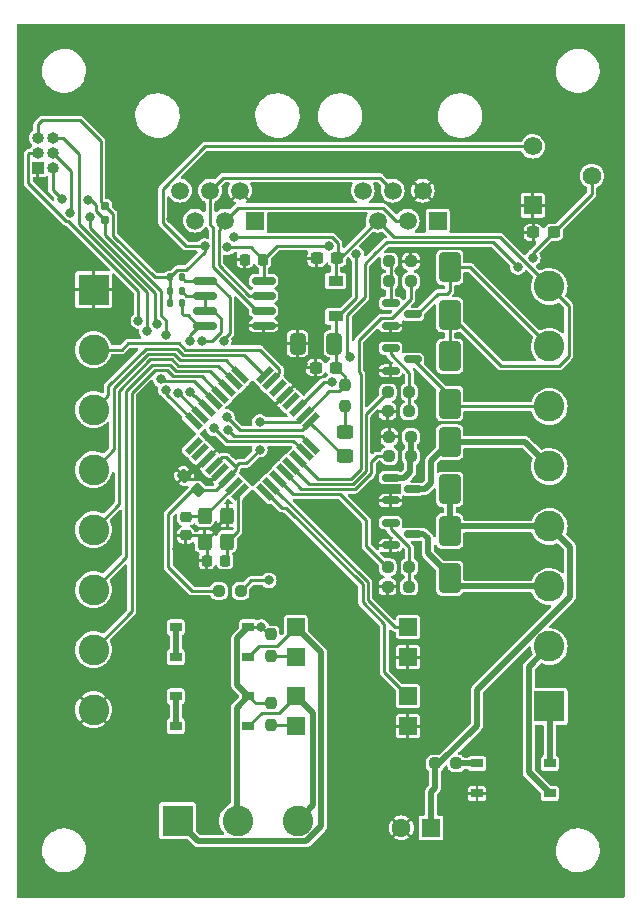
<source format=gbr>
%TF.GenerationSoftware,KiCad,Pcbnew,7.0.5*%
%TF.CreationDate,2023-08-26T13:13:14+02:00*%
%TF.ProjectId,XnetBlockUnit,586e6574-426c-46f6-936b-556e69742e6b,rev?*%
%TF.SameCoordinates,Original*%
%TF.FileFunction,Copper,L1,Top*%
%TF.FilePolarity,Positive*%
%FSLAX46Y46*%
G04 Gerber Fmt 4.6, Leading zero omitted, Abs format (unit mm)*
G04 Created by KiCad (PCBNEW 7.0.5) date 2023-08-26 13:13:14*
%MOMM*%
%LPD*%
G01*
G04 APERTURE LIST*
G04 Aperture macros list*
%AMRoundRect*
0 Rectangle with rounded corners*
0 $1 Rounding radius*
0 $2 $3 $4 $5 $6 $7 $8 $9 X,Y pos of 4 corners*
0 Add a 4 corners polygon primitive as box body*
4,1,4,$2,$3,$4,$5,$6,$7,$8,$9,$2,$3,0*
0 Add four circle primitives for the rounded corners*
1,1,$1+$1,$2,$3*
1,1,$1+$1,$4,$5*
1,1,$1+$1,$6,$7*
1,1,$1+$1,$8,$9*
0 Add four rect primitives between the rounded corners*
20,1,$1+$1,$2,$3,$4,$5,0*
20,1,$1+$1,$4,$5,$6,$7,0*
20,1,$1+$1,$6,$7,$8,$9,0*
20,1,$1+$1,$8,$9,$2,$3,0*%
%AMRotRect*
0 Rectangle, with rotation*
0 The origin of the aperture is its center*
0 $1 length*
0 $2 width*
0 $3 Rotation angle, in degrees counterclockwise*
0 Add horizontal line*
21,1,$1,$2,0,0,$3*%
%AMFreePoly0*
4,1,9,3.862500,-0.866500,0.737500,-0.866500,0.737500,-0.450000,-0.737500,-0.450000,-0.737500,0.450000,0.737500,0.450000,0.737500,0.866500,3.862500,0.866500,3.862500,-0.866500,3.862500,-0.866500,$1*%
G04 Aperture macros list end*
%TA.AperFunction,SMDPad,CuDef*%
%ADD10RoundRect,0.237500X-0.250000X-0.237500X0.250000X-0.237500X0.250000X0.237500X-0.250000X0.237500X0*%
%TD*%
%TA.AperFunction,SMDPad,CuDef*%
%ADD11RotRect,1.600000X0.550000X45.000000*%
%TD*%
%TA.AperFunction,SMDPad,CuDef*%
%ADD12RotRect,1.600000X0.550000X135.000000*%
%TD*%
%TA.AperFunction,SMDPad,CuDef*%
%ADD13RoundRect,0.250000X-0.650000X1.000000X-0.650000X-1.000000X0.650000X-1.000000X0.650000X1.000000X0*%
%TD*%
%TA.AperFunction,ComponentPad*%
%ADD14R,2.600000X2.600000*%
%TD*%
%TA.AperFunction,ComponentPad*%
%ADD15C,2.600000*%
%TD*%
%TA.AperFunction,SMDPad,CuDef*%
%ADD16RoundRect,0.250000X0.650000X-1.000000X0.650000X1.000000X-0.650000X1.000000X-0.650000X-1.000000X0*%
%TD*%
%TA.AperFunction,SMDPad,CuDef*%
%ADD17R,1.500000X1.500000*%
%TD*%
%TA.AperFunction,ComponentPad*%
%ADD18R,1.600000X1.600000*%
%TD*%
%TA.AperFunction,ComponentPad*%
%ADD19C,1.600000*%
%TD*%
%TA.AperFunction,SMDPad,CuDef*%
%ADD20RoundRect,0.150000X-0.587500X-0.150000X0.587500X-0.150000X0.587500X0.150000X-0.587500X0.150000X0*%
%TD*%
%TA.AperFunction,SMDPad,CuDef*%
%ADD21RoundRect,0.300000X-0.300000X0.400000X-0.300000X-0.400000X0.300000X-0.400000X0.300000X0.400000X0*%
%TD*%
%TA.AperFunction,SMDPad,CuDef*%
%ADD22RoundRect,0.237500X-0.300000X-0.237500X0.300000X-0.237500X0.300000X0.237500X-0.300000X0.237500X0*%
%TD*%
%TA.AperFunction,SMDPad,CuDef*%
%ADD23RoundRect,0.225000X0.225000X0.250000X-0.225000X0.250000X-0.225000X-0.250000X0.225000X-0.250000X0*%
%TD*%
%TA.AperFunction,SMDPad,CuDef*%
%ADD24R,1.000000X0.800000*%
%TD*%
%TA.AperFunction,SMDPad,CuDef*%
%ADD25RoundRect,0.250000X0.412500X0.650000X-0.412500X0.650000X-0.412500X-0.650000X0.412500X-0.650000X0*%
%TD*%
%TA.AperFunction,SMDPad,CuDef*%
%ADD26RoundRect,0.237500X0.300000X0.237500X-0.300000X0.237500X-0.300000X-0.237500X0.300000X-0.237500X0*%
%TD*%
%TA.AperFunction,SMDPad,CuDef*%
%ADD27RoundRect,0.250000X0.450000X-0.325000X0.450000X0.325000X-0.450000X0.325000X-0.450000X-0.325000X0*%
%TD*%
%TA.AperFunction,SMDPad,CuDef*%
%ADD28RoundRect,0.225000X0.250000X-0.225000X0.250000X0.225000X-0.250000X0.225000X-0.250000X-0.225000X0*%
%TD*%
%TA.AperFunction,SMDPad,CuDef*%
%ADD29RoundRect,0.135000X-0.135000X-0.185000X0.135000X-0.185000X0.135000X0.185000X-0.135000X0.185000X0*%
%TD*%
%TA.AperFunction,SMDPad,CuDef*%
%ADD30RoundRect,0.237500X0.250000X0.237500X-0.250000X0.237500X-0.250000X-0.237500X0.250000X-0.237500X0*%
%TD*%
%TA.AperFunction,SMDPad,CuDef*%
%ADD31RoundRect,0.225000X-0.225000X-0.250000X0.225000X-0.250000X0.225000X0.250000X-0.225000X0.250000X0*%
%TD*%
%TA.AperFunction,SMDPad,CuDef*%
%ADD32RoundRect,0.160000X-0.160000X0.197500X-0.160000X-0.197500X0.160000X-0.197500X0.160000X0.197500X0*%
%TD*%
%TA.AperFunction,SMDPad,CuDef*%
%ADD33RoundRect,0.237500X0.237500X-0.250000X0.237500X0.250000X-0.237500X0.250000X-0.237500X-0.250000X0*%
%TD*%
%TA.AperFunction,ComponentPad*%
%ADD34R,1.560000X1.560000*%
%TD*%
%TA.AperFunction,ComponentPad*%
%ADD35C,1.560000*%
%TD*%
%TA.AperFunction,SMDPad,CuDef*%
%ADD36RoundRect,0.237500X-0.237500X0.250000X-0.237500X-0.250000X0.237500X-0.250000X0.237500X0.250000X0*%
%TD*%
%TA.AperFunction,SMDPad,CuDef*%
%ADD37RoundRect,0.150000X-0.825000X-0.150000X0.825000X-0.150000X0.825000X0.150000X-0.825000X0.150000X0*%
%TD*%
%TA.AperFunction,SMDPad,CuDef*%
%ADD38RoundRect,0.237500X-0.380070X0.044194X0.044194X-0.380070X0.380070X-0.044194X-0.044194X0.380070X0*%
%TD*%
%TA.AperFunction,ComponentPad*%
%ADD39R,1.000000X1.000000*%
%TD*%
%TA.AperFunction,ComponentPad*%
%ADD40O,1.000000X1.000000*%
%TD*%
%TA.AperFunction,ComponentPad*%
%ADD41R,1.520000X1.520000*%
%TD*%
%TA.AperFunction,ComponentPad*%
%ADD42C,1.520000*%
%TD*%
%TA.AperFunction,SMDPad,CuDef*%
%ADD43R,1.300000X0.900000*%
%TD*%
%TA.AperFunction,SMDPad,CuDef*%
%ADD44FreePoly0,180.000000*%
%TD*%
%TA.AperFunction,ViaPad*%
%ADD45C,0.800000*%
%TD*%
%TA.AperFunction,Conductor*%
%ADD46C,0.500000*%
%TD*%
%TA.AperFunction,Conductor*%
%ADD47C,0.250000*%
%TD*%
G04 APERTURE END LIST*
D10*
%TO.P,R702,1*%
%TO.N,/coil_A_TTL*%
X71417001Y-111513000D03*
%TO.P,R702,2*%
%TO.N,Net-(Q702-G)*%
X73242001Y-111513000D03*
%TD*%
%TO.P,R101,1*%
%TO.N,/coil_pow*%
X75391000Y-128143000D03*
%TO.P,R101,2*%
%TO.N,Net-(D101-+)*%
X77216000Y-128143000D03*
%TD*%
D11*
%TO.P,U202,1,PD3*%
%TO.N,/atmega/D3*%
X54976897Y-101237305D03*
%TO.P,U202,2,PD4*%
%TO.N,/atmega/D4*%
X55542583Y-101802990D03*
%TO.P,U202,3,GND*%
%TO.N,GND*%
X56108268Y-102368676D03*
%TO.P,U202,4,VCC*%
%TO.N,+5V*%
X56673953Y-102934361D03*
%TO.P,U202,5,GND*%
%TO.N,GND*%
X57239639Y-103500047D03*
%TO.P,U202,6,VCC*%
%TO.N,+5V*%
X57805324Y-104065732D03*
%TO.P,U202,7,XTAL1/PB6*%
%TO.N,/atmega/X1*%
X58371010Y-104631417D03*
%TO.P,U202,8,XTAL2/PB7*%
%TO.N,/atmega/X2*%
X58936695Y-105197103D03*
D12*
%TO.P,U202,9,PD5*%
%TO.N,/sens_2*%
X60987305Y-105197103D03*
%TO.P,U202,10,PD6*%
%TO.N,/sens_1*%
X61552990Y-104631417D03*
%TO.P,U202,11,PD7*%
%TO.N,/coil_A_TTL*%
X62118676Y-104065732D03*
%TO.P,U202,12,PB0*%
%TO.N,/coil_B_TTL*%
X62684361Y-103500047D03*
%TO.P,U202,13,PB1*%
%TO.N,/signal_g*%
X63250047Y-102934361D03*
%TO.P,U202,14,PB2*%
%TO.N,/signal_R*%
X63815732Y-102368676D03*
%TO.P,U202,15,PB3*%
%TO.N,/atmega/MOSI*%
X64381417Y-101802990D03*
%TO.P,U202,16,PB4*%
%TO.N,/atmega/MISO*%
X64947103Y-101237305D03*
D11*
%TO.P,U202,17,PB5*%
%TO.N,/atmega/LED*%
X64947103Y-99186695D03*
%TO.P,U202,18,AVCC*%
%TO.N,+5V*%
X64381417Y-98621010D03*
%TO.P,U202,19,ADC6*%
%TO.N,/atmega/A6*%
X63815732Y-98055324D03*
%TO.P,U202,20,AREF*%
%TO.N,unconnected-(U202-AREF-Pad20)*%
X63250047Y-97489639D03*
%TO.P,U202,21,GND*%
%TO.N,GND*%
X62684361Y-96923953D03*
%TO.P,U202,22,ADC7*%
%TO.N,/atmega/A7*%
X62118676Y-96358268D03*
%TO.P,U202,23,PC0*%
%TO.N,/In*%
X61552990Y-95792583D03*
%TO.P,U202,24,PC1*%
%TO.N,/add*%
X60987305Y-95226897D03*
D12*
%TO.P,U202,25,PC2*%
%TO.N,/go*%
X58936695Y-95226897D03*
%TO.P,U202,26,PC3*%
%TO.N,/auto*%
X58371010Y-95792583D03*
%TO.P,U202,27,PC4*%
%TO.N,/synch*%
X57805324Y-96358268D03*
%TO.P,U202,28,PC5*%
%TO.N,/Out*%
X57239639Y-96923953D03*
%TO.P,U202,29,~{RESET}/PC6*%
%TO.N,/atmega/reset*%
X56673953Y-97489639D03*
%TO.P,U202,30,PD0*%
%TO.N,/Xnet/Rx*%
X56108268Y-98055324D03*
%TO.P,U202,31,PD1*%
%TO.N,/Xnet/Tx*%
X55542583Y-98621010D03*
%TO.P,U202,32,PD2*%
%TO.N,/Xnet/RS485_DIR*%
X54976897Y-99186695D03*
%TD*%
D13*
%TO.P,D702,1,K*%
%TO.N,/coil_pow*%
X76647500Y-108465000D03*
%TO.P,D702,2,A*%
%TO.N,/coil_B*%
X76647500Y-112465000D03*
%TD*%
D14*
%TO.P,J103,1,Pin_1*%
%TO.N,/AC2*%
X85090000Y-123317000D03*
D15*
%TO.P,J103,2,Pin_2*%
%TO.N,/AC1*%
X85090000Y-118237000D03*
%TO.P,J103,3,Pin_3*%
%TO.N,/coil_B*%
X85090000Y-113157000D03*
%TO.P,J103,4,Pin_4*%
%TO.N,/coil_pow*%
X85090000Y-108077000D03*
%TO.P,J103,5,Pin_5*%
%TO.N,/coil_A*%
X85090000Y-102997000D03*
%TO.P,J103,6,Pin_6*%
%TO.N,/red*%
X85090000Y-97917000D03*
%TO.P,J103,7,Pin_7*%
%TO.N,/green*%
X85090000Y-92837000D03*
%TO.P,J103,8,Pin_8*%
%TO.N,+12V*%
X85090000Y-87757000D03*
%TD*%
D16*
%TO.P,D701,1,K*%
%TO.N,/coil_pow*%
X76647500Y-104940000D03*
%TO.P,D701,2,A*%
%TO.N,/coil_A*%
X76647500Y-100940000D03*
%TD*%
D17*
%TO.P,U601,1*%
%TO.N,/sensor2/TRACK*%
X63621000Y-122437000D03*
%TO.P,U601,2*%
%TO.N,Net-(R601-Pad1)*%
X63621000Y-124977000D03*
%TO.P,U601,3*%
%TO.N,GND*%
X73121000Y-124977000D03*
%TO.P,U601,4*%
%TO.N,/sens_2*%
X73121000Y-122437000D03*
%TD*%
D18*
%TO.P,C101,1*%
%TO.N,/coil_pow*%
X75066651Y-133604000D03*
D19*
%TO.P,C101,2*%
%TO.N,GND*%
X72566651Y-133604000D03*
%TD*%
D20*
%TO.P,Q701,1,G*%
%TO.N,Net-(Q701-G)*%
X71646000Y-103959000D03*
%TO.P,Q701,2,S*%
%TO.N,GND*%
X71646000Y-105859000D03*
%TO.P,Q701,3,D*%
%TO.N,/coil_A*%
X73521000Y-104909000D03*
%TD*%
D10*
%TO.P,R804,1*%
%TO.N,GND*%
X71393500Y-98336000D03*
%TO.P,R804,2*%
%TO.N,Net-(Q802-G)*%
X73218500Y-98336000D03*
%TD*%
D21*
%TO.P,Y201,1,1*%
%TO.N,/atmega/X1*%
X55903000Y-107156000D03*
%TO.P,Y201,2,GND*%
%TO.N,GND*%
X55903000Y-109356000D03*
%TO.P,Y201,3,3*%
%TO.N,/atmega/X2*%
X57803000Y-109356000D03*
%TO.P,Y201,4,GND*%
%TO.N,GND*%
X57803000Y-107156000D03*
%TD*%
D22*
%TO.P,C102,1*%
%TO.N,GND*%
X83719500Y-83185000D03*
%TO.P,C102,2*%
%TO.N,/atmega/A6*%
X85444500Y-83185000D03*
%TD*%
D23*
%TO.P,C301,1*%
%TO.N,+5V*%
X60864000Y-85480000D03*
%TO.P,C301,2*%
%TO.N,GND*%
X59314000Y-85480000D03*
%TD*%
D24*
%TO.P,D101,1*%
%TO.N,/AC1*%
X85117000Y-130683000D03*
%TO.P,D101,2*%
%TO.N,/AC2*%
X85117000Y-128143000D03*
%TO.P,D101,3,+*%
%TO.N,Net-(D101-+)*%
X78967000Y-128143000D03*
%TO.P,D101,4,-*%
%TO.N,GND*%
X78967000Y-130683000D03*
%TD*%
D14*
%TO.P,J101,1,Pin_1*%
%TO.N,/sensor1/TRACK*%
X53612000Y-132978000D03*
D15*
%TO.P,J101,2,Pin_2*%
%TO.N,/sensor1/COM*%
X58692000Y-132978000D03*
%TO.P,J101,3,Pin_3*%
%TO.N,/sensor2/TRACK*%
X63772000Y-132978000D03*
%TD*%
D25*
%TO.P,C403,1*%
%TO.N,+5V*%
X66897500Y-92591000D03*
%TO.P,C403,2*%
%TO.N,GND*%
X63772500Y-92591000D03*
%TD*%
D26*
%TO.P,C401,1*%
%TO.N,+12V*%
X67125000Y-85352000D03*
%TO.P,C401,2*%
%TO.N,GND*%
X65400000Y-85352000D03*
%TD*%
D10*
%TO.P,R102,1*%
%TO.N,+5V*%
X57126500Y-113538000D03*
%TO.P,R102,2*%
%TO.N,Net-(JP101-B)*%
X58951500Y-113538000D03*
%TD*%
D27*
%TO.P,D201,1,K*%
%TO.N,/atmega/LED*%
X67818000Y-102117000D03*
%TO.P,D201,2,A*%
%TO.N,Net-(D201-A)*%
X67818000Y-100067000D03*
%TD*%
D28*
%TO.P,C201,1*%
%TO.N,GND*%
X54325000Y-108822000D03*
%TO.P,C201,2*%
%TO.N,/atmega/X1*%
X54325000Y-107272000D03*
%TD*%
D29*
%TO.P,R303,1*%
%TO.N,+5V*%
X52957000Y-86995000D03*
%TO.P,R303,2*%
%TO.N,/Xnet/Rx*%
X53977000Y-86995000D03*
%TD*%
D10*
%TO.P,R701,1*%
%TO.N,/coil_B_TTL*%
X71544000Y-102115001D03*
%TO.P,R701,2*%
%TO.N,Net-(Q701-G)*%
X73369000Y-102115001D03*
%TD*%
D30*
%TO.P,R801,1*%
%TO.N,/signal_R*%
X73369000Y-87319000D03*
%TO.P,R801,2*%
%TO.N,Net-(Q801-G)*%
X71544000Y-87319000D03*
%TD*%
%TO.P,R803,1*%
%TO.N,GND*%
X73369000Y-85636000D03*
%TO.P,R803,2*%
%TO.N,Net-(Q801-G)*%
X71544000Y-85636000D03*
%TD*%
D10*
%TO.P,R802,1*%
%TO.N,/signal_g*%
X71417000Y-96717000D03*
%TO.P,R802,2*%
%TO.N,Net-(Q802-G)*%
X73242000Y-96717000D03*
%TD*%
D31*
%TO.P,C203,1*%
%TO.N,GND*%
X56090000Y-110968000D03*
%TO.P,C203,2*%
%TO.N,/atmega/X2*%
X57640000Y-110968000D03*
%TD*%
D29*
%TO.P,R302,1*%
%TO.N,+5V*%
X52957000Y-88138000D03*
%TO.P,R302,2*%
%TO.N,/Xnet/RS485_DIR*%
X53977000Y-88138000D03*
%TD*%
D32*
%TO.P,R202,1*%
%TO.N,+5V*%
X47498000Y-80958000D03*
%TO.P,R202,2*%
%TO.N,/atmega/reset*%
X47498000Y-82153000D03*
%TD*%
D33*
%TO.P,R501,1*%
%TO.N,Net-(R501-Pad1)*%
X61513000Y-119031500D03*
%TO.P,R501,2*%
%TO.N,/sensor1/COM*%
X61513000Y-117206500D03*
%TD*%
D16*
%TO.P,D801,1,K*%
%TO.N,+12V*%
X76647500Y-90144000D03*
%TO.P,D801,2,A*%
%TO.N,/green*%
X76647500Y-86144000D03*
%TD*%
D34*
%TO.P,RV101,1,1*%
%TO.N,GND*%
X83693000Y-80899000D03*
D35*
%TO.P,RV101,2,2*%
%TO.N,/atmega/A6*%
X88693000Y-78399000D03*
%TO.P,RV101,3,3*%
%TO.N,+5V*%
X83693000Y-75899000D03*
%TD*%
D36*
%TO.P,R201,1*%
%TO.N,+5V*%
X67818000Y-96092000D03*
%TO.P,R201,2*%
%TO.N,Net-(D201-A)*%
X67818000Y-97917000D03*
%TD*%
D37*
%TO.P,U301,1,RO*%
%TO.N,/Xnet/Rx*%
X55963000Y-87258000D03*
%TO.P,U301,2,~{RE}*%
%TO.N,/Xnet/RS485_DIR*%
X55963000Y-88528000D03*
%TO.P,U301,3,DE*%
X55963000Y-89798000D03*
%TO.P,U301,4,DI*%
%TO.N,/Xnet/Tx*%
X55963000Y-91068000D03*
%TO.P,U301,5,GND*%
%TO.N,GND*%
X60913000Y-91068000D03*
%TO.P,U301,6,A*%
%TO.N,/Xnet/A*%
X60913000Y-89798000D03*
%TO.P,U301,7,B*%
%TO.N,/Xnet/B*%
X60913000Y-88528000D03*
%TO.P,U301,8,VCC*%
%TO.N,+5V*%
X60913000Y-87258000D03*
%TD*%
D24*
%TO.P,D501,1*%
%TO.N,/sensor1/TRACK*%
X59608000Y-119135000D03*
%TO.P,D501,2*%
%TO.N,/sensor1/COM*%
X59608000Y-116595000D03*
%TO.P,D501,3,+*%
%TO.N,Net-(D501-+)*%
X53458000Y-116595000D03*
%TO.P,D501,4,-*%
X53458000Y-119135000D03*
%TD*%
D20*
%TO.P,Q801,1,G*%
%TO.N,Net-(Q801-G)*%
X71646000Y-89163000D03*
%TO.P,Q801,2,S*%
%TO.N,GND*%
X71646000Y-91063000D03*
%TO.P,Q801,3,D*%
%TO.N,/green*%
X73521000Y-90113000D03*
%TD*%
D38*
%TO.P,C202,1*%
%TO.N,GND*%
X54152240Y-103809240D03*
%TO.P,C202,2*%
%TO.N,+5V*%
X55372000Y-105029000D03*
%TD*%
D10*
%TO.P,R704,1*%
%TO.N,GND*%
X71393500Y-113195000D03*
%TO.P,R704,2*%
%TO.N,Net-(Q702-G)*%
X73218500Y-113195000D03*
%TD*%
D33*
%TO.P,R601,1*%
%TO.N,Net-(R601-Pad1)*%
X61513000Y-124873500D03*
%TO.P,R601,2*%
%TO.N,/sensor1/COM*%
X61513000Y-123048500D03*
%TD*%
D39*
%TO.P,U201,1*%
%TO.N,GND*%
X41783000Y-77724000D03*
D40*
%TO.P,U201,2*%
%TO.N,/atmega/reset*%
X43053000Y-77724000D03*
%TO.P,U201,3*%
%TO.N,/atmega/MOSI*%
X41783000Y-76454000D03*
%TO.P,U201,4*%
%TO.N,/atmega/LED*%
X43053000Y-76454000D03*
%TO.P,U201,5*%
%TO.N,+5V*%
X41783000Y-75184000D03*
%TO.P,U201,6*%
%TO.N,/atmega/MISO*%
X43053000Y-75184000D03*
%TD*%
D26*
%TO.P,C402,1*%
%TO.N,+5V*%
X67024500Y-94623000D03*
%TO.P,C402,2*%
%TO.N,GND*%
X65299500Y-94623000D03*
%TD*%
D14*
%TO.P,J102,1,Pin_1*%
%TO.N,GND*%
X46500000Y-88020000D03*
D15*
%TO.P,J102,2,Pin_2*%
%TO.N,/In*%
X46500000Y-93100000D03*
%TO.P,J102,3,Pin_3*%
%TO.N,/add*%
X46500000Y-98180000D03*
%TO.P,J102,4,Pin_4*%
%TO.N,/go*%
X46500000Y-103260000D03*
%TO.P,J102,5,Pin_5*%
%TO.N,/auto*%
X46500000Y-108340000D03*
%TO.P,J102,6,Pin_6*%
%TO.N,/synch*%
X46500000Y-113420000D03*
%TO.P,J102,7,Pin_7*%
%TO.N,/Out*%
X46500000Y-118500000D03*
%TO.P,J102,8,Pin_8*%
%TO.N,GND*%
X46500000Y-123580000D03*
%TD*%
D20*
%TO.P,Q802,1,G*%
%TO.N,Net-(Q802-G)*%
X71646000Y-92973000D03*
%TO.P,Q802,2,S*%
%TO.N,GND*%
X71646000Y-94873000D03*
%TO.P,Q802,3,D*%
%TO.N,/red*%
X73521000Y-93923000D03*
%TD*%
D10*
%TO.P,R703,1*%
%TO.N,GND*%
X71544000Y-100495000D03*
%TO.P,R703,2*%
%TO.N,Net-(Q701-G)*%
X73369000Y-100495000D03*
%TD*%
D13*
%TO.P,D802,1,K*%
%TO.N,+12V*%
X76647500Y-93669000D03*
%TO.P,D802,2,A*%
%TO.N,/red*%
X76647500Y-97669000D03*
%TD*%
D41*
%TO.P,J302,1*%
%TO.N,unconnected-(J302-Pad1)*%
X60170000Y-82178000D03*
D42*
%TO.P,J302,2*%
%TO.N,GND*%
X58900000Y-79638000D03*
%TO.P,J302,3*%
%TO.N,/Xnet/B*%
X57630000Y-82178000D03*
%TO.P,J302,4*%
%TO.N,/Xnet/A*%
X56360000Y-79638000D03*
%TO.P,J302,5*%
%TO.N,+12V*%
X55090000Y-82178000D03*
%TO.P,J302,6*%
%TO.N,unconnected-(J302-Pad6)*%
X53820000Y-79638000D03*
%TD*%
D24*
%TO.P,D601,1*%
%TO.N,/sensor2/TRACK*%
X59608000Y-124977000D03*
%TO.P,D601,2*%
%TO.N,/sensor1/COM*%
X59608000Y-122437000D03*
%TO.P,D601,3,+*%
%TO.N,Net-(D601-+)*%
X53458000Y-122437000D03*
%TO.P,D601,4,-*%
X53458000Y-124977000D03*
%TD*%
D20*
%TO.P,Q702,1,G*%
%TO.N,Net-(Q702-G)*%
X71646001Y-107769000D03*
%TO.P,Q702,2,S*%
%TO.N,GND*%
X71646001Y-109669000D03*
%TO.P,Q702,3,D*%
%TO.N,/coil_B*%
X73521001Y-108719000D03*
%TD*%
D41*
%TO.P,J301,1*%
%TO.N,unconnected-(J301-Pad1)*%
X75640000Y-82178000D03*
D42*
%TO.P,J301,2*%
%TO.N,GND*%
X74370000Y-79638000D03*
%TO.P,J301,3*%
%TO.N,/Xnet/B*%
X73100000Y-82178000D03*
%TO.P,J301,4*%
%TO.N,/Xnet/A*%
X71830000Y-79638000D03*
%TO.P,J301,5*%
%TO.N,+12V*%
X70560000Y-82178000D03*
%TO.P,J301,6*%
%TO.N,unconnected-(J301-Pad6)*%
X69290000Y-79638000D03*
%TD*%
D17*
%TO.P,U501,1*%
%TO.N,/sensor1/TRACK*%
X63621000Y-116595000D03*
%TO.P,U501,2*%
%TO.N,Net-(R501-Pad1)*%
X63621000Y-119135000D03*
%TO.P,U501,3*%
%TO.N,GND*%
X73121000Y-119135000D03*
%TO.P,U501,4*%
%TO.N,/sens_1*%
X73121000Y-116595000D03*
%TD*%
D29*
%TO.P,R301,1*%
%TO.N,+5V*%
X52955000Y-89154000D03*
%TO.P,R301,2*%
%TO.N,/Xnet/Tx*%
X53975000Y-89154000D03*
%TD*%
D43*
%TO.P,U401,1,OUT*%
%TO.N,+5V*%
X66992000Y-90282000D03*
D44*
%TO.P,U401,2,GND*%
%TO.N,GND*%
X66904500Y-88782000D03*
D43*
%TO.P,U401,3,IN*%
%TO.N,+12V*%
X66992000Y-87282000D03*
%TD*%
D45*
%TO.N,GND*%
X65335000Y-92591000D03*
X59944000Y-105918000D03*
X77470000Y-133604000D03*
X59309000Y-90297000D03*
X64135000Y-85217000D03*
X74041000Y-95631000D03*
X73279000Y-107569000D03*
X42164000Y-122555000D03*
X63246000Y-82169000D03*
X61468000Y-77216000D03*
X53213000Y-99949000D03*
X64770000Y-106299000D03*
X56840000Y-108240000D03*
X75057000Y-114808000D03*
X81407000Y-67183000D03*
X51054000Y-108712000D03*
X68580000Y-82423000D03*
X68834000Y-90678000D03*
X64008000Y-87122000D03*
X72390000Y-86487000D03*
X57150000Y-101346000D03*
X80899000Y-91821000D03*
X81407000Y-110363000D03*
X70612000Y-108712000D03*
X70358000Y-99314000D03*
X74676000Y-87630000D03*
X57658000Y-122682000D03*
X57912000Y-116586000D03*
X73533000Y-91186000D03*
X62484000Y-85852000D03*
X48006000Y-73152000D03*
X40767000Y-72771000D03*
X71882000Y-131318000D03*
X80264000Y-81407000D03*
X72644000Y-135636000D03*
X69977000Y-111887000D03*
X79375000Y-116078000D03*
X70485000Y-124333000D03*
X58801000Y-101727000D03*
X50800000Y-118237000D03*
X79629000Y-85598000D03*
X53340000Y-137668000D03*
X70993000Y-93980000D03*
X64262000Y-94361000D03*
X90297000Y-78232000D03*
X66802000Y-116459000D03*
X58039000Y-74295000D03*
X67818000Y-125984000D03*
X72390000Y-99441000D03*
X88519000Y-124460000D03*
X87757000Y-116459000D03*
X69088000Y-118745000D03*
X88265000Y-100203000D03*
X83566000Y-77597000D03*
X87630000Y-86995000D03*
X61849000Y-101727000D03*
X80010000Y-104648000D03*
X70612000Y-127508000D03*
X52832000Y-102870000D03*
X59817000Y-103759000D03*
X54610000Y-110109000D03*
X77470000Y-129794000D03*
X67564000Y-77089000D03*
X58039000Y-85598000D03*
X65278000Y-90551000D03*
X59182000Y-91694000D03*
X53086000Y-82042000D03*
X60960000Y-79883000D03*
X87884000Y-130683000D03*
X75057000Y-117729000D03*
X69977000Y-84074000D03*
X42164000Y-95758000D03*
X71628000Y-114427000D03*
X65405000Y-86995000D03*
X66802000Y-79883000D03*
X42291000Y-110998000D03*
X41148000Y-81534000D03*
X70358000Y-95758000D03*
X63881000Y-90678000D03*
X74930000Y-125984000D03*
X74549000Y-112268000D03*
X72263000Y-95885000D03*
X80391000Y-95758000D03*
X73406000Y-106045000D03*
X76200000Y-135636000D03*
X73025000Y-74295000D03*
X78994000Y-99568000D03*
X81153000Y-121666000D03*
X53594000Y-109982000D03*
X61976000Y-91948000D03*
X67691000Y-136017000D03*
X59309000Y-86995000D03*
X62484000Y-108077000D03*
X88265000Y-106934000D03*
X59690000Y-68072000D03*
X43942000Y-131064000D03*
X42545000Y-88265000D03*
X84582000Y-90297000D03*
X79121000Y-132207000D03*
X57404000Y-130556000D03*
X52324000Y-85598000D03*
X70358000Y-101346000D03*
X74803000Y-123698000D03*
X75184000Y-120142000D03*
X59309000Y-98552000D03*
X49530000Y-83312000D03*
X70612000Y-133604000D03*
X70866000Y-67945000D03*
X59436000Y-110236000D03*
X88265000Y-95377000D03*
X69977000Y-106045000D03*
X59690000Y-96901000D03*
X50927000Y-99822000D03*
X70358000Y-92202000D03*
X61214000Y-98044000D03*
X52959000Y-104775000D03*
X72263000Y-110617000D03*
X51689000Y-78486000D03*
X48514000Y-78359000D03*
X81153000Y-130556000D03*
%TO.N,+5V*%
X60579000Y-101573500D03*
X68753299Y-85009299D03*
X57816500Y-84455000D03*
X55917500Y-84328000D03*
X60579000Y-99224500D03*
X66416701Y-84332299D03*
%TO.N,+12V*%
X58354500Y-83566000D03*
%TO.N,/atmega/LED*%
X44500000Y-81500000D03*
X46228000Y-81915000D03*
X51905027Y-90902625D03*
X57785000Y-98806000D03*
%TO.N,/sensor1/COM*%
X60706000Y-116586000D03*
%TO.N,Net-(JP101-B)*%
X61341000Y-112649000D03*
%TO.N,/atmega/reset*%
X52197000Y-95631000D03*
X43834397Y-80391000D03*
X52671435Y-91858500D03*
X46007500Y-80407497D03*
%TO.N,/Xnet/Tx*%
X54668000Y-92375500D03*
X53628512Y-96780773D03*
%TO.N,/Xnet/RS485_DIR*%
X55680124Y-92374894D03*
X52634744Y-96529546D03*
%TO.N,/Xnet/Rx*%
X57531000Y-92375500D03*
X54639646Y-96693473D03*
%TO.N,/atmega/MOSI*%
X56696552Y-99767456D03*
X50292000Y-90678000D03*
%TO.N,/atmega/MISO*%
X57844201Y-99889799D03*
X51016500Y-91567000D03*
%TO.N,/atmega/A6*%
X68199000Y-93726000D03*
X82418701Y-86110299D03*
X66675000Y-95885000D03*
X83697299Y-85339701D03*
%TD*%
D46*
%TO.N,/coil_pow*%
X86840000Y-109827000D02*
X85090000Y-108077000D01*
X86840000Y-114012126D02*
X86840000Y-109827000D01*
X75066651Y-130586349D02*
X75066651Y-133604000D01*
X75756228Y-128143000D02*
X75391000Y-128143000D01*
X78967000Y-124932228D02*
X75756228Y-128143000D01*
X78967000Y-121885126D02*
X86840000Y-114012126D01*
X75391000Y-128143000D02*
X75391000Y-130262000D01*
X75391000Y-130262000D02*
X75066651Y-130586349D01*
X77035500Y-108077000D02*
X76647500Y-108465000D01*
X78967000Y-121885126D02*
X78967000Y-124932228D01*
X76647500Y-104940000D02*
X76647500Y-108465000D01*
X85090000Y-108077000D02*
X77035500Y-108077000D01*
D47*
%TO.N,GND*%
X57239639Y-103500047D02*
X56720185Y-104019501D01*
X56840000Y-108240000D02*
X56840000Y-108419000D01*
X56840000Y-108119000D02*
X57803000Y-107156000D01*
X56090000Y-110968000D02*
X56090000Y-109543000D01*
X54432760Y-103809240D02*
X55873324Y-102368676D01*
X56840000Y-108240000D02*
X56840000Y-108119000D01*
X56720185Y-104019501D02*
X54362501Y-104019501D01*
X55369000Y-108822000D02*
X55903000Y-109356000D01*
X56840000Y-108419000D02*
X55903000Y-109356000D01*
X55873324Y-102368676D02*
X56108268Y-102368676D01*
X56090000Y-109543000D02*
X55903000Y-109356000D01*
X54362501Y-104019501D02*
X54152240Y-103809240D01*
X54325000Y-108822000D02*
X55369000Y-108822000D01*
X54152240Y-103809240D02*
X54432760Y-103809240D01*
%TO.N,/atmega/X1*%
X58371010Y-104631417D02*
X58371010Y-104687990D01*
X54441000Y-107156000D02*
X54325000Y-107272000D01*
X58371010Y-104687990D02*
X55903000Y-107156000D01*
X55903000Y-107156000D02*
X54441000Y-107156000D01*
%TO.N,+5V*%
X62011701Y-84332299D02*
X60864000Y-85480000D01*
X60579000Y-99224500D02*
X63777927Y-99224500D01*
X48143000Y-83444812D02*
X48143000Y-81603000D01*
X48143000Y-81603000D02*
X47498000Y-80958000D01*
X52361000Y-82342305D02*
X52361000Y-79465000D01*
X52957000Y-86995000D02*
X51693188Y-86995000D01*
X68753299Y-88720701D02*
X68753299Y-85009299D01*
X59839000Y-84455000D02*
X57816500Y-84455000D01*
X66992000Y-90282000D02*
X66992000Y-94590500D01*
X58547000Y-102997000D02*
X58801000Y-102743000D01*
X66416701Y-84332299D02*
X62011701Y-84332299D01*
X52361000Y-79465000D02*
X55927000Y-75899000D01*
X60913000Y-87258000D02*
X60913000Y-85529000D01*
X55917500Y-84798500D02*
X55917500Y-84328000D01*
X54864000Y-105029000D02*
X52832000Y-107061000D01*
X57805324Y-103992676D02*
X58547000Y-103251000D01*
X58547000Y-103251000D02*
X58547000Y-103043208D01*
X47117000Y-80577000D02*
X47498000Y-80958000D01*
X54864000Y-113538000D02*
X57126500Y-113538000D01*
X56842056Y-105029000D02*
X57805324Y-104065732D01*
X67310000Y-96647000D02*
X66421000Y-96647000D01*
X57373314Y-102235000D02*
X56673953Y-102934361D01*
X66421000Y-96647000D02*
X64446990Y-98621010D01*
X51693188Y-86995000D02*
X48143000Y-83444812D01*
X58650896Y-102893104D02*
X58396896Y-102893104D01*
X57738792Y-102235000D02*
X57373314Y-102235000D01*
X52832000Y-111506000D02*
X54864000Y-113538000D01*
X55927000Y-75899000D02*
X83693000Y-75899000D01*
X52955000Y-89154000D02*
X52955000Y-86997000D01*
X45339000Y-73660000D02*
X47117000Y-75438000D01*
X59409500Y-102743000D02*
X60579000Y-101573500D01*
X67818000Y-96139000D02*
X67310000Y-96647000D01*
X52955000Y-86997000D02*
X52957000Y-86995000D01*
X58396896Y-102893104D02*
X57738792Y-102235000D01*
X55372000Y-105029000D02*
X56842056Y-105029000D01*
X47498000Y-80899000D02*
X47498000Y-80958000D01*
X54346000Y-86350000D02*
X54356000Y-86360000D01*
X67818000Y-96092000D02*
X67818000Y-96139000D01*
X55372000Y-105029000D02*
X54864000Y-105029000D01*
X67818000Y-95377000D02*
X67818000Y-96092000D01*
X57805324Y-104065732D02*
X57805324Y-103992676D01*
X67064000Y-94623000D02*
X67818000Y-95377000D01*
X47566000Y-81026000D02*
X47498000Y-80958000D01*
X52832000Y-107061000D02*
X52832000Y-111506000D01*
X67024500Y-94623000D02*
X67064000Y-94623000D01*
X53602000Y-86350000D02*
X54346000Y-86350000D01*
X41783000Y-74041000D02*
X42164000Y-73660000D01*
X60913000Y-85529000D02*
X60864000Y-85480000D01*
X58801000Y-102743000D02*
X58650896Y-102893104D01*
X54356000Y-86360000D02*
X55917500Y-84798500D01*
X54346695Y-84328000D02*
X52361000Y-82342305D01*
X63777927Y-99224500D02*
X64381417Y-98621010D01*
X52957000Y-86995000D02*
X53602000Y-86350000D01*
X58801000Y-102743000D02*
X59409500Y-102743000D01*
X67192000Y-90282000D02*
X68753299Y-88720701D01*
X60864000Y-85480000D02*
X59839000Y-84455000D01*
X58547000Y-103043208D02*
X58396896Y-102893104D01*
X42164000Y-73660000D02*
X45339000Y-73660000D01*
X66992000Y-94590500D02*
X67024500Y-94623000D01*
X41783000Y-75184000D02*
X41783000Y-74041000D01*
X66992000Y-90282000D02*
X67192000Y-90282000D01*
X47117000Y-75438000D02*
X47117000Y-80577000D01*
X58547000Y-103043208D02*
X58547000Y-102997000D01*
X55917500Y-84328000D02*
X54346695Y-84328000D01*
%TO.N,/atmega/X2*%
X58728000Y-105405798D02*
X58728000Y-108431000D01*
X57803000Y-109356000D02*
X57803000Y-110805000D01*
X57803000Y-110805000D02*
X57640000Y-110968000D01*
X58936695Y-105197103D02*
X58728000Y-105405798D01*
X58728000Y-108431000D02*
X57803000Y-109356000D01*
%TO.N,+12V*%
X80899000Y-83566000D02*
X85090000Y-87757000D01*
X86715000Y-89382000D02*
X85090000Y-87757000D01*
X71948000Y-83566000D02*
X80899000Y-83566000D01*
X86715000Y-93655000D02*
X86715000Y-89382000D01*
X67183000Y-85294000D02*
X67125000Y-85352000D01*
X66992000Y-87282000D02*
X66992000Y-85485000D01*
X80965500Y-94462000D02*
X85908000Y-94462000D01*
X66992000Y-85485000D02*
X67125000Y-85352000D01*
X58354500Y-83566000D02*
X66675000Y-83566000D01*
X76647500Y-93669000D02*
X76647500Y-90144000D01*
X67183000Y-84074000D02*
X67183000Y-85294000D01*
X70560000Y-82178000D02*
X67386000Y-85352000D01*
X70560000Y-82178000D02*
X71948000Y-83566000D01*
X85908000Y-94462000D02*
X86715000Y-93655000D01*
X66675000Y-83566000D02*
X67183000Y-84074000D01*
X76647500Y-90144000D02*
X80965500Y-94462000D01*
X67386000Y-85352000D02*
X67125000Y-85352000D01*
D46*
%TO.N,/AC1*%
X83340000Y-128906000D02*
X85117000Y-130683000D01*
X85090000Y-118237000D02*
X83340000Y-119987000D01*
X83340000Y-119987000D02*
X83340000Y-128906000D01*
%TO.N,/AC2*%
X85117000Y-128143000D02*
X85117000Y-123344000D01*
X85117000Y-123344000D02*
X85090000Y-123317000D01*
D47*
%TO.N,/atmega/LED*%
X46228000Y-82802604D02*
X46228000Y-81915000D01*
X51905027Y-90902625D02*
X51700000Y-90697598D01*
X44500000Y-81500000D02*
X44558897Y-81441103D01*
X64184798Y-99949000D02*
X64947103Y-99186695D01*
X51700000Y-90697598D02*
X51700000Y-88274604D01*
X44558897Y-81441103D02*
X44558897Y-77959897D01*
X44558897Y-77959897D02*
X43053000Y-76454000D01*
X51700000Y-88274604D02*
X46228000Y-82802604D01*
X58928000Y-99949000D02*
X64184798Y-99949000D01*
X67700000Y-102117000D02*
X67818000Y-102117000D01*
X64947103Y-99364103D02*
X67700000Y-102117000D01*
X57785000Y-98806000D02*
X58928000Y-99949000D01*
%TO.N,Net-(D201-A)*%
X67818000Y-97917000D02*
X67818000Y-100067000D01*
%TO.N,/sensor1/TRACK*%
X61997000Y-118219000D02*
X63621000Y-116595000D01*
D46*
X65772000Y-118746000D02*
X65772000Y-133452874D01*
D47*
X59608000Y-119135000D02*
X60524000Y-118219000D01*
D46*
X55362000Y-134728000D02*
X53612000Y-132978000D01*
X63621000Y-116595000D02*
X65772000Y-118746000D01*
X65772000Y-133452874D02*
X64496874Y-134728000D01*
X64496874Y-134728000D02*
X55362000Y-134728000D01*
D47*
X60524000Y-118219000D02*
X61997000Y-118219000D01*
D46*
%TO.N,/sensor1/COM*%
X59608000Y-122437000D02*
X58608000Y-123437000D01*
X58608000Y-132894000D02*
X58692000Y-132978000D01*
D47*
X60219500Y-123048500D02*
X59608000Y-122437000D01*
X60706000Y-116586000D02*
X59617000Y-116586000D01*
X59617000Y-116586000D02*
X59608000Y-116595000D01*
D46*
X59608000Y-122437000D02*
X58658000Y-121487000D01*
D47*
X61513000Y-123048500D02*
X60219500Y-123048500D01*
X61326500Y-117206500D02*
X60706000Y-116586000D01*
D46*
X58658000Y-117545000D02*
X59608000Y-116595000D01*
D47*
X61513000Y-117206500D02*
X61326500Y-117206500D01*
D46*
X58658000Y-121487000D02*
X58658000Y-117545000D01*
X58608000Y-123437000D02*
X58608000Y-132894000D01*
%TO.N,Net-(D501-+)*%
X53458000Y-116595000D02*
X53458000Y-119135000D01*
%TO.N,/sensor2/TRACK*%
X63772000Y-132978000D02*
X65072000Y-131678000D01*
X65072000Y-131678000D02*
X65072000Y-123888000D01*
D47*
X62197000Y-123861000D02*
X63621000Y-122437000D01*
D46*
X65072000Y-123888000D02*
X63621000Y-122437000D01*
D47*
X59608000Y-124977000D02*
X60724000Y-123861000D01*
X60724000Y-123861000D02*
X62197000Y-123861000D01*
D46*
%TO.N,Net-(D601-+)*%
X53458000Y-124977000D02*
X53458000Y-122437000D01*
%TO.N,/coil_A*%
X73521000Y-104909000D02*
X74542000Y-104909000D01*
X76647500Y-100940000D02*
X83033000Y-100940000D01*
X83033000Y-100940000D02*
X85090000Y-102997000D01*
X75057000Y-104394000D02*
X75057000Y-102530500D01*
X74542000Y-104909000D02*
X75057000Y-104394000D01*
X75057000Y-102530500D02*
X76647500Y-100940000D01*
%TO.N,/coil_B*%
X73521001Y-108719000D02*
X74429000Y-108719000D01*
X85090000Y-113157000D02*
X77339500Y-113157000D01*
X74803000Y-109093000D02*
X74803000Y-110363000D01*
X74803000Y-110363000D02*
X76647500Y-112207500D01*
X77339500Y-113157000D02*
X76647500Y-112465000D01*
X74429000Y-108719000D02*
X74803000Y-109093000D01*
X76647500Y-112207500D02*
X76647500Y-112465000D01*
D47*
%TO.N,/green*%
X73927000Y-90113000D02*
X73521000Y-90113000D01*
X75680000Y-88360000D02*
X73927000Y-90113000D01*
X78397000Y-86144000D02*
X85090000Y-92837000D01*
X76450000Y-88360000D02*
X75680000Y-88360000D01*
X76647500Y-86144000D02*
X78397000Y-86144000D01*
X76647500Y-86144000D02*
X76647500Y-88162500D01*
X76647500Y-88162500D02*
X76450000Y-88360000D01*
%TO.N,/red*%
X85090000Y-97917000D02*
X76895500Y-97917000D01*
X73521000Y-93923000D02*
X76647500Y-97049500D01*
X76895500Y-97917000D02*
X76647500Y-97669000D01*
X76647500Y-97049500D02*
X76647500Y-97669000D01*
%TO.N,/Xnet/B*%
X59700396Y-88528000D02*
X57092000Y-85919604D01*
X73100000Y-82178000D02*
X72114500Y-82178000D01*
X71029500Y-81093000D02*
X58715000Y-81093000D01*
X72114500Y-82178000D02*
X71029500Y-81093000D01*
X57277000Y-82531000D02*
X57630000Y-82178000D01*
X57092000Y-82957604D02*
X57277000Y-82772604D01*
X60913000Y-88528000D02*
X59700396Y-88528000D01*
X58715000Y-81093000D02*
X57630000Y-82178000D01*
X57277000Y-82772604D02*
X57277000Y-82531000D01*
X57092000Y-85919604D02*
X57092000Y-82957604D01*
%TO.N,/Xnet/A*%
X56360000Y-82492000D02*
X56642000Y-82774000D01*
X57445000Y-78553000D02*
X70745000Y-78553000D01*
X60334000Y-89798000D02*
X60913000Y-89798000D01*
X56360000Y-79638000D02*
X56360000Y-82492000D01*
X70745000Y-78553000D02*
X71830000Y-79638000D01*
X56642000Y-86106000D02*
X60334000Y-89798000D01*
X56360000Y-79638000D02*
X57445000Y-78553000D01*
X56642000Y-82774000D02*
X56642000Y-86106000D01*
D46*
%TO.N,Net-(Q701-G)*%
X72825000Y-103959000D02*
X73279000Y-103505000D01*
X73279000Y-103505000D02*
X73279000Y-102205001D01*
X71646000Y-103959000D02*
X72825000Y-103959000D01*
X73369000Y-102115001D02*
X73369000Y-100495000D01*
X73279000Y-102205001D02*
X73369000Y-102115001D01*
D47*
%TO.N,Net-(Q702-G)*%
X73218500Y-111536501D02*
X73242001Y-111513000D01*
X73242001Y-111513000D02*
X73242001Y-109855749D01*
X71646001Y-108259749D02*
X71646001Y-107769000D01*
X73242001Y-109855749D02*
X71646001Y-108259749D01*
X73218500Y-113195000D02*
X73218500Y-111536501D01*
%TO.N,Net-(Q801-G)*%
X71646000Y-89163000D02*
X71646000Y-85738000D01*
X71646000Y-85738000D02*
X71544000Y-85636000D01*
%TO.N,Net-(Q802-G)*%
X73242000Y-95053251D02*
X71646000Y-93457251D01*
X71646000Y-93457251D02*
X71646000Y-92973000D01*
X73218500Y-96740500D02*
X73242000Y-96717000D01*
X73242000Y-96717000D02*
X73242000Y-95053251D01*
X73218500Y-98336000D02*
X73218500Y-96740500D01*
%TO.N,Net-(JP101-B)*%
X59840500Y-112649000D02*
X58951500Y-113538000D01*
X61341000Y-112649000D02*
X59840500Y-112649000D01*
%TO.N,/atmega/reset*%
X52366000Y-95800000D02*
X52197000Y-95631000D01*
X47498000Y-83436208D02*
X52200000Y-88138208D01*
X46244497Y-80407497D02*
X46736000Y-80899000D01*
X46736000Y-80899000D02*
X46736000Y-81391000D01*
X46736000Y-81391000D02*
X47498000Y-82153000D01*
X43053000Y-77724000D02*
X43053000Y-79609603D01*
X46007500Y-80407497D02*
X46244497Y-80407497D01*
X47498000Y-82153000D02*
X47498000Y-83436208D01*
X52200000Y-88138208D02*
X52200000Y-90173000D01*
X52200000Y-90173000D02*
X52671435Y-90644435D01*
X43053000Y-79609603D02*
X43834397Y-80391000D01*
X54984314Y-95800000D02*
X52366000Y-95800000D01*
X52671435Y-90644435D02*
X52671435Y-91858500D01*
X56673953Y-97489639D02*
X54984314Y-95800000D01*
%TO.N,/Xnet/Tx*%
X54668000Y-91832000D02*
X55432000Y-91068000D01*
X55432000Y-91068000D02*
X55963000Y-91068000D01*
X54483000Y-90170000D02*
X55381000Y-91068000D01*
X53975000Y-90043000D02*
X54102000Y-90170000D01*
X53975000Y-89154000D02*
X53975000Y-90043000D01*
X55381000Y-91068000D02*
X55963000Y-91068000D01*
X53702346Y-96780773D02*
X55542583Y-98621010D01*
X53628512Y-96780773D02*
X53702346Y-96780773D01*
X54102000Y-90170000D02*
X54483000Y-90170000D01*
X54668000Y-92375500D02*
X54668000Y-91832000D01*
%TO.N,/Xnet/RS485_DIR*%
X57263000Y-91618195D02*
X57263000Y-90410000D01*
X55963000Y-89798000D02*
X55963000Y-88528000D01*
X55963000Y-88528000D02*
X54367000Y-88528000D01*
X56506301Y-92374894D02*
X57263000Y-91618195D01*
X56651000Y-89798000D02*
X55963000Y-89798000D01*
X57263000Y-90410000D02*
X56651000Y-89798000D01*
X54367000Y-88528000D02*
X53977000Y-88138000D01*
X52634744Y-96529546D02*
X52634744Y-96844542D01*
X55680124Y-92374894D02*
X56506301Y-92374894D01*
X52634744Y-96844542D02*
X54976897Y-99186695D01*
%TO.N,/Xnet/Rx*%
X57531000Y-92202000D02*
X58039000Y-91694000D01*
X57531000Y-92375500D02*
X57531000Y-92202000D01*
X54240000Y-87258000D02*
X53977000Y-86995000D01*
X58039000Y-88646000D02*
X56651000Y-87258000D01*
X56651000Y-87258000D02*
X55963000Y-87258000D01*
X55963000Y-87258000D02*
X54240000Y-87258000D01*
X55118000Y-97065056D02*
X56108268Y-98055324D01*
X58039000Y-91694000D02*
X58039000Y-88646000D01*
X54639646Y-96693473D02*
X55011229Y-97065056D01*
X55011229Y-97065056D02*
X55118000Y-97065056D01*
%TO.N,Net-(R501-Pad1)*%
X61513000Y-119031500D02*
X63517500Y-119031500D01*
X63517500Y-119031500D02*
X63621000Y-119135000D01*
%TO.N,Net-(R601-Pad1)*%
X63517500Y-124873500D02*
X63621000Y-124977000D01*
X61513000Y-124873500D02*
X63517500Y-124873500D01*
%TO.N,/atmega/MOSI*%
X56696552Y-99767456D02*
X57778096Y-100849000D01*
X44377604Y-82225000D02*
X44199695Y-82225000D01*
X41075894Y-76454000D02*
X41783000Y-76454000D01*
X57778096Y-100849000D02*
X63427427Y-100849000D01*
X63427427Y-100849000D02*
X64381417Y-101802990D01*
X40958000Y-76571894D02*
X41075894Y-76454000D01*
X40958000Y-78983305D02*
X40958000Y-76571894D01*
X50292000Y-90678000D02*
X50292000Y-88139396D01*
X50292000Y-88139396D02*
X44377604Y-82225000D01*
X44199695Y-82225000D02*
X40958000Y-78983305D01*
%TO.N,/atmega/MISO*%
X45283000Y-76525000D02*
X43942000Y-75184000D01*
X63188000Y-100399000D02*
X58353402Y-100399000D01*
X43942000Y-75184000D02*
X43053000Y-75184000D01*
X64108798Y-100399000D02*
X63188000Y-100399000D01*
X45283000Y-82494000D02*
X45283000Y-76525000D01*
X51054000Y-91529500D02*
X51054000Y-88265000D01*
X51016500Y-91567000D02*
X51054000Y-91529500D01*
X58353402Y-100399000D02*
X57844201Y-99889799D01*
X51054000Y-88265000D02*
X45283000Y-82494000D01*
X64947103Y-101237305D02*
X64108798Y-100399000D01*
%TO.N,/atmega/A6*%
X82418701Y-86110299D02*
X82418701Y-86101701D01*
X70358000Y-84963000D02*
X69469000Y-85852000D01*
X80333000Y-84016000D02*
X80010000Y-84016000D01*
X85444500Y-83185000D02*
X83697299Y-84932201D01*
X67967000Y-90148000D02*
X67967000Y-93494000D01*
X80010000Y-84016000D02*
X71305000Y-84016000D01*
X71305000Y-84016000D02*
X70358000Y-84963000D01*
X67967000Y-93494000D02*
X68199000Y-93726000D01*
X66675000Y-95885000D02*
X65986056Y-95885000D01*
X88693000Y-78399000D02*
X88693000Y-79936500D01*
X88693000Y-79936500D02*
X85444500Y-83185000D01*
X83697299Y-84932201D02*
X83697299Y-85339701D01*
X82418701Y-86101701D02*
X80333000Y-84016000D01*
X69469000Y-85852000D02*
X69469000Y-88646000D01*
X69469000Y-88646000D02*
X67967000Y-90148000D01*
X65986056Y-95885000D02*
X63815732Y-98055324D01*
%TO.N,/In*%
X49403000Y-92583000D02*
X53712000Y-92583000D01*
X46500000Y-93100000D02*
X48886000Y-93100000D01*
X53712000Y-92583000D02*
X54229000Y-93100000D01*
X62230000Y-95115573D02*
X61552990Y-95792583D01*
X62230000Y-94742000D02*
X62230000Y-95115573D01*
X54229000Y-93100000D02*
X60588000Y-93100000D01*
X48886000Y-93100000D02*
X49403000Y-92583000D01*
X60588000Y-93100000D02*
X62230000Y-94742000D01*
%TO.N,/add*%
X60936897Y-95226897D02*
X59260000Y-93550000D01*
X60987305Y-95226897D02*
X60936897Y-95226897D01*
X54042604Y-93550000D02*
X53525604Y-93033000D01*
X50921416Y-93033000D02*
X47752000Y-96202416D01*
X59260000Y-93550000D02*
X54042604Y-93550000D01*
X47752000Y-96928000D02*
X46500000Y-98180000D01*
X47752000Y-96202416D02*
X47752000Y-96928000D01*
X53525604Y-93033000D02*
X50921416Y-93033000D01*
%TO.N,/go*%
X48202000Y-96388812D02*
X48202000Y-101558000D01*
X51107812Y-93483000D02*
X48202000Y-96388812D01*
X53856208Y-94000000D02*
X53339208Y-93483000D01*
X53339208Y-93483000D02*
X51107812Y-93483000D01*
X58936695Y-95226897D02*
X57709798Y-94000000D01*
X48202000Y-101558000D02*
X46500000Y-103260000D01*
X57709798Y-94000000D02*
X53856208Y-94000000D01*
%TO.N,/auto*%
X51294208Y-93933000D02*
X48652000Y-96575208D01*
X58371010Y-95792583D02*
X57028427Y-94450000D01*
X48652000Y-96575208D02*
X48652000Y-106188000D01*
X53152812Y-93933000D02*
X51294208Y-93933000D01*
X53669812Y-94450000D02*
X53152812Y-93933000D01*
X57028427Y-94450000D02*
X53669812Y-94450000D01*
X48652000Y-106188000D02*
X46500000Y-108340000D01*
%TO.N,/synch*%
X51480604Y-94383000D02*
X52950000Y-94383000D01*
X46500000Y-113420000D02*
X49276000Y-110644000D01*
X53467000Y-94900000D02*
X56347056Y-94900000D01*
X49276000Y-96587604D02*
X51480604Y-94383000D01*
X52950000Y-94383000D02*
X53467000Y-94900000D01*
X56347056Y-94900000D02*
X57805324Y-96358268D01*
X49276000Y-110644000D02*
X49276000Y-96587604D01*
%TO.N,/Out*%
X53213000Y-95350000D02*
X55665686Y-95350000D01*
X55665686Y-95350000D02*
X57239639Y-96923953D01*
X52696000Y-94833000D02*
X53213000Y-95350000D01*
X46500000Y-118500000D02*
X49726000Y-115274000D01*
X49726000Y-115274000D02*
X49726000Y-96774000D01*
X49726000Y-96774000D02*
X51667000Y-94833000D01*
X51667000Y-94833000D02*
X52696000Y-94833000D01*
D46*
%TO.N,Net-(D101-+)*%
X77216000Y-128143000D02*
X78967000Y-128143000D01*
D47*
%TO.N,/coil_B_TTL*%
X64103815Y-104919501D02*
X62684361Y-103500047D01*
X68878894Y-104692894D02*
X68652286Y-104919501D01*
X70015000Y-103556787D02*
X70015000Y-102578000D01*
X70477999Y-102115001D02*
X71544000Y-102115001D01*
X70015000Y-102578000D02*
X70477999Y-102115001D01*
X68652286Y-104919501D02*
X64103815Y-104919501D01*
X68878894Y-104692894D02*
X70015000Y-103556787D01*
%TO.N,/coil_A_TTL*%
X71417001Y-111513000D02*
X71381000Y-111513000D01*
X71381000Y-111513000D02*
X69596000Y-109728000D01*
X67396501Y-105369501D02*
X63422445Y-105369501D01*
X63422445Y-105369501D02*
X62118676Y-104065732D01*
X69596000Y-109728000D02*
X69596000Y-107569000D01*
X69596000Y-107569000D02*
X67396501Y-105369501D01*
%TO.N,/signal_R*%
X69115000Y-95150000D02*
X68961000Y-94996000D01*
X68961000Y-94996000D02*
X68961000Y-92329000D01*
X73369000Y-88855749D02*
X73369000Y-87319000D01*
X69115000Y-103183995D02*
X69115000Y-95150000D01*
X70852000Y-90438000D02*
X71786749Y-90438000D01*
X68279494Y-104019501D02*
X65466557Y-104019501D01*
X71786749Y-90438000D02*
X73369000Y-88855749D01*
X68279494Y-104019501D02*
X69115000Y-103183995D01*
X65466557Y-104019501D02*
X63815732Y-102368676D01*
X68961000Y-92329000D02*
X70852000Y-90438000D01*
%TO.N,/signal_g*%
X64785187Y-104469501D02*
X63250047Y-102934361D01*
X69565000Y-98569000D02*
X69565000Y-103370391D01*
X68465890Y-104469501D02*
X64785187Y-104469501D01*
X71417000Y-96717000D02*
X69565000Y-98569000D01*
X69565000Y-103370391D02*
X68465890Y-104469501D01*
%TO.N,/sens_1*%
X69723000Y-114300000D02*
X72018000Y-116595000D01*
X72018000Y-116595000D02*
X73121000Y-116595000D01*
X69723000Y-112801427D02*
X69723000Y-114300000D01*
X61552990Y-104631417D02*
X69723000Y-112801427D01*
%TO.N,/sens_2*%
X73121000Y-122437000D02*
X71120000Y-120436000D01*
X69273000Y-114486396D02*
X69273000Y-112987823D01*
X62788088Y-106502911D02*
X62433911Y-106502911D01*
X69273000Y-112987823D02*
X62788088Y-106502911D01*
X62433911Y-106502911D02*
X61128103Y-105197103D01*
X71120000Y-116333396D02*
X69273000Y-114486396D01*
X71120000Y-120436000D02*
X71120000Y-116333396D01*
X61128103Y-105197103D02*
X60987305Y-105197103D01*
%TD*%
%TA.AperFunction,Conductor*%
%TO.N,GND*%
G36*
X83603251Y-108597185D02*
G01*
X83649006Y-108649989D01*
X83650773Y-108654048D01*
X83704221Y-108783086D01*
X83704222Y-108783088D01*
X83831737Y-108991173D01*
X83831738Y-108991176D01*
X83831741Y-108991179D01*
X83990241Y-109176759D01*
X84133897Y-109299453D01*
X84175823Y-109335261D01*
X84175826Y-109335262D01*
X84383910Y-109462777D01*
X84537813Y-109526525D01*
X84588350Y-109547458D01*
X84609381Y-109556169D01*
X84609378Y-109556169D01*
X84609384Y-109556170D01*
X84609388Y-109556172D01*
X84846698Y-109613146D01*
X85090000Y-109632294D01*
X85333302Y-109613146D01*
X85570612Y-109556172D01*
X85699656Y-109502719D01*
X85769122Y-109495251D01*
X85831601Y-109526525D01*
X85834761Y-109529575D01*
X86060354Y-109755167D01*
X86303181Y-109997994D01*
X86336666Y-110059317D01*
X86339500Y-110085675D01*
X86339500Y-111916155D01*
X86319815Y-111983194D01*
X86267011Y-112028949D01*
X86197853Y-112038893D01*
X86134969Y-112010446D01*
X86053459Y-111940830D01*
X86004179Y-111898741D01*
X86004177Y-111898739D01*
X86004175Y-111898738D01*
X86004173Y-111898737D01*
X85796089Y-111771222D01*
X85570618Y-111677830D01*
X85570621Y-111677830D01*
X85411496Y-111639627D01*
X85333302Y-111620854D01*
X85333300Y-111620853D01*
X85333297Y-111620853D01*
X85090000Y-111601706D01*
X84846702Y-111620853D01*
X84609380Y-111677830D01*
X84383910Y-111771222D01*
X84175826Y-111898737D01*
X84175823Y-111898738D01*
X83990241Y-112057241D01*
X83831738Y-112242823D01*
X83831737Y-112242826D01*
X83704222Y-112450911D01*
X83704221Y-112450913D01*
X83650773Y-112579952D01*
X83606933Y-112634356D01*
X83540639Y-112656421D01*
X83536212Y-112656500D01*
X77922000Y-112656500D01*
X77854961Y-112636815D01*
X77809206Y-112584011D01*
X77798000Y-112532500D01*
X77797999Y-111417129D01*
X77797998Y-111417123D01*
X77797751Y-111414826D01*
X77791591Y-111357517D01*
X77779682Y-111325588D01*
X77741297Y-111222671D01*
X77741293Y-111222664D01*
X77655047Y-111107455D01*
X77655044Y-111107452D01*
X77539835Y-111021206D01*
X77539828Y-111021202D01*
X77404982Y-110970908D01*
X77404983Y-110970908D01*
X77345383Y-110964501D01*
X77345381Y-110964500D01*
X77345373Y-110964500D01*
X77345365Y-110964500D01*
X76163676Y-110964500D01*
X76096637Y-110944815D01*
X76075995Y-110928181D01*
X75339819Y-110192005D01*
X75306334Y-110130682D01*
X75303500Y-110104324D01*
X75303500Y-109723794D01*
X75323185Y-109656755D01*
X75375989Y-109611000D01*
X75445147Y-109601056D01*
X75508703Y-109630081D01*
X75543682Y-109680462D01*
X75553701Y-109707326D01*
X75553706Y-109707335D01*
X75639952Y-109822544D01*
X75639955Y-109822547D01*
X75755164Y-109908793D01*
X75755171Y-109908797D01*
X75890017Y-109959091D01*
X75890016Y-109959091D01*
X75896944Y-109959835D01*
X75949627Y-109965500D01*
X77345372Y-109965499D01*
X77404983Y-109959091D01*
X77539831Y-109908796D01*
X77655046Y-109822546D01*
X77741296Y-109707331D01*
X77791591Y-109572483D01*
X77798000Y-109512873D01*
X77798000Y-108701499D01*
X77817685Y-108634461D01*
X77870489Y-108588706D01*
X77922000Y-108577500D01*
X83536212Y-108577500D01*
X83603251Y-108597185D01*
G37*
%TD.AperFunction*%
%TA.AperFunction,Conductor*%
G36*
X57965331Y-105727217D02*
G01*
X58009679Y-105755718D01*
X58249251Y-105995291D01*
X58282736Y-106056614D01*
X58277752Y-106126306D01*
X58235880Y-106182239D01*
X58170416Y-106206656D01*
X58149757Y-106206158D01*
X58149754Y-106206221D01*
X58148007Y-106206116D01*
X58146785Y-106206087D01*
X58146061Y-106206000D01*
X57928000Y-106206000D01*
X57928000Y-108106000D01*
X58146054Y-108106000D01*
X58213716Y-108097875D01*
X58282624Y-108109427D01*
X58334348Y-108156399D01*
X58352500Y-108220991D01*
X58352500Y-108224098D01*
X58332815Y-108291137D01*
X58316181Y-108311780D01*
X58256894Y-108371066D01*
X58195570Y-108404550D01*
X58154437Y-108406500D01*
X58146102Y-108405500D01*
X57459898Y-108405500D01*
X57420853Y-108410188D01*
X57371438Y-108416122D01*
X57230656Y-108471639D01*
X57110077Y-108563077D01*
X57018639Y-108683656D01*
X57002708Y-108724055D01*
X56979430Y-108783086D01*
X56968086Y-108811852D01*
X56925180Y-108866996D01*
X56859272Y-108890189D01*
X56791287Y-108874068D01*
X56742811Y-108823752D01*
X56737376Y-108811852D01*
X56686920Y-108683904D01*
X56595564Y-108563435D01*
X56475095Y-108472079D01*
X56334443Y-108416613D01*
X56246054Y-108406000D01*
X56028000Y-108406000D01*
X56028000Y-109357000D01*
X56008315Y-109424039D01*
X55955511Y-109469794D01*
X55904000Y-109481000D01*
X55902000Y-109481000D01*
X55834961Y-109461315D01*
X55789206Y-109408511D01*
X55778000Y-109357000D01*
X55778000Y-108406000D01*
X55559946Y-108406000D01*
X55471556Y-108416613D01*
X55330902Y-108472080D01*
X55233374Y-108546038D01*
X55168062Y-108570861D01*
X55099698Y-108556433D01*
X55049988Y-108507335D01*
X55042267Y-108490567D01*
X54996186Y-108367018D01*
X54996184Y-108367015D01*
X54914329Y-108257670D01*
X54804984Y-108175815D01*
X54804983Y-108175814D01*
X54771827Y-108163448D01*
X54715894Y-108121576D01*
X54691477Y-108056112D01*
X54706329Y-107987839D01*
X54755734Y-107938434D01*
X54771816Y-107931089D01*
X54805226Y-107918628D01*
X54914687Y-107836687D01*
X54920520Y-107828894D01*
X54976450Y-107787024D01*
X55046141Y-107782037D01*
X55107465Y-107815520D01*
X55118591Y-107828279D01*
X55210077Y-107948922D01*
X55330656Y-108040360D01*
X55330657Y-108040360D01*
X55330658Y-108040361D01*
X55471436Y-108095877D01*
X55559898Y-108106500D01*
X55559903Y-108106500D01*
X56246097Y-108106500D01*
X56246102Y-108106500D01*
X56334564Y-108095877D01*
X56475342Y-108040361D01*
X56595922Y-107948922D01*
X56687361Y-107828342D01*
X56737916Y-107700144D01*
X56780818Y-107645004D01*
X56846726Y-107621810D01*
X56914711Y-107637930D01*
X56963188Y-107688246D01*
X56968622Y-107700147D01*
X57019077Y-107828091D01*
X57019078Y-107828093D01*
X57110435Y-107948564D01*
X57230904Y-108039920D01*
X57371556Y-108095386D01*
X57459946Y-108106000D01*
X57678000Y-108106000D01*
X57678000Y-106206000D01*
X57675756Y-106203756D01*
X57616359Y-106186315D01*
X57570604Y-106133511D01*
X57560660Y-106064353D01*
X57589685Y-106000797D01*
X57595717Y-105994319D01*
X57707920Y-105882116D01*
X57834319Y-105755716D01*
X57895640Y-105722233D01*
X57965331Y-105727217D01*
G37*
%TD.AperFunction*%
%TA.AperFunction,Conductor*%
G36*
X63241953Y-101244185D02*
G01*
X63287708Y-101296989D01*
X63297652Y-101366147D01*
X63268627Y-101429703D01*
X63262595Y-101436181D01*
X62861018Y-101837758D01*
X62817886Y-101902307D01*
X62783678Y-101936515D01*
X62719129Y-101979647D01*
X62719126Y-101979650D01*
X62295335Y-102403440D01*
X62295333Y-102403442D01*
X62252201Y-102467993D01*
X62217993Y-102502201D01*
X62153442Y-102545333D01*
X62153440Y-102545336D01*
X61729649Y-102969126D01*
X61729647Y-102969129D01*
X61729644Y-102969132D01*
X61729644Y-102969133D01*
X61724325Y-102977094D01*
X61686515Y-103033678D01*
X61652307Y-103067886D01*
X61608271Y-103097310D01*
X61592477Y-103107865D01*
X61587758Y-103111018D01*
X61587755Y-103111021D01*
X61163964Y-103534811D01*
X61163960Y-103534816D01*
X61120830Y-103599362D01*
X61086624Y-103633568D01*
X61022074Y-103676701D01*
X61022068Y-103676706D01*
X60598279Y-104100495D01*
X60598274Y-104100501D01*
X60555141Y-104165051D01*
X60520935Y-104199257D01*
X60456389Y-104242387D01*
X60049681Y-104649095D01*
X59988358Y-104682580D01*
X59918666Y-104677596D01*
X59874319Y-104649095D01*
X59467616Y-104242392D01*
X59467612Y-104242389D01*
X59467609Y-104242386D01*
X59405667Y-104200997D01*
X59403065Y-104199258D01*
X59368856Y-104165049D01*
X59325726Y-104100502D01*
X59325720Y-104100495D01*
X58901931Y-103676705D01*
X58901927Y-103676703D01*
X58901924Y-103676700D01*
X58874571Y-103658423D01*
X58829768Y-103604811D01*
X58821062Y-103535485D01*
X58842547Y-103483272D01*
X58847365Y-103476523D01*
X58848838Y-103474547D01*
X58881809Y-103432189D01*
X58881809Y-103432186D01*
X58885547Y-103425278D01*
X58889006Y-103418203D01*
X58889010Y-103418199D01*
X58904319Y-103366774D01*
X58905076Y-103364413D01*
X58922500Y-103313660D01*
X58922500Y-103313659D01*
X58922501Y-103313657D01*
X58923791Y-103305924D01*
X58924768Y-103298086D01*
X58923878Y-103276583D01*
X58922681Y-103247624D01*
X58939578Y-103179829D01*
X58990446Y-103131931D01*
X59046575Y-103118500D01*
X59357696Y-103118500D01*
X59383141Y-103121139D01*
X59386940Y-103121935D01*
X59393768Y-103123367D01*
X59414725Y-103120754D01*
X59428992Y-103118977D01*
X59436668Y-103118500D01*
X59440612Y-103118500D01*
X59440614Y-103118500D01*
X59462395Y-103114864D01*
X59464902Y-103114499D01*
X59518126Y-103107866D01*
X59518128Y-103107864D01*
X59525641Y-103105628D01*
X59533106Y-103103066D01*
X59533106Y-103103065D01*
X59533110Y-103103065D01*
X59580263Y-103077547D01*
X59582504Y-103076392D01*
X59630711Y-103052826D01*
X59630714Y-103052822D01*
X59637094Y-103048268D01*
X59643319Y-103043422D01*
X59643326Y-103043419D01*
X59679662Y-103003945D01*
X59681364Y-103002171D01*
X60423217Y-102260319D01*
X60484541Y-102226834D01*
X60510899Y-102224000D01*
X60657985Y-102224000D01*
X60811365Y-102186196D01*
X60860817Y-102160241D01*
X60951240Y-102112783D01*
X61069483Y-102008030D01*
X61159220Y-101878023D01*
X61215237Y-101730318D01*
X61215238Y-101730314D01*
X61234278Y-101573500D01*
X61234278Y-101573499D01*
X61215237Y-101416682D01*
X61208289Y-101398362D01*
X61206054Y-101392470D01*
X61200688Y-101322809D01*
X61233835Y-101261302D01*
X61294973Y-101227481D01*
X61321997Y-101224500D01*
X63174914Y-101224500D01*
X63241953Y-101244185D01*
G37*
%TD.AperFunction*%
%TA.AperFunction,Conductor*%
G36*
X64619832Y-84727484D02*
G01*
X64665587Y-84780288D01*
X64675531Y-84849446D01*
X64668975Y-84875133D01*
X64618741Y-85009812D01*
X64612500Y-85067853D01*
X64612500Y-85227000D01*
X65401000Y-85227000D01*
X65468039Y-85246685D01*
X65513794Y-85299489D01*
X65525000Y-85351000D01*
X65524999Y-86076999D01*
X65525000Y-86077000D01*
X65746630Y-86077000D01*
X65746646Y-86076999D01*
X65804687Y-86070758D01*
X65936037Y-86021767D01*
X66048258Y-85937758D01*
X66132266Y-85825537D01*
X66146049Y-85788584D01*
X66187920Y-85732649D01*
X66253384Y-85708231D01*
X66321657Y-85723082D01*
X66371063Y-85772486D01*
X66378413Y-85788579D01*
X66384705Y-85805448D01*
X66392288Y-85825778D01*
X66476384Y-85938116D01*
X66566811Y-86005810D01*
X66608682Y-86061743D01*
X66616500Y-86105076D01*
X66616500Y-86457500D01*
X66596815Y-86524539D01*
X66544011Y-86570294D01*
X66492500Y-86581500D01*
X66317323Y-86581500D01*
X66244264Y-86596032D01*
X66244260Y-86596033D01*
X66161399Y-86651399D01*
X66106033Y-86734260D01*
X66106032Y-86734264D01*
X66091500Y-86807321D01*
X66091500Y-87756678D01*
X66106032Y-87829735D01*
X66106033Y-87829739D01*
X66115796Y-87844350D01*
X66161399Y-87912601D01*
X66230220Y-87958585D01*
X66244260Y-87967966D01*
X66244264Y-87967967D01*
X66317321Y-87982499D01*
X66317324Y-87982500D01*
X66317326Y-87982500D01*
X67666676Y-87982500D01*
X67666677Y-87982499D01*
X67739740Y-87967966D01*
X67822601Y-87912601D01*
X67877966Y-87829740D01*
X67892500Y-87756674D01*
X67892500Y-86807326D01*
X67892500Y-86807323D01*
X67892499Y-86807321D01*
X67877967Y-86734264D01*
X67877966Y-86734260D01*
X67870009Y-86722352D01*
X67822601Y-86651399D01*
X67767235Y-86614405D01*
X67739739Y-86596033D01*
X67739735Y-86596032D01*
X67666677Y-86581500D01*
X67666674Y-86581500D01*
X67491500Y-86581500D01*
X67424461Y-86561815D01*
X67378706Y-86509011D01*
X67367500Y-86457500D01*
X67367500Y-86200083D01*
X67387185Y-86133044D01*
X67439989Y-86087289D01*
X67478245Y-86076794D01*
X67519786Y-86072327D01*
X67529799Y-86071251D01*
X67661278Y-86022212D01*
X67773616Y-85938116D01*
X67857712Y-85825778D01*
X67906751Y-85694299D01*
X67912105Y-85644500D01*
X67912999Y-85636190D01*
X67913000Y-85636173D01*
X67913000Y-85407398D01*
X67932685Y-85340359D01*
X67949315Y-85319721D01*
X67978930Y-85290106D01*
X68040252Y-85256622D01*
X68109944Y-85261606D01*
X68165877Y-85303478D01*
X68168603Y-85307797D01*
X68168818Y-85307649D01*
X68262816Y-85443830D01*
X68336025Y-85508685D01*
X68373152Y-85567873D01*
X68377799Y-85601501D01*
X68377799Y-88513800D01*
X68358114Y-88580839D01*
X68341480Y-88601481D01*
X67397781Y-89545181D01*
X67336458Y-89578666D01*
X67310100Y-89581500D01*
X66317323Y-89581500D01*
X66244264Y-89596032D01*
X66244260Y-89596033D01*
X66161399Y-89651399D01*
X66106033Y-89734260D01*
X66106032Y-89734264D01*
X66091500Y-89807321D01*
X66091500Y-90756678D01*
X66106032Y-90829735D01*
X66106033Y-90829739D01*
X66106034Y-90829740D01*
X66161399Y-90912601D01*
X66244260Y-90967965D01*
X66244260Y-90967966D01*
X66244264Y-90967967D01*
X66317321Y-90982499D01*
X66317324Y-90982500D01*
X66317326Y-90982500D01*
X66492500Y-90982500D01*
X66559539Y-91002185D01*
X66605294Y-91054989D01*
X66616500Y-91106500D01*
X66616500Y-91316500D01*
X66596815Y-91383539D01*
X66544011Y-91429294D01*
X66492502Y-91440500D01*
X66437130Y-91440500D01*
X66437123Y-91440501D01*
X66377516Y-91446908D01*
X66242671Y-91497202D01*
X66242664Y-91497206D01*
X66127455Y-91583452D01*
X66127452Y-91583455D01*
X66041206Y-91698664D01*
X66041202Y-91698671D01*
X65990908Y-91833517D01*
X65984501Y-91893116D01*
X65984500Y-91893135D01*
X65984500Y-93288870D01*
X65984501Y-93288876D01*
X65990908Y-93348483D01*
X66041202Y-93483328D01*
X66041206Y-93483335D01*
X66127452Y-93598544D01*
X66127455Y-93598547D01*
X66242664Y-93684793D01*
X66242671Y-93684797D01*
X66259509Y-93691077D01*
X66377517Y-93735091D01*
X66415258Y-93739148D01*
X66479805Y-93765885D01*
X66519654Y-93823277D01*
X66522149Y-93893102D01*
X66486497Y-93953191D01*
X66476312Y-93961703D01*
X66375884Y-94036883D01*
X66291789Y-94149220D01*
X66291788Y-94149222D01*
X66287278Y-94161311D01*
X66277913Y-94186421D01*
X66236040Y-94242353D01*
X66170574Y-94266768D01*
X66102302Y-94251914D01*
X66052898Y-94202508D01*
X66045550Y-94186416D01*
X66031768Y-94149465D01*
X66031767Y-94149463D01*
X65947758Y-94037241D01*
X65835537Y-93953232D01*
X65704187Y-93904241D01*
X65646146Y-93898000D01*
X65424500Y-93898000D01*
X65424500Y-95348000D01*
X65646130Y-95348000D01*
X65646141Y-95347999D01*
X65691795Y-95343090D01*
X65760555Y-95355494D01*
X65789312Y-95382266D01*
X65808253Y-95321968D01*
X65836982Y-95291685D01*
X65947758Y-95208758D01*
X66031766Y-95096537D01*
X66045549Y-95059584D01*
X66087420Y-95003649D01*
X66152884Y-94979231D01*
X66221157Y-94994082D01*
X66270563Y-95043486D01*
X66277913Y-95059579D01*
X66291788Y-95096779D01*
X66341471Y-95163146D01*
X66365888Y-95228610D01*
X66351036Y-95296883D01*
X66307925Y-95339994D01*
X66308934Y-95341455D01*
X66302764Y-95345713D01*
X66184516Y-95450470D01*
X66182089Y-95453987D01*
X66180742Y-95455938D01*
X66126463Y-95499929D01*
X66078692Y-95509500D01*
X66037859Y-95509500D01*
X66012414Y-95506861D01*
X66001788Y-95504633D01*
X66001785Y-95504633D01*
X65966563Y-95509023D01*
X65958887Y-95509500D01*
X65954942Y-95509500D01*
X65933176Y-95513131D01*
X65930646Y-95513499D01*
X65926635Y-95513999D01*
X65857675Y-95502760D01*
X65827403Y-95475519D01*
X65806911Y-95537097D01*
X65771801Y-95567238D01*
X65773206Y-95569205D01*
X65758437Y-95579748D01*
X65752231Y-95584579D01*
X65715907Y-95624036D01*
X65714134Y-95625884D01*
X64380709Y-96959307D01*
X64319386Y-96992792D01*
X64249694Y-96987808D01*
X64205347Y-96959307D01*
X63780968Y-96534928D01*
X63780964Y-96534925D01*
X63780963Y-96534925D01*
X63780961Y-96534922D01*
X63719019Y-96493533D01*
X63715326Y-96491065D01*
X63681117Y-96456854D01*
X63638692Y-96393361D01*
X63638690Y-96393358D01*
X63515210Y-96269879D01*
X62684361Y-97100730D01*
X62030287Y-97754802D01*
X62153766Y-97878282D01*
X62153769Y-97878284D01*
X62217262Y-97920709D01*
X62251473Y-97954918D01*
X62253941Y-97958611D01*
X62295330Y-98020553D01*
X62295333Y-98020556D01*
X62295336Y-98020560D01*
X62719126Y-98444350D01*
X62719129Y-98444352D01*
X62719133Y-98444356D01*
X62766222Y-98475820D01*
X62783677Y-98487484D01*
X62817886Y-98521692D01*
X62861018Y-98586242D01*
X62912095Y-98637319D01*
X62945580Y-98698642D01*
X62940596Y-98768334D01*
X62898724Y-98824267D01*
X62833260Y-98848684D01*
X62824414Y-98849000D01*
X61175308Y-98849000D01*
X61108269Y-98829315D01*
X61073257Y-98795438D01*
X61069483Y-98789970D01*
X60951240Y-98685217D01*
X60951238Y-98685216D01*
X60951237Y-98685215D01*
X60811365Y-98611803D01*
X60657986Y-98574000D01*
X60657985Y-98574000D01*
X60500015Y-98574000D01*
X60500014Y-98574000D01*
X60346634Y-98611803D01*
X60206762Y-98685215D01*
X60088516Y-98789971D01*
X59998781Y-98919975D01*
X59998780Y-98919976D01*
X59942762Y-99067681D01*
X59923722Y-99224499D01*
X59923722Y-99224500D01*
X59942762Y-99381317D01*
X59951945Y-99405528D01*
X59957312Y-99475191D01*
X59924165Y-99536698D01*
X59863027Y-99570519D01*
X59836003Y-99573500D01*
X59134899Y-99573500D01*
X59067860Y-99553815D01*
X59047218Y-99537181D01*
X58469517Y-98959480D01*
X58436032Y-98898157D01*
X58434102Y-98856857D01*
X58440278Y-98806000D01*
X58421237Y-98649182D01*
X58365220Y-98501477D01*
X58275483Y-98371470D01*
X58157240Y-98266717D01*
X58157238Y-98266716D01*
X58157237Y-98266715D01*
X58017365Y-98193303D01*
X57863986Y-98155500D01*
X57863985Y-98155500D01*
X57770489Y-98155500D01*
X57703450Y-98135815D01*
X57657695Y-98083011D01*
X57647751Y-98013853D01*
X57667380Y-97962619D01*
X57670059Y-97958611D01*
X57670059Y-97958608D01*
X57671792Y-97956015D01*
X57706008Y-97921797D01*
X57708608Y-97920059D01*
X57708611Y-97920059D01*
X57770553Y-97878670D01*
X58194356Y-97454867D01*
X58235745Y-97392925D01*
X58235745Y-97392923D01*
X58237483Y-97390323D01*
X58271694Y-97356112D01*
X58274294Y-97354374D01*
X58274296Y-97354374D01*
X58336238Y-97312985D01*
X58760041Y-96889182D01*
X58801430Y-96827240D01*
X58801430Y-96827238D01*
X58803168Y-96824638D01*
X58837379Y-96790427D01*
X58839979Y-96788689D01*
X58839982Y-96788689D01*
X58901924Y-96747300D01*
X59325727Y-96323497D01*
X59367116Y-96261555D01*
X59367116Y-96261552D01*
X59368854Y-96258952D01*
X59403065Y-96224741D01*
X59405665Y-96223003D01*
X59405667Y-96223003D01*
X59467609Y-96181614D01*
X59670315Y-95978908D01*
X59874319Y-95774905D01*
X59935642Y-95741420D01*
X60005334Y-95746404D01*
X60049681Y-95774905D01*
X60456383Y-96181607D01*
X60456390Y-96181613D01*
X60520934Y-96224741D01*
X60555143Y-96258950D01*
X60559012Y-96264740D01*
X60598273Y-96323497D01*
X60598275Y-96323499D01*
X60598279Y-96323504D01*
X61022068Y-96747294D01*
X61022075Y-96747299D01*
X61086622Y-96790429D01*
X61120831Y-96824638D01*
X61124414Y-96830000D01*
X61163959Y-96889182D01*
X61163960Y-96889183D01*
X61163964Y-96889189D01*
X61587755Y-97312979D01*
X61587759Y-97312982D01*
X61587762Y-97312985D01*
X61649704Y-97354374D01*
X61649706Y-97354374D01*
X61653392Y-97356837D01*
X61687603Y-97391049D01*
X61730029Y-97454544D01*
X61730031Y-97454547D01*
X61853510Y-97578025D01*
X62684361Y-96747176D01*
X63338434Y-96093102D01*
X63338434Y-96093101D01*
X63214960Y-95969627D01*
X63214952Y-95969621D01*
X63151457Y-95927195D01*
X63117245Y-95892984D01*
X63114782Y-95889298D01*
X63114782Y-95889296D01*
X63073393Y-95827354D01*
X63073390Y-95827351D01*
X63073387Y-95827347D01*
X62649596Y-95403557D01*
X62649591Y-95403552D01*
X62630940Y-95391089D01*
X62586137Y-95337475D01*
X62577431Y-95268150D01*
X62580983Y-95252628D01*
X62587323Y-95231331D01*
X62588073Y-95228992D01*
X62605500Y-95178233D01*
X62605500Y-95178229D01*
X62606790Y-95170497D01*
X62607768Y-95162658D01*
X62605553Y-95109100D01*
X62605500Y-95106537D01*
X62605500Y-94793803D01*
X62608139Y-94768358D01*
X62608177Y-94768175D01*
X62610367Y-94757732D01*
X62609154Y-94748000D01*
X64512000Y-94748000D01*
X64512000Y-94907146D01*
X64518241Y-94965187D01*
X64567232Y-95096537D01*
X64651241Y-95208758D01*
X64763462Y-95292767D01*
X64894812Y-95341758D01*
X64952853Y-95347999D01*
X64952870Y-95348000D01*
X65174499Y-95348000D01*
X65174500Y-94748000D01*
X64512000Y-94748000D01*
X62609154Y-94748000D01*
X62608325Y-94741353D01*
X62605977Y-94722507D01*
X62605500Y-94714831D01*
X62605500Y-94710889D01*
X62605499Y-94710883D01*
X62605476Y-94710747D01*
X62601866Y-94689116D01*
X62601500Y-94686598D01*
X62595763Y-94640574D01*
X62594866Y-94633374D01*
X62594864Y-94633370D01*
X62592622Y-94625840D01*
X62590065Y-94618395D01*
X62590065Y-94618390D01*
X62564536Y-94571217D01*
X62563404Y-94569018D01*
X62539826Y-94520789D01*
X62539824Y-94520787D01*
X62539824Y-94520786D01*
X62535276Y-94514416D01*
X62530420Y-94508176D01*
X62530419Y-94508174D01*
X62519367Y-94498000D01*
X64512000Y-94498000D01*
X65174499Y-94498000D01*
X65174500Y-93898000D01*
X64952853Y-93898000D01*
X64894812Y-93904241D01*
X64763462Y-93953232D01*
X64651241Y-94037241D01*
X64567232Y-94149462D01*
X64518241Y-94280812D01*
X64512000Y-94338853D01*
X64512000Y-94498000D01*
X62519367Y-94498000D01*
X62490946Y-94471836D01*
X62489148Y-94470111D01*
X60890149Y-92871111D01*
X60874022Y-92851252D01*
X60868086Y-92842167D01*
X60868083Y-92842163D01*
X60840074Y-92820363D01*
X60834310Y-92815272D01*
X60831515Y-92812477D01*
X60813550Y-92799652D01*
X60811512Y-92798133D01*
X60769189Y-92765191D01*
X60769188Y-92765190D01*
X60762274Y-92761448D01*
X60755197Y-92757988D01*
X60703816Y-92742691D01*
X60701377Y-92741910D01*
X60650661Y-92724500D01*
X60642923Y-92723208D01*
X60635085Y-92722231D01*
X60585826Y-92724269D01*
X60581523Y-92724447D01*
X60578966Y-92724500D01*
X58273997Y-92724500D01*
X58245050Y-92716000D01*
X62860000Y-92716000D01*
X62860000Y-93288844D01*
X62866401Y-93348372D01*
X62866403Y-93348379D01*
X62916645Y-93483086D01*
X62916649Y-93483093D01*
X63002809Y-93598187D01*
X63002812Y-93598190D01*
X63117906Y-93684350D01*
X63117913Y-93684354D01*
X63252620Y-93734596D01*
X63252627Y-93734598D01*
X63312155Y-93740999D01*
X63312172Y-93741000D01*
X63647500Y-93741000D01*
X63647500Y-92716000D01*
X63897500Y-92716000D01*
X63897500Y-93741000D01*
X64232828Y-93741000D01*
X64232844Y-93740999D01*
X64292372Y-93734598D01*
X64292379Y-93734596D01*
X64427086Y-93684354D01*
X64427093Y-93684350D01*
X64542187Y-93598190D01*
X64542190Y-93598187D01*
X64628350Y-93483093D01*
X64628354Y-93483086D01*
X64678596Y-93348379D01*
X64678598Y-93348372D01*
X64684999Y-93288844D01*
X64685000Y-93288827D01*
X64685000Y-92716000D01*
X63897500Y-92716000D01*
X63647500Y-92716000D01*
X62860000Y-92716000D01*
X58245050Y-92716000D01*
X58206958Y-92704815D01*
X58161203Y-92652011D01*
X58151259Y-92582853D01*
X58158055Y-92556528D01*
X58167237Y-92532317D01*
X58175290Y-92466000D01*
X62860000Y-92466000D01*
X63647500Y-92466000D01*
X63647500Y-91441000D01*
X63897500Y-91441000D01*
X63897500Y-92466000D01*
X64685000Y-92466000D01*
X64685000Y-91893172D01*
X64684999Y-91893155D01*
X64678598Y-91833627D01*
X64678596Y-91833620D01*
X64628354Y-91698913D01*
X64628350Y-91698906D01*
X64542190Y-91583812D01*
X64542187Y-91583809D01*
X64427093Y-91497649D01*
X64427086Y-91497645D01*
X64292379Y-91447403D01*
X64292372Y-91447401D01*
X64232844Y-91441000D01*
X63897500Y-91441000D01*
X63647500Y-91441000D01*
X63312155Y-91441000D01*
X63252627Y-91447401D01*
X63252620Y-91447403D01*
X63117913Y-91497645D01*
X63117906Y-91497649D01*
X63002812Y-91583809D01*
X63002809Y-91583812D01*
X62916649Y-91698906D01*
X62916645Y-91698913D01*
X62866403Y-91833620D01*
X62866401Y-91833627D01*
X62860000Y-91893155D01*
X62860000Y-92466000D01*
X58175290Y-92466000D01*
X58177449Y-92448218D01*
X58186278Y-92375500D01*
X58167237Y-92218682D01*
X58162153Y-92205276D01*
X58156784Y-92135613D01*
X58189931Y-92074106D01*
X58190172Y-92073864D01*
X58267889Y-91996146D01*
X58287746Y-91980022D01*
X58296836Y-91974084D01*
X58318638Y-91946071D01*
X58323733Y-91940303D01*
X58326519Y-91937518D01*
X58339372Y-91919514D01*
X58340843Y-91917541D01*
X58373809Y-91875189D01*
X58373810Y-91875183D01*
X58377547Y-91868278D01*
X58381006Y-91861203D01*
X58381010Y-91861199D01*
X58396319Y-91809774D01*
X58397076Y-91807413D01*
X58414500Y-91756660D01*
X58414500Y-91756659D01*
X58414501Y-91756657D01*
X58415791Y-91748924D01*
X58416768Y-91741086D01*
X58414553Y-91687527D01*
X58414500Y-91684964D01*
X58414500Y-91193000D01*
X59688001Y-91193000D01*
X59688001Y-91249479D01*
X59702835Y-91343149D01*
X59702837Y-91343155D01*
X59760356Y-91456041D01*
X59760363Y-91456050D01*
X59849949Y-91545636D01*
X59849953Y-91545639D01*
X59962855Y-91603166D01*
X60056514Y-91617999D01*
X60787999Y-91617999D01*
X61037999Y-91617999D01*
X61769479Y-91617999D01*
X61863149Y-91603164D01*
X61863155Y-91603162D01*
X61976041Y-91545643D01*
X61976050Y-91545636D01*
X62065636Y-91456050D01*
X62065639Y-91456046D01*
X62123166Y-91343144D01*
X62138000Y-91249486D01*
X62138000Y-91193000D01*
X61038000Y-91193000D01*
X61037999Y-91617999D01*
X60787999Y-91617999D01*
X60787999Y-91617998D01*
X60788000Y-91193000D01*
X59688001Y-91193000D01*
X58414500Y-91193000D01*
X58414500Y-88708899D01*
X58434185Y-88641860D01*
X58486989Y-88596105D01*
X58556147Y-88586161D01*
X58619703Y-88615186D01*
X58626181Y-88621218D01*
X59651181Y-89646218D01*
X59684666Y-89707541D01*
X59687500Y-89733899D01*
X59687500Y-89979517D01*
X59698087Y-90046359D01*
X59702354Y-90073304D01*
X59759950Y-90186342D01*
X59759952Y-90186344D01*
X59759954Y-90186347D01*
X59849652Y-90276045D01*
X59849655Y-90276047D01*
X59849658Y-90276050D01*
X59885915Y-90294524D01*
X59941401Y-90322796D01*
X59992196Y-90370770D01*
X60008991Y-90438591D01*
X59986453Y-90504726D01*
X59941401Y-90543764D01*
X59849956Y-90590358D01*
X59849949Y-90590363D01*
X59760363Y-90679949D01*
X59760360Y-90679953D01*
X59702833Y-90792855D01*
X59688000Y-90886513D01*
X59688000Y-90943000D01*
X62137999Y-90943000D01*
X62137999Y-90886520D01*
X62123164Y-90792850D01*
X62123162Y-90792844D01*
X62065643Y-90679958D01*
X62065636Y-90679949D01*
X61976050Y-90590363D01*
X61976045Y-90590360D01*
X61884598Y-90543765D01*
X61833802Y-90495790D01*
X61817007Y-90427969D01*
X61839544Y-90361834D01*
X61884594Y-90322797D01*
X61976342Y-90276050D01*
X62066050Y-90186342D01*
X62123646Y-90073304D01*
X62123646Y-90073302D01*
X62123647Y-90073301D01*
X62136451Y-89992458D01*
X62138500Y-89979519D01*
X62138499Y-89616482D01*
X62123646Y-89522696D01*
X62066050Y-89409658D01*
X62066046Y-89409654D01*
X62066045Y-89409652D01*
X61976347Y-89319954D01*
X61976343Y-89319951D01*
X61976342Y-89319950D01*
X61961316Y-89312294D01*
X61885147Y-89273483D01*
X61834352Y-89225509D01*
X61817557Y-89157687D01*
X61840095Y-89091553D01*
X61885145Y-89052517D01*
X61976342Y-89006050D01*
X62066050Y-88916342D01*
X62123646Y-88803304D01*
X62123646Y-88803302D01*
X62123647Y-88803301D01*
X62138499Y-88709524D01*
X62138500Y-88709519D01*
X62138499Y-88346482D01*
X62123646Y-88252696D01*
X62066050Y-88139658D01*
X62066046Y-88139654D01*
X62066045Y-88139652D01*
X61976347Y-88049954D01*
X61976343Y-88049951D01*
X61976342Y-88049950D01*
X61953382Y-88038251D01*
X61885147Y-88003483D01*
X61834352Y-87955509D01*
X61817557Y-87887687D01*
X61840095Y-87821553D01*
X61885145Y-87782517D01*
X61976342Y-87736050D01*
X62066050Y-87646342D01*
X62123646Y-87533304D01*
X62123646Y-87533302D01*
X62123647Y-87533301D01*
X62138499Y-87439524D01*
X62138500Y-87439519D01*
X62138499Y-87076482D01*
X62123646Y-86982696D01*
X62066050Y-86869658D01*
X62066046Y-86869654D01*
X62066045Y-86869652D01*
X61976347Y-86779954D01*
X61976344Y-86779952D01*
X61976342Y-86779950D01*
X61886671Y-86734260D01*
X61863301Y-86722352D01*
X61769524Y-86707500D01*
X61769519Y-86707500D01*
X61412500Y-86707500D01*
X61345461Y-86687815D01*
X61299706Y-86635011D01*
X61288500Y-86583500D01*
X61288500Y-86236698D01*
X61308185Y-86169659D01*
X61338184Y-86137435D01*
X61428687Y-86069687D01*
X61510628Y-85960226D01*
X61558412Y-85832114D01*
X61560876Y-85809191D01*
X61564499Y-85775501D01*
X61564499Y-85775494D01*
X61564500Y-85775485D01*
X61564499Y-85477000D01*
X64612500Y-85477000D01*
X64612500Y-85636146D01*
X64618741Y-85694187D01*
X64667732Y-85825537D01*
X64751741Y-85937758D01*
X64863962Y-86021767D01*
X64995312Y-86070758D01*
X65053353Y-86076999D01*
X65053370Y-86077000D01*
X65275000Y-86077000D01*
X65275000Y-85477000D01*
X64612500Y-85477000D01*
X61564499Y-85477000D01*
X61564499Y-85361897D01*
X61584183Y-85294859D01*
X61600813Y-85274222D01*
X62130918Y-84744118D01*
X62192242Y-84710633D01*
X62218600Y-84707799D01*
X64552793Y-84707799D01*
X64619832Y-84727484D01*
G37*
%TD.AperFunction*%
%TA.AperFunction,Conductor*%
G36*
X78257140Y-86539185D02*
G01*
X78277782Y-86555819D01*
X83691582Y-91969619D01*
X83725067Y-92030942D01*
X83720083Y-92100634D01*
X83709631Y-92122085D01*
X83704590Y-92130313D01*
X83704222Y-92130913D01*
X83610830Y-92356380D01*
X83610828Y-92356387D01*
X83610828Y-92356388D01*
X83588781Y-92448218D01*
X83553853Y-92593702D01*
X83534706Y-92837000D01*
X83553853Y-93080297D01*
X83553853Y-93080300D01*
X83553854Y-93080302D01*
X83603921Y-93288844D01*
X83610830Y-93317619D01*
X83704222Y-93543089D01*
X83831737Y-93751173D01*
X83831738Y-93751176D01*
X83869766Y-93795701D01*
X83943446Y-93881970D01*
X83972017Y-93945730D01*
X83961580Y-94014815D01*
X83915449Y-94067291D01*
X83849156Y-94086500D01*
X81172399Y-94086500D01*
X81105360Y-94066815D01*
X81084718Y-94050181D01*
X77834318Y-90799781D01*
X77800833Y-90738458D01*
X77797999Y-90712100D01*
X77797999Y-89096129D01*
X77797998Y-89096123D01*
X77796405Y-89081307D01*
X77791591Y-89036517D01*
X77789171Y-89030029D01*
X77741297Y-88901671D01*
X77741293Y-88901664D01*
X77655047Y-88786455D01*
X77655044Y-88786452D01*
X77539835Y-88700206D01*
X77539828Y-88700202D01*
X77404982Y-88649908D01*
X77404983Y-88649908D01*
X77345383Y-88643501D01*
X77345381Y-88643500D01*
X77345373Y-88643500D01*
X77345365Y-88643500D01*
X77002603Y-88643500D01*
X76935564Y-88623815D01*
X76889809Y-88571011D01*
X76879865Y-88501853D01*
X76904747Y-88443341D01*
X76913847Y-88431649D01*
X76927139Y-88414569D01*
X76932220Y-88408815D01*
X76935019Y-88406018D01*
X76947872Y-88388014D01*
X76949343Y-88386041D01*
X76982309Y-88343689D01*
X76982310Y-88343683D01*
X76986047Y-88336780D01*
X76989506Y-88329703D01*
X76989510Y-88329699D01*
X77004819Y-88278272D01*
X77005573Y-88275919D01*
X77023000Y-88225160D01*
X77023000Y-88225156D01*
X77024290Y-88217424D01*
X77025268Y-88209585D01*
X77023053Y-88156027D01*
X77023000Y-88153464D01*
X77023000Y-87768499D01*
X77042685Y-87701460D01*
X77095489Y-87655705D01*
X77147000Y-87644499D01*
X77345371Y-87644499D01*
X77345372Y-87644499D01*
X77404983Y-87638091D01*
X77539831Y-87587796D01*
X77655046Y-87501546D01*
X77741296Y-87386331D01*
X77791591Y-87251483D01*
X77798000Y-87191873D01*
X77798000Y-86643500D01*
X77817685Y-86576461D01*
X77870489Y-86530706D01*
X77922000Y-86519500D01*
X78190101Y-86519500D01*
X78257140Y-86539185D01*
G37*
%TD.AperFunction*%
%TA.AperFunction,Conductor*%
G36*
X70725509Y-85229042D02*
G01*
X70781442Y-85270914D01*
X70805859Y-85336378D01*
X70805969Y-85348505D01*
X70806000Y-85348505D01*
X70806000Y-85920190D01*
X70812248Y-85978299D01*
X70861289Y-86109780D01*
X70881753Y-86137116D01*
X70945384Y-86222116D01*
X71019871Y-86277877D01*
X71057127Y-86305767D01*
X71057722Y-86306212D01*
X71189201Y-86355251D01*
X71189834Y-86355487D01*
X71245767Y-86397359D01*
X71270184Y-86462823D01*
X71270500Y-86471669D01*
X71270500Y-86483330D01*
X71250815Y-86550369D01*
X71198011Y-86596124D01*
X71189835Y-86599511D01*
X71057721Y-86648788D01*
X70945384Y-86732884D01*
X70861289Y-86845219D01*
X70812248Y-86976700D01*
X70806000Y-87034809D01*
X70806000Y-87603190D01*
X70812248Y-87661299D01*
X70861289Y-87792780D01*
X70873057Y-87808500D01*
X70945384Y-87905116D01*
X71012701Y-87955509D01*
X71051427Y-87984500D01*
X71057722Y-87989212D01*
X71189201Y-88038251D01*
X71189834Y-88038487D01*
X71245767Y-88080359D01*
X71270184Y-88145823D01*
X71270500Y-88154669D01*
X71270500Y-88488500D01*
X71250815Y-88555539D01*
X71198011Y-88601294D01*
X71146501Y-88612500D01*
X71026982Y-88612500D01*
X70946019Y-88625323D01*
X70933196Y-88627354D01*
X70820158Y-88684950D01*
X70820157Y-88684951D01*
X70820152Y-88684954D01*
X70730454Y-88774652D01*
X70730451Y-88774657D01*
X70730450Y-88774658D01*
X70715856Y-88803301D01*
X70672852Y-88887698D01*
X70658000Y-88981475D01*
X70658000Y-89344517D01*
X70666429Y-89397733D01*
X70672854Y-89438304D01*
X70730450Y-89551342D01*
X70730452Y-89551344D01*
X70730454Y-89551347D01*
X70820152Y-89641045D01*
X70820154Y-89641046D01*
X70820158Y-89641050D01*
X70926119Y-89695040D01*
X70933198Y-89698647D01*
X71026975Y-89713499D01*
X71026981Y-89713500D01*
X71680850Y-89713499D01*
X71747888Y-89733183D01*
X71793643Y-89785987D01*
X71803587Y-89855146D01*
X71774562Y-89918702D01*
X71768530Y-89925180D01*
X71667528Y-90026182D01*
X71606208Y-90059666D01*
X71579849Y-90062500D01*
X70903803Y-90062500D01*
X70878358Y-90059861D01*
X70867732Y-90057633D01*
X70867729Y-90057633D01*
X70832507Y-90062023D01*
X70824831Y-90062500D01*
X70820886Y-90062500D01*
X70799126Y-90066130D01*
X70796603Y-90066498D01*
X70743371Y-90073134D01*
X70735857Y-90075371D01*
X70728387Y-90077935D01*
X70681246Y-90103447D01*
X70678970Y-90104618D01*
X70630792Y-90128171D01*
X70624375Y-90132753D01*
X70618175Y-90137579D01*
X70581851Y-90177036D01*
X70580078Y-90178884D01*
X68732108Y-92026852D01*
X68712254Y-92042976D01*
X68703165Y-92048914D01*
X68703164Y-92048915D01*
X68681363Y-92076923D01*
X68676286Y-92082674D01*
X68673484Y-92085477D01*
X68673474Y-92085489D01*
X68660658Y-92103439D01*
X68659127Y-92105492D01*
X68626192Y-92147808D01*
X68622447Y-92154729D01*
X68618988Y-92161804D01*
X68603692Y-92213182D01*
X68602912Y-92215615D01*
X68597603Y-92231083D01*
X68583782Y-92271344D01*
X68543397Y-92328360D01*
X68478598Y-92354491D01*
X68409958Y-92341442D01*
X68359270Y-92293354D01*
X68342500Y-92231083D01*
X68342500Y-90354899D01*
X68362185Y-90287860D01*
X68378819Y-90267218D01*
X69029562Y-89616475D01*
X69697892Y-88948144D01*
X69717741Y-88932025D01*
X69726836Y-88926084D01*
X69748644Y-88898062D01*
X69753721Y-88892316D01*
X69756520Y-88889518D01*
X69769354Y-88871540D01*
X69770877Y-88869498D01*
X69803807Y-88827192D01*
X69807547Y-88820280D01*
X69811006Y-88813203D01*
X69811010Y-88813199D01*
X69826319Y-88761772D01*
X69827073Y-88759419D01*
X69844500Y-88708660D01*
X69844500Y-88708656D01*
X69845790Y-88700924D01*
X69846768Y-88693085D01*
X69844939Y-88648849D01*
X69844552Y-88639524D01*
X69844500Y-88636964D01*
X69844500Y-86058899D01*
X69864185Y-85991860D01*
X69880819Y-85971218D01*
X70243555Y-85608482D01*
X70594496Y-85257541D01*
X70655817Y-85224058D01*
X70725509Y-85229042D01*
G37*
%TD.AperFunction*%
%TA.AperFunction,Conductor*%
G36*
X80193140Y-84411185D02*
G01*
X80213782Y-84427819D01*
X81735113Y-85949150D01*
X81768598Y-86010473D01*
X81770528Y-86051776D01*
X81763423Y-86110297D01*
X81763423Y-86110299D01*
X81782463Y-86267117D01*
X81825467Y-86380508D01*
X81838481Y-86414822D01*
X81928218Y-86544829D01*
X82046461Y-86649582D01*
X82046463Y-86649583D01*
X82186335Y-86722995D01*
X82339715Y-86760799D01*
X82339716Y-86760799D01*
X82497686Y-86760799D01*
X82651066Y-86722995D01*
X82686941Y-86704166D01*
X82790941Y-86649582D01*
X82909184Y-86544829D01*
X82998921Y-86414822D01*
X82998920Y-86414822D01*
X83003182Y-86408649D01*
X83005933Y-86410547D01*
X83043902Y-86371106D01*
X83111880Y-86354958D01*
X83177798Y-86378125D01*
X83193070Y-86391107D01*
X83691582Y-86889619D01*
X83725067Y-86950942D01*
X83720083Y-87020634D01*
X83709631Y-87042086D01*
X83704222Y-87050913D01*
X83610830Y-87276380D01*
X83610828Y-87276387D01*
X83610828Y-87276388D01*
X83584652Y-87385417D01*
X83553853Y-87513702D01*
X83534706Y-87757000D01*
X83553853Y-88000297D01*
X83553853Y-88000300D01*
X83553854Y-88000302D01*
X83607838Y-88225160D01*
X83610830Y-88237619D01*
X83704222Y-88463089D01*
X83831737Y-88671173D01*
X83831738Y-88671176D01*
X83869926Y-88715888D01*
X83990241Y-88856759D01*
X84087492Y-88939819D01*
X84175823Y-89015261D01*
X84175826Y-89015262D01*
X84383910Y-89142777D01*
X84609381Y-89236169D01*
X84609378Y-89236169D01*
X84609384Y-89236170D01*
X84609388Y-89236172D01*
X84846698Y-89293146D01*
X85090000Y-89312294D01*
X85333302Y-89293146D01*
X85570612Y-89236172D01*
X85796089Y-89142777D01*
X85804904Y-89137374D01*
X85872344Y-89119126D01*
X85938949Y-89140236D01*
X85957379Y-89155416D01*
X86303181Y-89501219D01*
X86336665Y-89562540D01*
X86339499Y-89588898D01*
X86339499Y-91596155D01*
X86319814Y-91663194D01*
X86267010Y-91708949D01*
X86197852Y-91718893D01*
X86134968Y-91690445D01*
X86032775Y-91603164D01*
X86004176Y-91578738D01*
X86004173Y-91578737D01*
X85796089Y-91451222D01*
X85570618Y-91357830D01*
X85570621Y-91357830D01*
X85347101Y-91304167D01*
X85333302Y-91300854D01*
X85333300Y-91300853D01*
X85333297Y-91300853D01*
X85090000Y-91281706D01*
X84846702Y-91300853D01*
X84781529Y-91316500D01*
X84649554Y-91348185D01*
X84609380Y-91357830D01*
X84383909Y-91451223D01*
X84383905Y-91451225D01*
X84375083Y-91456631D01*
X84307637Y-91474871D01*
X84241035Y-91453751D01*
X84222619Y-91438581D01*
X78699149Y-85915111D01*
X78683022Y-85895252D01*
X78677086Y-85886167D01*
X78677083Y-85886163D01*
X78662123Y-85874519D01*
X78649072Y-85864361D01*
X78643310Y-85859272D01*
X78640515Y-85856477D01*
X78622550Y-85843652D01*
X78620512Y-85842133D01*
X78578189Y-85809191D01*
X78578188Y-85809190D01*
X78571274Y-85805448D01*
X78564197Y-85801988D01*
X78512816Y-85786691D01*
X78510377Y-85785910D01*
X78459661Y-85768500D01*
X78451923Y-85767208D01*
X78444085Y-85766231D01*
X78394826Y-85768269D01*
X78390523Y-85768447D01*
X78387966Y-85768500D01*
X77921999Y-85768500D01*
X77854960Y-85748815D01*
X77809205Y-85696011D01*
X77797999Y-85644500D01*
X77797999Y-85096129D01*
X77797998Y-85096123D01*
X77797997Y-85096116D01*
X77791591Y-85036517D01*
X77791091Y-85035177D01*
X77741297Y-84901671D01*
X77741293Y-84901664D01*
X77655047Y-84786455D01*
X77655044Y-84786452D01*
X77539835Y-84700206D01*
X77539828Y-84700202D01*
X77404982Y-84649908D01*
X77404983Y-84649908D01*
X77345383Y-84643501D01*
X77345381Y-84643500D01*
X77345373Y-84643500D01*
X77345364Y-84643500D01*
X75949629Y-84643500D01*
X75949623Y-84643501D01*
X75890016Y-84649908D01*
X75755171Y-84700202D01*
X75755164Y-84700206D01*
X75639955Y-84786452D01*
X75639952Y-84786455D01*
X75553706Y-84901664D01*
X75553702Y-84901671D01*
X75503408Y-85036517D01*
X75497001Y-85096116D01*
X75497001Y-85096123D01*
X75497000Y-85096135D01*
X75497000Y-87191870D01*
X75497001Y-87191876D01*
X75503408Y-87251483D01*
X75553702Y-87386328D01*
X75553706Y-87386335D01*
X75639952Y-87501544D01*
X75639955Y-87501547D01*
X75755164Y-87587793D01*
X75755171Y-87587797D01*
X75794273Y-87602381D01*
X75890017Y-87638091D01*
X75949627Y-87644500D01*
X76148000Y-87644499D01*
X76215039Y-87664183D01*
X76260794Y-87716987D01*
X76272000Y-87768499D01*
X76272000Y-87860500D01*
X76252315Y-87927539D01*
X76199511Y-87973294D01*
X76148000Y-87984500D01*
X75731804Y-87984500D01*
X75706357Y-87981861D01*
X75703457Y-87981253D01*
X75695729Y-87979632D01*
X75660509Y-87984023D01*
X75652832Y-87984500D01*
X75648884Y-87984500D01*
X75627104Y-87988134D01*
X75624570Y-87988503D01*
X75571369Y-87995135D01*
X75563844Y-87997375D01*
X75556388Y-87999935D01*
X75509232Y-88025453D01*
X75506956Y-88026624D01*
X75458791Y-88050171D01*
X75452398Y-88054735D01*
X75446173Y-88059580D01*
X75409862Y-88099024D01*
X75408089Y-88100872D01*
X73982780Y-89526181D01*
X73921457Y-89559666D01*
X73895099Y-89562500D01*
X73492648Y-89562500D01*
X73425609Y-89542815D01*
X73379854Y-89490011D01*
X73369910Y-89420853D01*
X73398935Y-89357297D01*
X73404967Y-89350819D01*
X73498571Y-89257215D01*
X73597892Y-89157893D01*
X73617741Y-89141774D01*
X73626836Y-89135833D01*
X73648644Y-89107811D01*
X73653721Y-89102065D01*
X73656520Y-89099267D01*
X73669354Y-89081289D01*
X73670877Y-89079247D01*
X73703807Y-89036941D01*
X73707547Y-89030029D01*
X73711006Y-89022952D01*
X73711010Y-89022948D01*
X73726319Y-88971521D01*
X73727073Y-88969168D01*
X73744500Y-88918409D01*
X73744500Y-88918405D01*
X73745790Y-88910673D01*
X73746768Y-88902834D01*
X73744892Y-88857482D01*
X73744552Y-88849273D01*
X73744500Y-88846713D01*
X73744500Y-88116624D01*
X73764185Y-88049585D01*
X73816989Y-88003830D01*
X73825149Y-88000448D01*
X73855278Y-87989212D01*
X73967616Y-87905116D01*
X74051712Y-87792778D01*
X74100751Y-87661299D01*
X74101931Y-87650322D01*
X74106999Y-87603190D01*
X74107000Y-87603173D01*
X74107000Y-87034826D01*
X74106999Y-87034809D01*
X74100751Y-86976700D01*
X74068271Y-86889619D01*
X74051712Y-86845222D01*
X74049918Y-86842826D01*
X74023339Y-86807321D01*
X73967616Y-86732884D01*
X73883381Y-86669826D01*
X73855280Y-86648789D01*
X73855278Y-86648788D01*
X73776754Y-86619500D01*
X73723797Y-86599748D01*
X73716257Y-86597967D01*
X73717022Y-86594728D01*
X73666424Y-86573677D01*
X73626666Y-86516222D01*
X73624281Y-86446393D01*
X73660027Y-86386360D01*
X73716529Y-86358187D01*
X73716141Y-86356542D01*
X73723685Y-86354759D01*
X73855037Y-86305767D01*
X73967258Y-86221758D01*
X74051267Y-86109537D01*
X74100258Y-85978187D01*
X74106499Y-85920146D01*
X74106500Y-85920129D01*
X74106500Y-85761000D01*
X72631500Y-85761000D01*
X72631500Y-85920146D01*
X72637741Y-85978187D01*
X72686732Y-86109537D01*
X72770741Y-86221758D01*
X72882962Y-86305767D01*
X73014314Y-86354759D01*
X73021859Y-86356542D01*
X73021068Y-86359887D01*
X73071191Y-86380508D01*
X73111178Y-86437804D01*
X73113840Y-86507623D01*
X73078332Y-86567798D01*
X73021390Y-86596472D01*
X73021743Y-86597967D01*
X73014202Y-86599748D01*
X72882719Y-86648789D01*
X72770384Y-86732884D01*
X72686289Y-86845219D01*
X72637248Y-86976700D01*
X72631000Y-87034809D01*
X72631000Y-87603190D01*
X72637248Y-87661299D01*
X72686289Y-87792780D01*
X72698057Y-87808500D01*
X72770384Y-87905116D01*
X72882722Y-87989212D01*
X72912833Y-88000442D01*
X72968766Y-88042311D01*
X72993184Y-88107775D01*
X72993500Y-88116624D01*
X72993500Y-88648849D01*
X72973815Y-88715888D01*
X72957185Y-88736525D01*
X72874043Y-88819668D01*
X72802904Y-88890807D01*
X72741581Y-88924291D01*
X72671889Y-88919307D01*
X72615956Y-88877435D01*
X72604741Y-88859425D01*
X72561550Y-88774658D01*
X72561546Y-88774654D01*
X72561545Y-88774652D01*
X72471847Y-88684954D01*
X72471844Y-88684952D01*
X72471842Y-88684950D01*
X72390492Y-88643500D01*
X72358801Y-88627352D01*
X72265024Y-88612500D01*
X72265019Y-88612500D01*
X72145500Y-88612500D01*
X72078461Y-88592815D01*
X72032706Y-88540011D01*
X72021500Y-88488500D01*
X72021500Y-88057852D01*
X72041185Y-87990813D01*
X72071185Y-87958588D01*
X72142616Y-87905116D01*
X72226712Y-87792778D01*
X72275751Y-87661299D01*
X72276931Y-87650322D01*
X72281999Y-87603190D01*
X72282000Y-87603173D01*
X72282000Y-87034826D01*
X72281999Y-87034809D01*
X72275751Y-86976700D01*
X72243271Y-86889619D01*
X72226712Y-86845222D01*
X72224918Y-86842826D01*
X72198339Y-86807321D01*
X72142616Y-86732884D01*
X72108709Y-86707501D01*
X72071189Y-86679413D01*
X72029318Y-86623479D01*
X72021500Y-86580147D01*
X72021500Y-86374852D01*
X72041185Y-86307813D01*
X72071185Y-86275588D01*
X72142616Y-86222116D01*
X72226712Y-86109778D01*
X72275751Y-85978299D01*
X72277720Y-85959983D01*
X72281999Y-85920190D01*
X72282000Y-85920173D01*
X72282000Y-85511000D01*
X72631500Y-85511000D01*
X73244000Y-85511000D01*
X73244000Y-84911000D01*
X73494000Y-84911000D01*
X73494000Y-85511000D01*
X74106500Y-85511000D01*
X74106500Y-85351870D01*
X74106499Y-85351853D01*
X74100258Y-85293812D01*
X74051267Y-85162462D01*
X73967258Y-85050241D01*
X73855037Y-84966232D01*
X73723687Y-84917241D01*
X73665646Y-84911000D01*
X73494000Y-84911000D01*
X73244000Y-84911000D01*
X73072353Y-84911000D01*
X73014312Y-84917241D01*
X72882962Y-84966232D01*
X72770741Y-85050241D01*
X72686732Y-85162462D01*
X72637741Y-85293812D01*
X72631500Y-85351853D01*
X72631500Y-85511000D01*
X72282000Y-85511000D01*
X72282000Y-85351826D01*
X72281999Y-85351809D01*
X72275751Y-85293700D01*
X72258215Y-85246685D01*
X72226712Y-85162222D01*
X72224099Y-85158732D01*
X72177239Y-85096135D01*
X72142616Y-85049884D01*
X72068344Y-84994284D01*
X72030280Y-84965789D01*
X72030278Y-84965788D01*
X71974530Y-84944995D01*
X71898799Y-84916748D01*
X71840690Y-84910500D01*
X71840674Y-84910500D01*
X71247326Y-84910500D01*
X71244005Y-84910500D01*
X71244005Y-84909714D01*
X71179330Y-84894411D01*
X71130829Y-84844117D01*
X71117219Y-84775586D01*
X71142820Y-84710576D01*
X71153021Y-84699015D01*
X71424220Y-84427816D01*
X71485541Y-84394334D01*
X71511899Y-84391500D01*
X79947340Y-84391500D01*
X80126101Y-84391500D01*
X80193140Y-84411185D01*
G37*
%TD.AperFunction*%
%TA.AperFunction,Conductor*%
G36*
X58619486Y-84850185D02*
G01*
X58665241Y-84902989D01*
X58675185Y-84972147D01*
X58668629Y-84997834D01*
X58620083Y-85127989D01*
X58614000Y-85184571D01*
X58614000Y-85355000D01*
X59315000Y-85355000D01*
X59382039Y-85374685D01*
X59427794Y-85427489D01*
X59439000Y-85479000D01*
X59439000Y-86204999D01*
X59584433Y-86204999D01*
X59584439Y-86204998D01*
X59641007Y-86198918D01*
X59768981Y-86151186D01*
X59768984Y-86151184D01*
X59878329Y-86069329D01*
X59960184Y-85959984D01*
X59960185Y-85959983D01*
X59972550Y-85926830D01*
X60014420Y-85870895D01*
X60079884Y-85846477D01*
X60148158Y-85861328D01*
X60197564Y-85910732D01*
X60204914Y-85926826D01*
X60213241Y-85949150D01*
X60217372Y-85960226D01*
X60299313Y-86069687D01*
X60408774Y-86151628D01*
X60408773Y-86151628D01*
X60456834Y-86169554D01*
X60512768Y-86211425D01*
X60537184Y-86276890D01*
X60537500Y-86285735D01*
X60537500Y-86583500D01*
X60517815Y-86650539D01*
X60465011Y-86696294D01*
X60413500Y-86707500D01*
X60056482Y-86707500D01*
X59975519Y-86720323D01*
X59962696Y-86722354D01*
X59849658Y-86779950D01*
X59849657Y-86779950D01*
X59849657Y-86779951D01*
X59849652Y-86779954D01*
X59759954Y-86869652D01*
X59759951Y-86869657D01*
X59759950Y-86869658D01*
X59740751Y-86907337D01*
X59702352Y-86982698D01*
X59687500Y-87076475D01*
X59687500Y-87439517D01*
X59696775Y-87498076D01*
X59702354Y-87533304D01*
X59759950Y-87646342D01*
X59759952Y-87646344D01*
X59759954Y-87646347D01*
X59849652Y-87736045D01*
X59849654Y-87736046D01*
X59849658Y-87736050D01*
X59940851Y-87782515D01*
X59991647Y-87830490D01*
X60008442Y-87898311D01*
X59985904Y-87964446D01*
X59940850Y-88003485D01*
X59866150Y-88041546D01*
X59797481Y-88054442D01*
X59732741Y-88028165D01*
X59722175Y-88018742D01*
X57503819Y-85800385D01*
X57470334Y-85739062D01*
X57467500Y-85712704D01*
X57467500Y-85605000D01*
X58614001Y-85605000D01*
X58614001Y-85775439D01*
X58620081Y-85832007D01*
X58667813Y-85959981D01*
X58667815Y-85959984D01*
X58749670Y-86069329D01*
X58859015Y-86151184D01*
X58859016Y-86151185D01*
X58986991Y-86198917D01*
X58986994Y-86198918D01*
X59043555Y-86204999D01*
X59188999Y-86204999D01*
X59189000Y-86204998D01*
X59189000Y-85605000D01*
X58614001Y-85605000D01*
X57467500Y-85605000D01*
X57467500Y-85197222D01*
X57487185Y-85130183D01*
X57539989Y-85084428D01*
X57609147Y-85074484D01*
X57621168Y-85076823D01*
X57737515Y-85105500D01*
X57895485Y-85105500D01*
X58048865Y-85067696D01*
X58087282Y-85047533D01*
X58188740Y-84994283D01*
X58306983Y-84889530D01*
X58310757Y-84884061D01*
X58365037Y-84840071D01*
X58412808Y-84830500D01*
X58552447Y-84830500D01*
X58619486Y-84850185D01*
G37*
%TD.AperFunction*%
%TA.AperFunction,Conductor*%
G36*
X70228364Y-83133368D02*
G01*
X70361907Y-83173879D01*
X70560000Y-83193389D01*
X70758093Y-83173879D01*
X70891635Y-83133368D01*
X70961501Y-83132745D01*
X71015311Y-83164348D01*
X71288857Y-83437894D01*
X71322342Y-83499217D01*
X71317358Y-83568909D01*
X71275486Y-83624842D01*
X71216518Y-83648622D01*
X71196376Y-83651133D01*
X71188857Y-83653371D01*
X71181387Y-83655935D01*
X71134246Y-83681447D01*
X71131970Y-83682618D01*
X71083792Y-83706171D01*
X71077375Y-83710753D01*
X71071175Y-83715579D01*
X71034851Y-83755036D01*
X71033078Y-83756884D01*
X70070477Y-84719485D01*
X69611244Y-85178717D01*
X69549921Y-85212202D01*
X69480229Y-85207218D01*
X69424296Y-85165346D01*
X69399879Y-85099882D01*
X69400467Y-85076089D01*
X69401471Y-85067826D01*
X69408577Y-85009299D01*
X69397340Y-84916749D01*
X69389536Y-84852480D01*
X69364495Y-84786454D01*
X69333519Y-84704776D01*
X69243782Y-84574769D01*
X69125539Y-84470016D01*
X69116517Y-84465281D01*
X69060622Y-84435944D01*
X69010410Y-84387359D01*
X68994436Y-84319340D01*
X69017772Y-84253482D01*
X69030561Y-84238474D01*
X70104690Y-83164346D01*
X70166011Y-83130863D01*
X70228364Y-83133368D01*
G37*
%TD.AperFunction*%
%TA.AperFunction,Conductor*%
G36*
X69653599Y-81488185D02*
G01*
X69699354Y-81540989D01*
X69709298Y-81610147D01*
X69695918Y-81650953D01*
X69621903Y-81789425D01*
X69564121Y-81979904D01*
X69544611Y-82178000D01*
X69564121Y-82376095D01*
X69604630Y-82509633D01*
X69605254Y-82579500D01*
X69573651Y-82633310D01*
X67770181Y-84436780D01*
X67708858Y-84470265D01*
X67639166Y-84465281D01*
X67583233Y-84423409D01*
X67558816Y-84357945D01*
X67558500Y-84349099D01*
X67558500Y-84125803D01*
X67561139Y-84100358D01*
X67561785Y-84097274D01*
X67563367Y-84089731D01*
X67561189Y-84072257D01*
X67558977Y-84054508D01*
X67558500Y-84046832D01*
X67558500Y-84042889D01*
X67558499Y-84042879D01*
X67556663Y-84031880D01*
X67554859Y-84021070D01*
X67554498Y-84018589D01*
X67547865Y-83965374D01*
X67545617Y-83957827D01*
X67543065Y-83950390D01*
X67517550Y-83903242D01*
X67516377Y-83900963D01*
X67512714Y-83893470D01*
X67492826Y-83852788D01*
X67492823Y-83852785D01*
X67492823Y-83852784D01*
X67488267Y-83846402D01*
X67483423Y-83840178D01*
X67483419Y-83840174D01*
X67443959Y-83803848D01*
X67442137Y-83802099D01*
X66977149Y-83337111D01*
X66961022Y-83317252D01*
X66955086Y-83308167D01*
X66955083Y-83308163D01*
X66927074Y-83286363D01*
X66921310Y-83281272D01*
X66918515Y-83278477D01*
X66900550Y-83265652D01*
X66898512Y-83264133D01*
X66856189Y-83231191D01*
X66856188Y-83231190D01*
X66849274Y-83227448D01*
X66842197Y-83223988D01*
X66790816Y-83208691D01*
X66788377Y-83207910D01*
X66737661Y-83190500D01*
X66729923Y-83189208D01*
X66722085Y-83188231D01*
X66672826Y-83190269D01*
X66668523Y-83190447D01*
X66665966Y-83190500D01*
X61286277Y-83190500D01*
X61219238Y-83170815D01*
X61173483Y-83118011D01*
X61163539Y-83048853D01*
X61164660Y-83042308D01*
X61180500Y-82962676D01*
X61180500Y-81592500D01*
X61200185Y-81525461D01*
X61252989Y-81479706D01*
X61304500Y-81468500D01*
X69586560Y-81468500D01*
X69653599Y-81488185D01*
G37*
%TD.AperFunction*%
%TA.AperFunction,Conductor*%
G36*
X57994166Y-78948185D02*
G01*
X58039921Y-79000989D01*
X58049865Y-79070147D01*
X58036486Y-79110953D01*
X57962367Y-79249620D01*
X57904613Y-79440008D01*
X57885113Y-79638000D01*
X57904613Y-79835991D01*
X57962368Y-80026381D01*
X58056149Y-80201837D01*
X58056153Y-80201843D01*
X58102683Y-80258538D01*
X58102684Y-80258538D01*
X58555600Y-79805621D01*
X58616559Y-79898925D01*
X58716639Y-79976821D01*
X58732506Y-79982268D01*
X58279460Y-80435314D01*
X58279460Y-80435315D01*
X58336156Y-80481846D01*
X58336162Y-80481850D01*
X58492092Y-80565195D01*
X58541937Y-80614157D01*
X58557398Y-80682295D01*
X58533567Y-80747975D01*
X58500816Y-80775334D01*
X58502151Y-80777204D01*
X58487375Y-80787753D01*
X58481175Y-80792579D01*
X58444851Y-80832036D01*
X58443078Y-80833884D01*
X58085310Y-81191651D01*
X58023987Y-81225136D01*
X57961633Y-81222630D01*
X57828095Y-81182121D01*
X57630000Y-81162611D01*
X57431904Y-81182121D01*
X57241425Y-81239903D01*
X57065885Y-81333731D01*
X57065878Y-81333735D01*
X56938165Y-81438548D01*
X56873855Y-81465861D01*
X56804988Y-81454070D01*
X56753427Y-81406918D01*
X56735500Y-81342695D01*
X56735500Y-80657407D01*
X56755185Y-80590368D01*
X56801044Y-80548050D01*
X56924120Y-80482265D01*
X57077988Y-80355988D01*
X57204265Y-80202120D01*
X57298097Y-80026573D01*
X57355879Y-79836093D01*
X57375389Y-79638000D01*
X57355879Y-79439907D01*
X57335900Y-79374045D01*
X57315369Y-79306364D01*
X57314745Y-79236497D01*
X57346344Y-79182691D01*
X57564219Y-78964816D01*
X57625541Y-78931334D01*
X57651899Y-78928500D01*
X57927127Y-78928500D01*
X57994166Y-78948185D01*
G37*
%TD.AperFunction*%
%TA.AperFunction,Conductor*%
G36*
X68383599Y-78948185D02*
G01*
X68429354Y-79000989D01*
X68439298Y-79070147D01*
X68425918Y-79110953D01*
X68351903Y-79249425D01*
X68294121Y-79439904D01*
X68274611Y-79638000D01*
X68294121Y-79836095D01*
X68351903Y-80026574D01*
X68445731Y-80202114D01*
X68445735Y-80202121D01*
X68572011Y-80355988D01*
X68643089Y-80414320D01*
X68725880Y-80482265D01*
X68729390Y-80484141D01*
X68730884Y-80485609D01*
X68730947Y-80485651D01*
X68730939Y-80485662D01*
X68779234Y-80533104D01*
X68794695Y-80601241D01*
X68770864Y-80666921D01*
X68715306Y-80709290D01*
X68670937Y-80717500D01*
X59518002Y-80717500D01*
X59450963Y-80697815D01*
X59405208Y-80645011D01*
X59395264Y-80575853D01*
X59424289Y-80512297D01*
X59459549Y-80484142D01*
X59463840Y-80481848D01*
X59463844Y-80481845D01*
X59520538Y-80435315D01*
X59520538Y-80435314D01*
X59065653Y-79980429D01*
X59136628Y-79942020D01*
X59222522Y-79848714D01*
X59242330Y-79803554D01*
X59697314Y-80258538D01*
X59697315Y-80258538D01*
X59743845Y-80201844D01*
X59743848Y-80201840D01*
X59837631Y-80026383D01*
X59895386Y-79835991D01*
X59914886Y-79637999D01*
X59895386Y-79440008D01*
X59837632Y-79249620D01*
X59763514Y-79110953D01*
X59749273Y-79042550D01*
X59774273Y-78977306D01*
X59830579Y-78935936D01*
X59872873Y-78928500D01*
X68316560Y-78928500D01*
X68383599Y-78948185D01*
G37*
%TD.AperFunction*%
%TA.AperFunction,Conductor*%
G36*
X41724595Y-78074000D02*
G01*
X41812005Y-78074000D01*
X41898216Y-78059614D01*
X41908000Y-78054319D01*
X41908000Y-78474000D01*
X42307626Y-78474000D01*
X42307628Y-78473999D01*
X42380540Y-78459496D01*
X42380544Y-78459494D01*
X42463240Y-78404239D01*
X42465819Y-78401661D01*
X42472823Y-78397836D01*
X42473394Y-78397455D01*
X42473428Y-78397506D01*
X42527142Y-78368176D01*
X42596834Y-78373160D01*
X42652767Y-78415032D01*
X42677184Y-78480496D01*
X42677500Y-78489342D01*
X42677500Y-79557799D01*
X42674862Y-79583237D01*
X42672633Y-79593871D01*
X42672633Y-79593872D01*
X42672633Y-79593874D01*
X42677023Y-79629094D01*
X42677500Y-79636770D01*
X42677500Y-79640719D01*
X42681129Y-79662468D01*
X42681498Y-79665002D01*
X42688134Y-79718229D01*
X42690373Y-79725750D01*
X42692935Y-79733214D01*
X42696878Y-79740500D01*
X42718447Y-79780357D01*
X42719609Y-79782614D01*
X42743172Y-79830811D01*
X42747742Y-79837212D01*
X42752581Y-79843429D01*
X42792053Y-79879766D01*
X42793874Y-79881514D01*
X43149878Y-80237518D01*
X43183363Y-80298841D01*
X43185293Y-80340146D01*
X43179240Y-80389997D01*
X43151618Y-80454174D01*
X43093684Y-80493231D01*
X43023831Y-80494766D01*
X42968463Y-80462731D01*
X42558063Y-80052331D01*
X41369819Y-78864086D01*
X41336334Y-78802763D01*
X41333500Y-78776405D01*
X41333500Y-78598000D01*
X41353185Y-78530961D01*
X41405989Y-78485206D01*
X41457500Y-78474000D01*
X41658000Y-78474000D01*
X41658000Y-78051137D01*
X41724595Y-78074000D01*
G37*
%TD.AperFunction*%
%TA.AperFunction,Conductor*%
G36*
X91442539Y-65520185D02*
G01*
X91488294Y-65572989D01*
X91499500Y-65624500D01*
X91499500Y-139375500D01*
X91479815Y-139442539D01*
X91427011Y-139488294D01*
X91375500Y-139499500D01*
X40124500Y-139499500D01*
X40057461Y-139479815D01*
X40011706Y-139427011D01*
X40000500Y-139375500D01*
X40000500Y-135567763D01*
X42145787Y-135567763D01*
X42175413Y-135837013D01*
X42175415Y-135837024D01*
X42243926Y-136099082D01*
X42243928Y-136099088D01*
X42349870Y-136348390D01*
X42421998Y-136466575D01*
X42490979Y-136579605D01*
X42490986Y-136579615D01*
X42664253Y-136787819D01*
X42664259Y-136787824D01*
X42865998Y-136968582D01*
X43091910Y-137118044D01*
X43337176Y-137233020D01*
X43337183Y-137233022D01*
X43337185Y-137233023D01*
X43596557Y-137311057D01*
X43596564Y-137311058D01*
X43596569Y-137311060D01*
X43864561Y-137350500D01*
X43864566Y-137350500D01*
X44067629Y-137350500D01*
X44067631Y-137350500D01*
X44067636Y-137350499D01*
X44067648Y-137350499D01*
X44105191Y-137347750D01*
X44270156Y-137335677D01*
X44382758Y-137310593D01*
X44534546Y-137276782D01*
X44534548Y-137276781D01*
X44534553Y-137276780D01*
X44787558Y-137180014D01*
X45023777Y-137047441D01*
X45238177Y-136881888D01*
X45426186Y-136686881D01*
X45583799Y-136466579D01*
X45657787Y-136322669D01*
X45707649Y-136225690D01*
X45707651Y-136225684D01*
X45707656Y-136225675D01*
X45795118Y-135969305D01*
X45844319Y-135702933D01*
X45849259Y-135567763D01*
X85645787Y-135567763D01*
X85675413Y-135837013D01*
X85675415Y-135837024D01*
X85743926Y-136099082D01*
X85743928Y-136099088D01*
X85849870Y-136348390D01*
X85921998Y-136466575D01*
X85990979Y-136579605D01*
X85990986Y-136579615D01*
X86164253Y-136787819D01*
X86164259Y-136787824D01*
X86365998Y-136968582D01*
X86591910Y-137118044D01*
X86837176Y-137233020D01*
X86837183Y-137233022D01*
X86837185Y-137233023D01*
X87096557Y-137311057D01*
X87096564Y-137311058D01*
X87096569Y-137311060D01*
X87364561Y-137350500D01*
X87364566Y-137350500D01*
X87567629Y-137350500D01*
X87567631Y-137350500D01*
X87567636Y-137350499D01*
X87567648Y-137350499D01*
X87605191Y-137347750D01*
X87770156Y-137335677D01*
X87882758Y-137310593D01*
X88034546Y-137276782D01*
X88034548Y-137276781D01*
X88034553Y-137276780D01*
X88287558Y-137180014D01*
X88523777Y-137047441D01*
X88738177Y-136881888D01*
X88926186Y-136686881D01*
X89083799Y-136466579D01*
X89157787Y-136322669D01*
X89207649Y-136225690D01*
X89207651Y-136225684D01*
X89207656Y-136225675D01*
X89295118Y-135969305D01*
X89344319Y-135702933D01*
X89354212Y-135432235D01*
X89324586Y-135162982D01*
X89256072Y-134900912D01*
X89150130Y-134651610D01*
X89009018Y-134420390D01*
X88971860Y-134375740D01*
X88835746Y-134212180D01*
X88835740Y-134212175D01*
X88634002Y-134031418D01*
X88408092Y-133881957D01*
X88408090Y-133881956D01*
X88162824Y-133766980D01*
X88162819Y-133766978D01*
X88162814Y-133766976D01*
X87903442Y-133688942D01*
X87903428Y-133688939D01*
X87787791Y-133671921D01*
X87635439Y-133649500D01*
X87432369Y-133649500D01*
X87432351Y-133649500D01*
X87229844Y-133664323D01*
X87229831Y-133664325D01*
X86965453Y-133723217D01*
X86965446Y-133723220D01*
X86712439Y-133819987D01*
X86476226Y-133952557D01*
X86261822Y-134118112D01*
X86073822Y-134313109D01*
X86073816Y-134313116D01*
X85916202Y-134533419D01*
X85916199Y-134533424D01*
X85792350Y-134774309D01*
X85792343Y-134774327D01*
X85704884Y-135030685D01*
X85704881Y-135030699D01*
X85655681Y-135297068D01*
X85655680Y-135297075D01*
X85645787Y-135567763D01*
X45849259Y-135567763D01*
X45854212Y-135432235D01*
X45824586Y-135162982D01*
X45756072Y-134900912D01*
X45650130Y-134651610D01*
X45509018Y-134420390D01*
X45471860Y-134375740D01*
X45411058Y-134302678D01*
X52061500Y-134302678D01*
X52076032Y-134375735D01*
X52076033Y-134375739D01*
X52076034Y-134375740D01*
X52131399Y-134458601D01*
X52214260Y-134513966D01*
X52214264Y-134513967D01*
X52287321Y-134528499D01*
X52287324Y-134528500D01*
X52287326Y-134528500D01*
X54403324Y-134528500D01*
X54470363Y-134548185D01*
X54491005Y-134564819D01*
X54960614Y-135034428D01*
X54977246Y-135055066D01*
X54979854Y-135059125D01*
X54979857Y-135059128D01*
X55019067Y-135093103D01*
X55022283Y-135096097D01*
X55033407Y-135107221D01*
X55033412Y-135107224D01*
X55033417Y-135107229D01*
X55045979Y-135116633D01*
X55049427Y-135119411D01*
X55079947Y-135145856D01*
X55088627Y-135153377D01*
X55093010Y-135155379D01*
X55115807Y-135168905D01*
X55119669Y-135171796D01*
X55168295Y-135189932D01*
X55172351Y-135191612D01*
X55194457Y-135201708D01*
X55219540Y-135213164D01*
X55219541Y-135213164D01*
X55219543Y-135213165D01*
X55224312Y-135213850D01*
X55250002Y-135220407D01*
X55254517Y-135222091D01*
X55306258Y-135225791D01*
X55310657Y-135226264D01*
X55326201Y-135228500D01*
X55341906Y-135228500D01*
X55346328Y-135228657D01*
X55398073Y-135232359D01*
X55402784Y-135231334D01*
X55429143Y-135228500D01*
X64429731Y-135228500D01*
X64456089Y-135231334D01*
X64460801Y-135232359D01*
X64512545Y-135228657D01*
X64516968Y-135228500D01*
X64532673Y-135228500D01*
X64548216Y-135226264D01*
X64552614Y-135225791D01*
X64604357Y-135222091D01*
X64608866Y-135220408D01*
X64634559Y-135213850D01*
X64639331Y-135213165D01*
X64686520Y-135191613D01*
X64690610Y-135189920D01*
X64719512Y-135179140D01*
X64739203Y-135171797D01*
X64739203Y-135171796D01*
X64739205Y-135171796D01*
X64743063Y-135168907D01*
X64765869Y-135155375D01*
X64770247Y-135153377D01*
X64809445Y-135119411D01*
X64812888Y-135116637D01*
X64815804Y-135114453D01*
X64825467Y-135107221D01*
X64836594Y-135096092D01*
X64839799Y-135093109D01*
X64879017Y-135059128D01*
X64881625Y-135055068D01*
X64898255Y-135034431D01*
X66078431Y-133854255D01*
X66099068Y-133837625D01*
X66103128Y-133835017D01*
X66137096Y-133795813D01*
X66140107Y-133792580D01*
X66151220Y-133781468D01*
X66160647Y-133768872D01*
X66163411Y-133765444D01*
X66197375Y-133726250D01*
X66197375Y-133726248D01*
X66197377Y-133726247D01*
X66199377Y-133721866D01*
X66212911Y-133699057D01*
X66215795Y-133695205D01*
X66233920Y-133646608D01*
X66235613Y-133642522D01*
X66239061Y-133634970D01*
X66253206Y-133604000D01*
X71511570Y-133604000D01*
X71531842Y-133809834D01*
X71591884Y-134007766D01*
X71689379Y-134190165D01*
X71689383Y-134190171D01*
X71740912Y-134252960D01*
X71740913Y-134252960D01*
X72209582Y-133784290D01*
X72239010Y-133842045D01*
X72328606Y-133931641D01*
X72386359Y-133961067D01*
X71917688Y-134429737D01*
X71980479Y-134481267D01*
X71980485Y-134481271D01*
X72162884Y-134578766D01*
X72360816Y-134638808D01*
X72566650Y-134659080D01*
X72772485Y-134638808D01*
X72970417Y-134578766D01*
X73152817Y-134481271D01*
X73152824Y-134481267D01*
X73215611Y-134429738D01*
X73215612Y-134429737D01*
X72746942Y-133961067D01*
X72804696Y-133931641D01*
X72894292Y-133842045D01*
X72923719Y-133784291D01*
X73392388Y-134252961D01*
X73392389Y-134252960D01*
X73443918Y-134190173D01*
X73443922Y-134190166D01*
X73541417Y-134007766D01*
X73601459Y-133809834D01*
X73621731Y-133604000D01*
X73601459Y-133398165D01*
X73541417Y-133200233D01*
X73443922Y-133017834D01*
X73443918Y-133017828D01*
X73392388Y-132955038D01*
X73392387Y-132955038D01*
X72923718Y-133423706D01*
X72894292Y-133365955D01*
X72804696Y-133276359D01*
X72746942Y-133246932D01*
X73215611Y-132778262D01*
X73215611Y-132778261D01*
X73152822Y-132726732D01*
X73152816Y-132726728D01*
X72970417Y-132629233D01*
X72772485Y-132569191D01*
X72566650Y-132548919D01*
X72360816Y-132569191D01*
X72162884Y-132629233D01*
X71980478Y-132726731D01*
X71917689Y-132778260D01*
X71917689Y-132778261D01*
X72386359Y-133246931D01*
X72328606Y-133276359D01*
X72239010Y-133365955D01*
X72209583Y-133423708D01*
X71740912Y-132955038D01*
X71740911Y-132955038D01*
X71689382Y-133017827D01*
X71591884Y-133200233D01*
X71531842Y-133398165D01*
X71511570Y-133604000D01*
X66253206Y-133604000D01*
X66257165Y-133595331D01*
X66257851Y-133590557D01*
X66264407Y-133564870D01*
X66266091Y-133560357D01*
X66266091Y-133560352D01*
X66266092Y-133560351D01*
X66267461Y-133541188D01*
X66269791Y-133508601D01*
X66270258Y-133504259D01*
X66272500Y-133488673D01*
X66272500Y-133472957D01*
X66272658Y-133468532D01*
X66276358Y-133416801D01*
X66276357Y-133416797D01*
X66275334Y-133412093D01*
X66272500Y-133385736D01*
X66272500Y-125102000D01*
X72121000Y-125102000D01*
X72121000Y-125751628D01*
X72135503Y-125824540D01*
X72135505Y-125824544D01*
X72190760Y-125907239D01*
X72273455Y-125962494D01*
X72273459Y-125962496D01*
X72346371Y-125976999D01*
X72346374Y-125977000D01*
X72996000Y-125977000D01*
X72996000Y-125102000D01*
X73246000Y-125102000D01*
X73246000Y-125977000D01*
X73895626Y-125977000D01*
X73895628Y-125976999D01*
X73968540Y-125962496D01*
X73968544Y-125962494D01*
X74051239Y-125907239D01*
X74106494Y-125824544D01*
X74106496Y-125824540D01*
X74120999Y-125751628D01*
X74121000Y-125751626D01*
X74121000Y-125102000D01*
X73246000Y-125102000D01*
X72996000Y-125102000D01*
X72121000Y-125102000D01*
X66272500Y-125102000D01*
X66272500Y-124852000D01*
X72121000Y-124852000D01*
X72996000Y-124852000D01*
X72996000Y-123977000D01*
X73246000Y-123977000D01*
X73246000Y-124852000D01*
X74121000Y-124852000D01*
X74121000Y-124202373D01*
X74120999Y-124202371D01*
X74106496Y-124129459D01*
X74106494Y-124129455D01*
X74051239Y-124046760D01*
X73968544Y-123991505D01*
X73968540Y-123991503D01*
X73895627Y-123977000D01*
X73246000Y-123977000D01*
X72996000Y-123977000D01*
X72346373Y-123977000D01*
X72273459Y-123991503D01*
X72273455Y-123991505D01*
X72190760Y-124046760D01*
X72135505Y-124129455D01*
X72135503Y-124129459D01*
X72121000Y-124202371D01*
X72121000Y-124852000D01*
X66272500Y-124852000D01*
X66272500Y-118813137D01*
X66275334Y-118786778D01*
X66276358Y-118782073D01*
X66272657Y-118730337D01*
X66272500Y-118725915D01*
X66272500Y-118710200D01*
X66270264Y-118694652D01*
X66269790Y-118690245D01*
X66266092Y-118638522D01*
X66266090Y-118638514D01*
X66264407Y-118634002D01*
X66257850Y-118608312D01*
X66257165Y-118603543D01*
X66235612Y-118556351D01*
X66233932Y-118552295D01*
X66215796Y-118503669D01*
X66212905Y-118499807D01*
X66199379Y-118477010D01*
X66197377Y-118472627D01*
X66197375Y-118472625D01*
X66197375Y-118472624D01*
X66197374Y-118472623D01*
X66163403Y-118433418D01*
X66160625Y-118429970D01*
X66151224Y-118417412D01*
X66151222Y-118417410D01*
X66151220Y-118417407D01*
X66140117Y-118406304D01*
X66137100Y-118403063D01*
X66103128Y-118363857D01*
X66099071Y-118361250D01*
X66078427Y-118344614D01*
X64657819Y-116924005D01*
X64624334Y-116862682D01*
X64621500Y-116836324D01*
X64621500Y-115820323D01*
X64621499Y-115820321D01*
X64606967Y-115747264D01*
X64606966Y-115747260D01*
X64551601Y-115664399D01*
X64468740Y-115609034D01*
X64468739Y-115609033D01*
X64468735Y-115609032D01*
X64395677Y-115594500D01*
X64395674Y-115594500D01*
X62846326Y-115594500D01*
X62846323Y-115594500D01*
X62773264Y-115609032D01*
X62773260Y-115609033D01*
X62690399Y-115664399D01*
X62635033Y-115747260D01*
X62635032Y-115747264D01*
X62620500Y-115820321D01*
X62620500Y-117013100D01*
X62600815Y-117080139D01*
X62584185Y-117100776D01*
X62516573Y-117168389D01*
X62450181Y-117234781D01*
X62388858Y-117268265D01*
X62319166Y-117263281D01*
X62263233Y-117221409D01*
X62238816Y-117155945D01*
X62238500Y-117147099D01*
X62238500Y-116909826D01*
X62238499Y-116909809D01*
X62232251Y-116851700D01*
X62205568Y-116780161D01*
X62183212Y-116720222D01*
X62099116Y-116607884D01*
X62008829Y-116540295D01*
X61986780Y-116523789D01*
X61986778Y-116523788D01*
X61960144Y-116513854D01*
X61855299Y-116474748D01*
X61797190Y-116468500D01*
X61797174Y-116468500D01*
X61442740Y-116468500D01*
X61375701Y-116448815D01*
X61329946Y-116396011D01*
X61326798Y-116388472D01*
X61318133Y-116365626D01*
X61286220Y-116281477D01*
X61196483Y-116151470D01*
X61078240Y-116046717D01*
X61078238Y-116046716D01*
X61078237Y-116046715D01*
X60938365Y-115973303D01*
X60784986Y-115935500D01*
X60784985Y-115935500D01*
X60627015Y-115935500D01*
X60627014Y-115935500D01*
X60473635Y-115973303D01*
X60400802Y-116011529D01*
X60332294Y-116025253D01*
X60274287Y-116004835D01*
X60205739Y-115959033D01*
X60205735Y-115959032D01*
X60132677Y-115944500D01*
X60132674Y-115944500D01*
X59083326Y-115944500D01*
X59083323Y-115944500D01*
X59010264Y-115959032D01*
X59010260Y-115959033D01*
X58927399Y-116014399D01*
X58872033Y-116097260D01*
X58872032Y-116097264D01*
X58857500Y-116170321D01*
X58857500Y-116586323D01*
X58837815Y-116653362D01*
X58821181Y-116674004D01*
X58351569Y-117143616D01*
X58330937Y-117160244D01*
X58326872Y-117162857D01*
X58326867Y-117162861D01*
X58292905Y-117202055D01*
X58289892Y-117205291D01*
X58278781Y-117216402D01*
X58269354Y-117228996D01*
X58266599Y-117232415D01*
X58253375Y-117247676D01*
X58232623Y-117271626D01*
X58232617Y-117271636D01*
X58230615Y-117276020D01*
X58217100Y-117298799D01*
X58214206Y-117302664D01*
X58214200Y-117302675D01*
X58196078Y-117351264D01*
X58194385Y-117355353D01*
X58172835Y-117402543D01*
X58172833Y-117402550D01*
X58172146Y-117407327D01*
X58165598Y-117432986D01*
X58163910Y-117437513D01*
X58163909Y-117437516D01*
X58160207Y-117489259D01*
X58159734Y-117493656D01*
X58157500Y-117509197D01*
X58157499Y-117509210D01*
X58157499Y-117524909D01*
X58157341Y-117529330D01*
X58153640Y-117581069D01*
X58153641Y-117581074D01*
X58154666Y-117585785D01*
X58157500Y-117612143D01*
X58157500Y-121419857D01*
X58154667Y-121446207D01*
X58154033Y-121449121D01*
X58153640Y-121450930D01*
X58157048Y-121498579D01*
X58157176Y-121500369D01*
X58157341Y-121502668D01*
X58157499Y-121507088D01*
X58157499Y-121522790D01*
X58157500Y-121522800D01*
X58159734Y-121538343D01*
X58160207Y-121542741D01*
X58163909Y-121594485D01*
X58165593Y-121599000D01*
X58172148Y-121624682D01*
X58172834Y-121629455D01*
X58172835Y-121629457D01*
X58194383Y-121676642D01*
X58196071Y-121680716D01*
X58214203Y-121729329D01*
X58217096Y-121733194D01*
X58230617Y-121755983D01*
X58232619Y-121760367D01*
X58232622Y-121760371D01*
X58232623Y-121760373D01*
X58266598Y-121799583D01*
X58269362Y-121803013D01*
X58278775Y-121815588D01*
X58278782Y-121815596D01*
X58289886Y-121826700D01*
X58292896Y-121829932D01*
X58315829Y-121856399D01*
X58326871Y-121869142D01*
X58326874Y-121869145D01*
X58330928Y-121871750D01*
X58351571Y-121888385D01*
X58812504Y-122349318D01*
X58845989Y-122410641D01*
X58841005Y-122480333D01*
X58812504Y-122524680D01*
X58301569Y-123035616D01*
X58280937Y-123052244D01*
X58276872Y-123054857D01*
X58276867Y-123054861D01*
X58242905Y-123094055D01*
X58239892Y-123097291D01*
X58228781Y-123108402D01*
X58219354Y-123120996D01*
X58216587Y-123124428D01*
X58214331Y-123127033D01*
X58182623Y-123163626D01*
X58182617Y-123163636D01*
X58180615Y-123168020D01*
X58167100Y-123190799D01*
X58164206Y-123194664D01*
X58164200Y-123194675D01*
X58146078Y-123243264D01*
X58144385Y-123247353D01*
X58122835Y-123294543D01*
X58122833Y-123294550D01*
X58122146Y-123299327D01*
X58115598Y-123324986D01*
X58113910Y-123329513D01*
X58113909Y-123329517D01*
X58110207Y-123381260D01*
X58109734Y-123385656D01*
X58107500Y-123401199D01*
X58107500Y-123416904D01*
X58107342Y-123421329D01*
X58103641Y-123473069D01*
X58103641Y-123473073D01*
X58104667Y-123477793D01*
X58107499Y-123504143D01*
X58107500Y-131459004D01*
X58087815Y-131526043D01*
X58035011Y-131571798D01*
X58030954Y-131573565D01*
X57985908Y-131592223D01*
X57777826Y-131719737D01*
X57777823Y-131719738D01*
X57592241Y-131878241D01*
X57433738Y-132063823D01*
X57433737Y-132063826D01*
X57306222Y-132271910D01*
X57212830Y-132497380D01*
X57212828Y-132497387D01*
X57212828Y-132497388D01*
X57195868Y-132568032D01*
X57155853Y-132734702D01*
X57136706Y-132978000D01*
X57155853Y-133221297D01*
X57212830Y-133458619D01*
X57306222Y-133684089D01*
X57433737Y-133892173D01*
X57433738Y-133892176D01*
X57433741Y-133892179D01*
X57545446Y-134022970D01*
X57574017Y-134086730D01*
X57563580Y-134155815D01*
X57517449Y-134208291D01*
X57451156Y-134227500D01*
X55620676Y-134227500D01*
X55553637Y-134207815D01*
X55532995Y-134191181D01*
X55198819Y-133857005D01*
X55165334Y-133795682D01*
X55162500Y-133769324D01*
X55162500Y-131653323D01*
X55162499Y-131653321D01*
X55147967Y-131580264D01*
X55147966Y-131580260D01*
X55142312Y-131571798D01*
X55092601Y-131497399D01*
X55009740Y-131442034D01*
X55009739Y-131442033D01*
X55009735Y-131442032D01*
X54936677Y-131427500D01*
X54936674Y-131427500D01*
X52287326Y-131427500D01*
X52287323Y-131427500D01*
X52214264Y-131442032D01*
X52214260Y-131442033D01*
X52131399Y-131497399D01*
X52076033Y-131580260D01*
X52076032Y-131580264D01*
X52061500Y-131653321D01*
X52061500Y-134302678D01*
X45411058Y-134302678D01*
X45335746Y-134212180D01*
X45335740Y-134212175D01*
X45134002Y-134031418D01*
X44908092Y-133881957D01*
X44908090Y-133881956D01*
X44662824Y-133766980D01*
X44662819Y-133766978D01*
X44662814Y-133766976D01*
X44403442Y-133688942D01*
X44403428Y-133688939D01*
X44287791Y-133671921D01*
X44135439Y-133649500D01*
X43932369Y-133649500D01*
X43932351Y-133649500D01*
X43729844Y-133664323D01*
X43729831Y-133664325D01*
X43465453Y-133723217D01*
X43465446Y-133723220D01*
X43212439Y-133819987D01*
X42976226Y-133952557D01*
X42761822Y-134118112D01*
X42573822Y-134313109D01*
X42573816Y-134313116D01*
X42416202Y-134533419D01*
X42416199Y-134533424D01*
X42292350Y-134774309D01*
X42292343Y-134774327D01*
X42204884Y-135030685D01*
X42204881Y-135030699D01*
X42155681Y-135297068D01*
X42155680Y-135297075D01*
X42145787Y-135567763D01*
X40000500Y-135567763D01*
X40000500Y-125401678D01*
X52707500Y-125401678D01*
X52722032Y-125474735D01*
X52722033Y-125474739D01*
X52722034Y-125474740D01*
X52777399Y-125557601D01*
X52858064Y-125611499D01*
X52860260Y-125612966D01*
X52860264Y-125612967D01*
X52933321Y-125627499D01*
X52933324Y-125627500D01*
X52933326Y-125627500D01*
X53982676Y-125627500D01*
X53982677Y-125627499D01*
X54055740Y-125612966D01*
X54138601Y-125557601D01*
X54193966Y-125474740D01*
X54208500Y-125401674D01*
X54208500Y-124552326D01*
X54208500Y-124552323D01*
X54208499Y-124552321D01*
X54193967Y-124479264D01*
X54193966Y-124479260D01*
X54168428Y-124441039D01*
X54138601Y-124396399D01*
X54055740Y-124341034D01*
X54055739Y-124341033D01*
X54044456Y-124336360D01*
X54045157Y-124334665D01*
X53996396Y-124309157D01*
X53961823Y-124248441D01*
X53958500Y-124219927D01*
X53958500Y-123194072D01*
X53978185Y-123127033D01*
X54030989Y-123081278D01*
X54052239Y-123074415D01*
X54055738Y-123072966D01*
X54055740Y-123072966D01*
X54138601Y-123017601D01*
X54193966Y-122934740D01*
X54208500Y-122861674D01*
X54208500Y-122012326D01*
X54208500Y-122012323D01*
X54208499Y-122012321D01*
X54193967Y-121939264D01*
X54193966Y-121939260D01*
X54188593Y-121931218D01*
X54138601Y-121856399D01*
X54077534Y-121815596D01*
X54055739Y-121801033D01*
X54055735Y-121801032D01*
X53982677Y-121786500D01*
X53982674Y-121786500D01*
X52933326Y-121786500D01*
X52933323Y-121786500D01*
X52860264Y-121801032D01*
X52860260Y-121801033D01*
X52777399Y-121856399D01*
X52722033Y-121939260D01*
X52722032Y-121939264D01*
X52707500Y-122012321D01*
X52707500Y-122861678D01*
X52722032Y-122934735D01*
X52722033Y-122934739D01*
X52729168Y-122945417D01*
X52777399Y-123017601D01*
X52845958Y-123063410D01*
X52860260Y-123072966D01*
X52871544Y-123077640D01*
X52870841Y-123079335D01*
X52919596Y-123104835D01*
X52954174Y-123165548D01*
X52957499Y-123194072D01*
X52957499Y-124219927D01*
X52937814Y-124286966D01*
X52885010Y-124332721D01*
X52863759Y-124339584D01*
X52860260Y-124341033D01*
X52777399Y-124396399D01*
X52722033Y-124479260D01*
X52722032Y-124479264D01*
X52707500Y-124552321D01*
X52707500Y-125401678D01*
X40000500Y-125401678D01*
X40000500Y-123580000D01*
X44945207Y-123580000D01*
X44964348Y-123823219D01*
X45021303Y-124060457D01*
X45114668Y-124285861D01*
X45242142Y-124493878D01*
X45242143Y-124493881D01*
X45319163Y-124584059D01*
X45960406Y-123942815D01*
X45995186Y-123997619D01*
X46114903Y-124110040D01*
X46135443Y-124121332D01*
X45495939Y-124760835D01*
X45586118Y-124837856D01*
X45586121Y-124837857D01*
X45794138Y-124965331D01*
X46019542Y-125058696D01*
X46256780Y-125115651D01*
X46256779Y-125115651D01*
X46500000Y-125134792D01*
X46743219Y-125115651D01*
X46980457Y-125058696D01*
X47205861Y-124965331D01*
X47413883Y-124837854D01*
X47504059Y-124760835D01*
X46862960Y-124119737D01*
X46948492Y-124057595D01*
X47041701Y-123944924D01*
X47680835Y-124584059D01*
X47757854Y-124493883D01*
X47885331Y-124285861D01*
X47978696Y-124060457D01*
X48035651Y-123823219D01*
X48054792Y-123580000D01*
X48035651Y-123336780D01*
X47978696Y-123099542D01*
X47885331Y-122874138D01*
X47757857Y-122666121D01*
X47757856Y-122666118D01*
X47680835Y-122575939D01*
X47039591Y-123217182D01*
X47004814Y-123162381D01*
X46885097Y-123049960D01*
X46864555Y-123038667D01*
X47504059Y-122399163D01*
X47413881Y-122322143D01*
X47413878Y-122322142D01*
X47205861Y-122194668D01*
X46980457Y-122101303D01*
X46743219Y-122044348D01*
X46743220Y-122044348D01*
X46500000Y-122025207D01*
X46256780Y-122044348D01*
X46019542Y-122101303D01*
X45794138Y-122194668D01*
X45586118Y-122322144D01*
X45586113Y-122322147D01*
X45495939Y-122399163D01*
X46137039Y-123040262D01*
X46051508Y-123102405D01*
X45958299Y-123215075D01*
X45319163Y-122575939D01*
X45242147Y-122666113D01*
X45242144Y-122666118D01*
X45114668Y-122874138D01*
X45021303Y-123099542D01*
X44964348Y-123336780D01*
X44945207Y-123580000D01*
X40000500Y-123580000D01*
X40000500Y-78967576D01*
X40577633Y-78967576D01*
X40582023Y-79002796D01*
X40582500Y-79010472D01*
X40582500Y-79014421D01*
X40586129Y-79036170D01*
X40586498Y-79038704D01*
X40593134Y-79091931D01*
X40595373Y-79099452D01*
X40597935Y-79106916D01*
X40600120Y-79110953D01*
X40623447Y-79154059D01*
X40624609Y-79156316D01*
X40648172Y-79204513D01*
X40652742Y-79210914D01*
X40657581Y-79217131D01*
X40697053Y-79253468D01*
X40698874Y-79255216D01*
X43897544Y-82453886D01*
X43913672Y-82473745D01*
X43919611Y-82482836D01*
X43947627Y-82504641D01*
X43953388Y-82509730D01*
X43956177Y-82512519D01*
X43961817Y-82516546D01*
X43974128Y-82525335D01*
X43976184Y-82526868D01*
X44018505Y-82559809D01*
X44025399Y-82563539D01*
X44032493Y-82567008D01*
X44032496Y-82567010D01*
X44083918Y-82582318D01*
X44086278Y-82583075D01*
X44137035Y-82600500D01*
X44137037Y-82600500D01*
X44144767Y-82601790D01*
X44152606Y-82602767D01*
X44152607Y-82602768D01*
X44152607Y-82602767D01*
X44152608Y-82602768D01*
X44167141Y-82602167D01*
X44234937Y-82619064D01*
X44259947Y-82638380D01*
X47879886Y-86258319D01*
X47913371Y-86319642D01*
X47908387Y-86389334D01*
X47866515Y-86445267D01*
X47801051Y-86469684D01*
X47792205Y-86470000D01*
X46625000Y-86470000D01*
X46625000Y-87381011D01*
X46582114Y-87370000D01*
X46459106Y-87370000D01*
X46374999Y-87380625D01*
X46375000Y-86470000D01*
X45175373Y-86470000D01*
X45102459Y-86484503D01*
X45102455Y-86484505D01*
X45019760Y-86539760D01*
X44964505Y-86622455D01*
X44964503Y-86622459D01*
X44950000Y-86695371D01*
X44950000Y-87895000D01*
X45862124Y-87895000D01*
X45846127Y-87978862D01*
X45856439Y-88142766D01*
X45857165Y-88145000D01*
X44950000Y-88145000D01*
X44950000Y-89344628D01*
X44964503Y-89417540D01*
X44964505Y-89417544D01*
X45019760Y-89500239D01*
X45102455Y-89555494D01*
X45102459Y-89555496D01*
X45175371Y-89569999D01*
X45175374Y-89570000D01*
X46374999Y-89570000D01*
X46374999Y-88658988D01*
X46417886Y-88670000D01*
X46540894Y-88670000D01*
X46625000Y-88659375D01*
X46625000Y-89570000D01*
X47824626Y-89570000D01*
X47824628Y-89569999D01*
X47897540Y-89555496D01*
X47897544Y-89555494D01*
X47980239Y-89500239D01*
X48035494Y-89417544D01*
X48035496Y-89417540D01*
X48049999Y-89344628D01*
X48050000Y-89344626D01*
X48050000Y-88145000D01*
X47137876Y-88145000D01*
X47153873Y-88061138D01*
X47143561Y-87897234D01*
X47142835Y-87895000D01*
X48050000Y-87895000D01*
X48050000Y-86727795D01*
X48069685Y-86660756D01*
X48122489Y-86615001D01*
X48191647Y-86605057D01*
X48255203Y-86634082D01*
X48261681Y-86640114D01*
X49880181Y-88258614D01*
X49913666Y-88319937D01*
X49916500Y-88346295D01*
X49916500Y-90085796D01*
X49896815Y-90152835D01*
X49874727Y-90178611D01*
X49801518Y-90243468D01*
X49711781Y-90373475D01*
X49711780Y-90373476D01*
X49655762Y-90521181D01*
X49636722Y-90677999D01*
X49636722Y-90678000D01*
X49655762Y-90834818D01*
X49706259Y-90967966D01*
X49711780Y-90982523D01*
X49801517Y-91112530D01*
X49919760Y-91217283D01*
X49919762Y-91217284D01*
X50059634Y-91290696D01*
X50213014Y-91328500D01*
X50250214Y-91328500D01*
X50317253Y-91348185D01*
X50363008Y-91400989D01*
X50373309Y-91467446D01*
X50364423Y-91540636D01*
X50361222Y-91567000D01*
X50380262Y-91723818D01*
X50424984Y-91841738D01*
X50436280Y-91871523D01*
X50524543Y-91999394D01*
X50530278Y-92007703D01*
X50529170Y-92008467D01*
X50555510Y-92064504D01*
X50546328Y-92133768D01*
X50501156Y-92187072D01*
X50434338Y-92207493D01*
X50432974Y-92207500D01*
X49454804Y-92207500D01*
X49429357Y-92204861D01*
X49426713Y-92204306D01*
X49418729Y-92202632D01*
X49383509Y-92207023D01*
X49375832Y-92207500D01*
X49371884Y-92207500D01*
X49350104Y-92211134D01*
X49347570Y-92211503D01*
X49294369Y-92218135D01*
X49286844Y-92220375D01*
X49279388Y-92222935D01*
X49232232Y-92248453D01*
X49229956Y-92249624D01*
X49181791Y-92273171D01*
X49175398Y-92277735D01*
X49169173Y-92282580D01*
X49132862Y-92322024D01*
X49131088Y-92323872D01*
X48935886Y-92519076D01*
X48766781Y-92688181D01*
X48705458Y-92721666D01*
X48679100Y-92724500D01*
X48102161Y-92724500D01*
X48035122Y-92704815D01*
X47989367Y-92652011D01*
X47981588Y-92629451D01*
X47979591Y-92621135D01*
X47979172Y-92619388D01*
X47968531Y-92593698D01*
X47885779Y-92393914D01*
X47885777Y-92393911D01*
X47817139Y-92281905D01*
X47758261Y-92185825D01*
X47758261Y-92185823D01*
X47711363Y-92130913D01*
X47599759Y-92000241D01*
X47474332Y-91893116D01*
X47414176Y-91841738D01*
X47414173Y-91841737D01*
X47206089Y-91714222D01*
X46980618Y-91620830D01*
X46980621Y-91620830D01*
X46857950Y-91591379D01*
X46743302Y-91563854D01*
X46743300Y-91563853D01*
X46743297Y-91563853D01*
X46500000Y-91544706D01*
X46256702Y-91563853D01*
X46256697Y-91563854D01*
X46256698Y-91563854D01*
X46031172Y-91617999D01*
X46019380Y-91620830D01*
X45793910Y-91714222D01*
X45585826Y-91841737D01*
X45585823Y-91841738D01*
X45400241Y-92000241D01*
X45241738Y-92185823D01*
X45241737Y-92185826D01*
X45114222Y-92393910D01*
X45020830Y-92619380D01*
X45020828Y-92619387D01*
X45020828Y-92619388D01*
X44999353Y-92708838D01*
X44963853Y-92856702D01*
X44944706Y-93100000D01*
X44963853Y-93343297D01*
X44963853Y-93343300D01*
X44963854Y-93343302D01*
X45017290Y-93565877D01*
X45020830Y-93580619D01*
X45114222Y-93806089D01*
X45241737Y-94014173D01*
X45241738Y-94014176D01*
X45286696Y-94066815D01*
X45400241Y-94199759D01*
X45495012Y-94280701D01*
X45585823Y-94358261D01*
X45585826Y-94358262D01*
X45793910Y-94485777D01*
X45963004Y-94555817D01*
X46000250Y-94571245D01*
X46019381Y-94579169D01*
X46019378Y-94579169D01*
X46019384Y-94579170D01*
X46019388Y-94579172D01*
X46256698Y-94636146D01*
X46500000Y-94655294D01*
X46743302Y-94636146D01*
X46980612Y-94579172D01*
X47206089Y-94485777D01*
X47414179Y-94358259D01*
X47599759Y-94199759D01*
X47758259Y-94014179D01*
X47885777Y-93806089D01*
X47901397Y-93768380D01*
X47959550Y-93627984D01*
X47979172Y-93580612D01*
X47981587Y-93570549D01*
X48016381Y-93509958D01*
X48078408Y-93477796D01*
X48102161Y-93475500D01*
X48834196Y-93475500D01*
X48859641Y-93478139D01*
X48863440Y-93478935D01*
X48870268Y-93480367D01*
X48891225Y-93477754D01*
X48905492Y-93475977D01*
X48913168Y-93475500D01*
X48917112Y-93475500D01*
X48917114Y-93475500D01*
X48938895Y-93471864D01*
X48941402Y-93471499D01*
X48994626Y-93464866D01*
X48994628Y-93464864D01*
X49002141Y-93462628D01*
X49009606Y-93460066D01*
X49009606Y-93460065D01*
X49009610Y-93460065D01*
X49056763Y-93434547D01*
X49059004Y-93433392D01*
X49107211Y-93409826D01*
X49107214Y-93409822D01*
X49113594Y-93405268D01*
X49119820Y-93400421D01*
X49119826Y-93400419D01*
X49156163Y-93360944D01*
X49157865Y-93359170D01*
X49522217Y-92994819D01*
X49583541Y-92961334D01*
X49609899Y-92958500D01*
X50165517Y-92958500D01*
X50232556Y-92978185D01*
X50278311Y-93030989D01*
X50288255Y-93100147D01*
X50259230Y-93163703D01*
X50253198Y-93170181D01*
X47523108Y-95900268D01*
X47503254Y-95916392D01*
X47494165Y-95922330D01*
X47494164Y-95922331D01*
X47472363Y-95950339D01*
X47467286Y-95956090D01*
X47464484Y-95958893D01*
X47464474Y-95958905D01*
X47451658Y-95976855D01*
X47450127Y-95978908D01*
X47417192Y-96021224D01*
X47413447Y-96028145D01*
X47409988Y-96035220D01*
X47394692Y-96086598D01*
X47393911Y-96089037D01*
X47376500Y-96139754D01*
X47375206Y-96147508D01*
X47374231Y-96155327D01*
X47376447Y-96208888D01*
X47376500Y-96211450D01*
X47376500Y-96679230D01*
X47356815Y-96746269D01*
X47304011Y-96792024D01*
X47234853Y-96801968D01*
X47205047Y-96793791D01*
X46980618Y-96700830D01*
X46980621Y-96700830D01*
X46874992Y-96675470D01*
X46743302Y-96643854D01*
X46743300Y-96643853D01*
X46743297Y-96643853D01*
X46500000Y-96624706D01*
X46256702Y-96643853D01*
X46256697Y-96643854D01*
X46256698Y-96643854D01*
X46050024Y-96693473D01*
X46019380Y-96700830D01*
X45793910Y-96794222D01*
X45585826Y-96921737D01*
X45585823Y-96921738D01*
X45400241Y-97080241D01*
X45241738Y-97265823D01*
X45241737Y-97265826D01*
X45114222Y-97473910D01*
X45020830Y-97699380D01*
X44963853Y-97936702D01*
X44944706Y-98180000D01*
X44963853Y-98423297D01*
X44963853Y-98423300D01*
X44963854Y-98423302D01*
X45019666Y-98655774D01*
X45020830Y-98660619D01*
X45114222Y-98886089D01*
X45241737Y-99094173D01*
X45241738Y-99094176D01*
X45241741Y-99094179D01*
X45400241Y-99279759D01*
X45536540Y-99396169D01*
X45585823Y-99438261D01*
X45585826Y-99438262D01*
X45793910Y-99565777D01*
X46019381Y-99659169D01*
X46019378Y-99659169D01*
X46019384Y-99659170D01*
X46019388Y-99659172D01*
X46256698Y-99716146D01*
X46500000Y-99735294D01*
X46743302Y-99716146D01*
X46980612Y-99659172D01*
X47206089Y-99565777D01*
X47414179Y-99438259D01*
X47599759Y-99279759D01*
X47608210Y-99269863D01*
X47666714Y-99231671D01*
X47736582Y-99231171D01*
X47795629Y-99268523D01*
X47825108Y-99331869D01*
X47826500Y-99350395D01*
X47826500Y-101351099D01*
X47806815Y-101418138D01*
X47790181Y-101438780D01*
X47367379Y-101861581D01*
X47306056Y-101895066D01*
X47236364Y-101890082D01*
X47214907Y-101879627D01*
X47206089Y-101874223D01*
X47206086Y-101874222D01*
X47206085Y-101874221D01*
X46980618Y-101780830D01*
X46980621Y-101780830D01*
X46825149Y-101743504D01*
X46743302Y-101723854D01*
X46743300Y-101723853D01*
X46743297Y-101723853D01*
X46500000Y-101704706D01*
X46256702Y-101723853D01*
X46229774Y-101730318D01*
X46071883Y-101768225D01*
X46019380Y-101780830D01*
X45793910Y-101874222D01*
X45585826Y-102001737D01*
X45585823Y-102001738D01*
X45400241Y-102160241D01*
X45241738Y-102345823D01*
X45241737Y-102345826D01*
X45114222Y-102553910D01*
X45020830Y-102779380D01*
X45020828Y-102779387D01*
X45020828Y-102779388D01*
X45007292Y-102835769D01*
X44963853Y-103016702D01*
X44944706Y-103260000D01*
X44963853Y-103503297D01*
X44963853Y-103503300D01*
X44963854Y-103503302D01*
X45018536Y-103731067D01*
X45020830Y-103740619D01*
X45114222Y-103966089D01*
X45241737Y-104174173D01*
X45241738Y-104174176D01*
X45295449Y-104237063D01*
X45400241Y-104359759D01*
X45496321Y-104441819D01*
X45585823Y-104518261D01*
X45585826Y-104518262D01*
X45793910Y-104645777D01*
X45944716Y-104708242D01*
X46009960Y-104735267D01*
X46019381Y-104739169D01*
X46019378Y-104739169D01*
X46019384Y-104739170D01*
X46019388Y-104739172D01*
X46256698Y-104796146D01*
X46500000Y-104815294D01*
X46743302Y-104796146D01*
X46980612Y-104739172D01*
X47206089Y-104645777D01*
X47414179Y-104518259D01*
X47599759Y-104359759D01*
X47758259Y-104174179D01*
X47885777Y-103966089D01*
X47979172Y-103740612D01*
X48031926Y-103520875D01*
X48066717Y-103460286D01*
X48128744Y-103428122D01*
X48198313Y-103434598D01*
X48253336Y-103477658D01*
X48276345Y-103543631D01*
X48276500Y-103549825D01*
X48276500Y-105981099D01*
X48256815Y-106048138D01*
X48240181Y-106068780D01*
X47367380Y-106941581D01*
X47306057Y-106975066D01*
X47236365Y-106970082D01*
X47214912Y-106959629D01*
X47206089Y-106954222D01*
X46980618Y-106860830D01*
X46980621Y-106860830D01*
X46874861Y-106835439D01*
X46743302Y-106803854D01*
X46743300Y-106803853D01*
X46743297Y-106803853D01*
X46500000Y-106784706D01*
X46256702Y-106803853D01*
X46252845Y-106804779D01*
X46085645Y-106844921D01*
X46019380Y-106860830D01*
X45793910Y-106954222D01*
X45585826Y-107081737D01*
X45585823Y-107081738D01*
X45400241Y-107240241D01*
X45241738Y-107425823D01*
X45241737Y-107425826D01*
X45114222Y-107633910D01*
X45020830Y-107859380D01*
X44963853Y-108096702D01*
X44944706Y-108340000D01*
X44963853Y-108583297D01*
X44963853Y-108583300D01*
X44963854Y-108583302D01*
X45011819Y-108783089D01*
X45020830Y-108820619D01*
X45114222Y-109046089D01*
X45241737Y-109254173D01*
X45241738Y-109254176D01*
X45264608Y-109280953D01*
X45400241Y-109439759D01*
X45522292Y-109544000D01*
X45585823Y-109598261D01*
X45585826Y-109598262D01*
X45793910Y-109725777D01*
X46019381Y-109819169D01*
X46019378Y-109819169D01*
X46019384Y-109819170D01*
X46019388Y-109819172D01*
X46256698Y-109876146D01*
X46500000Y-109895294D01*
X46743302Y-109876146D01*
X46980612Y-109819172D01*
X47206089Y-109725777D01*
X47414179Y-109598259D01*
X47599759Y-109439759D01*
X47758259Y-109254179D01*
X47885777Y-109046089D01*
X47979172Y-108820612D01*
X48036146Y-108583302D01*
X48055294Y-108340000D01*
X48036146Y-108096698D01*
X47979172Y-107859388D01*
X47966542Y-107828897D01*
X47913213Y-107700148D01*
X47885777Y-107633911D01*
X47880371Y-107625090D01*
X47862126Y-107557645D01*
X47883241Y-107491042D01*
X47898412Y-107472623D01*
X48688819Y-106682217D01*
X48750142Y-106648732D01*
X48819834Y-106653716D01*
X48875767Y-106695588D01*
X48900184Y-106761052D01*
X48900500Y-106769898D01*
X48900500Y-110437100D01*
X48880815Y-110504139D01*
X48864181Y-110524781D01*
X47367380Y-112021581D01*
X47306057Y-112055066D01*
X47236365Y-112050082D01*
X47214912Y-112039629D01*
X47206089Y-112034222D01*
X46980618Y-111940830D01*
X46980621Y-111940830D01*
X46874992Y-111915470D01*
X46743302Y-111883854D01*
X46743300Y-111883853D01*
X46743297Y-111883853D01*
X46500000Y-111864706D01*
X46256702Y-111883853D01*
X46019380Y-111940830D01*
X45793910Y-112034222D01*
X45585826Y-112161737D01*
X45585823Y-112161738D01*
X45400241Y-112320241D01*
X45241738Y-112505823D01*
X45241737Y-112505826D01*
X45114222Y-112713910D01*
X45020830Y-112939380D01*
X45020828Y-112939387D01*
X45020828Y-112939388D01*
X44986222Y-113083529D01*
X44963853Y-113176702D01*
X44944706Y-113420000D01*
X44963853Y-113663297D01*
X44963853Y-113663300D01*
X44963854Y-113663302D01*
X45019741Y-113896086D01*
X45020830Y-113900619D01*
X45114222Y-114126089D01*
X45241737Y-114334173D01*
X45241738Y-114334176D01*
X45258144Y-114353385D01*
X45400241Y-114519759D01*
X45497169Y-114602543D01*
X45585823Y-114678261D01*
X45585826Y-114678262D01*
X45793910Y-114805777D01*
X46019381Y-114899169D01*
X46019378Y-114899169D01*
X46019384Y-114899170D01*
X46019388Y-114899172D01*
X46256698Y-114956146D01*
X46500000Y-114975294D01*
X46743302Y-114956146D01*
X46980612Y-114899172D01*
X47206089Y-114805777D01*
X47414179Y-114678259D01*
X47599759Y-114519759D01*
X47758259Y-114334179D01*
X47885777Y-114126089D01*
X47979172Y-113900612D01*
X48036146Y-113663302D01*
X48055294Y-113420000D01*
X48036146Y-113176698D01*
X47979172Y-112939388D01*
X47967352Y-112910853D01*
X47910773Y-112774257D01*
X47885777Y-112713911D01*
X47880371Y-112705090D01*
X47862126Y-112637645D01*
X47883241Y-112571042D01*
X47898412Y-112552623D01*
X49138820Y-111312215D01*
X49200142Y-111278732D01*
X49269834Y-111283716D01*
X49325767Y-111325588D01*
X49350184Y-111391052D01*
X49350500Y-111399898D01*
X49350500Y-115067099D01*
X49330815Y-115134138D01*
X49314181Y-115154780D01*
X47367379Y-117101581D01*
X47306056Y-117135066D01*
X47236364Y-117130082D01*
X47214907Y-117119627D01*
X47213659Y-117118862D01*
X47206089Y-117114223D01*
X47206086Y-117114222D01*
X47206085Y-117114221D01*
X46980618Y-117020830D01*
X46980621Y-117020830D01*
X46874992Y-116995470D01*
X46743302Y-116963854D01*
X46743300Y-116963853D01*
X46743297Y-116963853D01*
X46500000Y-116944706D01*
X46256702Y-116963853D01*
X46256697Y-116963854D01*
X46256698Y-116963854D01*
X46024187Y-117019676D01*
X46019380Y-117020830D01*
X45793910Y-117114222D01*
X45585826Y-117241737D01*
X45585823Y-117241738D01*
X45400241Y-117400241D01*
X45241738Y-117585823D01*
X45241737Y-117585826D01*
X45114222Y-117793910D01*
X45020830Y-118019380D01*
X45020828Y-118019387D01*
X45020828Y-118019388D01*
X44993192Y-118134500D01*
X44963853Y-118256702D01*
X44944706Y-118500000D01*
X44963853Y-118743297D01*
X44963853Y-118743300D01*
X44963854Y-118743302D01*
X45020345Y-118978601D01*
X45020830Y-118980619D01*
X45114222Y-119206089D01*
X45241737Y-119414173D01*
X45241738Y-119414176D01*
X45295449Y-119477063D01*
X45400241Y-119599759D01*
X45535874Y-119715600D01*
X45585823Y-119758261D01*
X45585826Y-119758262D01*
X45793910Y-119885777D01*
X46019381Y-119979169D01*
X46019378Y-119979169D01*
X46019384Y-119979170D01*
X46019388Y-119979172D01*
X46256698Y-120036146D01*
X46500000Y-120055294D01*
X46743302Y-120036146D01*
X46980612Y-119979172D01*
X47206089Y-119885777D01*
X47414179Y-119758259D01*
X47599759Y-119599759D01*
X47633991Y-119559678D01*
X52707500Y-119559678D01*
X52722032Y-119632735D01*
X52722033Y-119632739D01*
X52739184Y-119658407D01*
X52777399Y-119715601D01*
X52858064Y-119769499D01*
X52860260Y-119770966D01*
X52860264Y-119770967D01*
X52933321Y-119785499D01*
X52933324Y-119785500D01*
X52933326Y-119785500D01*
X53982676Y-119785500D01*
X53982677Y-119785499D01*
X54055740Y-119770966D01*
X54138601Y-119715601D01*
X54193966Y-119632740D01*
X54208500Y-119559674D01*
X54208500Y-118710326D01*
X54208500Y-118710323D01*
X54208499Y-118710321D01*
X54193967Y-118637264D01*
X54193966Y-118637260D01*
X54165395Y-118594500D01*
X54138601Y-118554399D01*
X54070599Y-118508962D01*
X54055739Y-118499033D01*
X54044456Y-118494360D01*
X54045157Y-118492665D01*
X53996396Y-118467157D01*
X53961823Y-118406441D01*
X53958500Y-118377927D01*
X53958500Y-117352072D01*
X53978185Y-117285033D01*
X54030989Y-117239278D01*
X54052239Y-117232415D01*
X54055738Y-117230966D01*
X54055740Y-117230966D01*
X54138601Y-117175601D01*
X54193966Y-117092740D01*
X54208500Y-117019674D01*
X54208500Y-116170326D01*
X54208500Y-116170323D01*
X54208499Y-116170321D01*
X54193967Y-116097264D01*
X54193966Y-116097260D01*
X54168957Y-116059831D01*
X54138601Y-116014399D01*
X54077097Y-115973304D01*
X54055739Y-115959033D01*
X54055735Y-115959032D01*
X53982677Y-115944500D01*
X53982674Y-115944500D01*
X52933326Y-115944500D01*
X52933323Y-115944500D01*
X52860264Y-115959032D01*
X52860260Y-115959033D01*
X52777399Y-116014399D01*
X52722033Y-116097260D01*
X52722032Y-116097264D01*
X52707500Y-116170321D01*
X52707500Y-117019678D01*
X52722032Y-117092735D01*
X52722033Y-117092739D01*
X52736388Y-117114223D01*
X52777399Y-117175601D01*
X52838463Y-117216402D01*
X52860260Y-117230966D01*
X52871544Y-117235640D01*
X52870841Y-117237335D01*
X52919596Y-117262835D01*
X52954174Y-117323548D01*
X52957499Y-117352072D01*
X52957499Y-118377927D01*
X52937814Y-118444966D01*
X52885010Y-118490721D01*
X52863759Y-118497584D01*
X52860260Y-118499033D01*
X52777399Y-118554399D01*
X52722033Y-118637260D01*
X52722032Y-118637264D01*
X52707500Y-118710321D01*
X52707500Y-119559678D01*
X47633991Y-119559678D01*
X47758259Y-119414179D01*
X47885777Y-119206089D01*
X47979172Y-118980612D01*
X48036146Y-118743302D01*
X48055294Y-118500000D01*
X48036146Y-118256698D01*
X47979172Y-118019388D01*
X47885777Y-117793911D01*
X47880371Y-117785090D01*
X47862126Y-117717645D01*
X47883241Y-117651042D01*
X47898412Y-117632623D01*
X49954892Y-115576144D01*
X49974741Y-115560025D01*
X49983836Y-115554084D01*
X50005644Y-115526062D01*
X50010721Y-115520316D01*
X50013520Y-115517518D01*
X50026354Y-115499540D01*
X50027877Y-115497498D01*
X50060807Y-115455192D01*
X50064547Y-115448280D01*
X50068006Y-115441203D01*
X50068010Y-115441199D01*
X50083319Y-115389772D01*
X50084073Y-115387419D01*
X50101500Y-115336660D01*
X50101500Y-115336656D01*
X50102790Y-115328924D01*
X50103768Y-115321085D01*
X50101553Y-115267527D01*
X50101500Y-115264964D01*
X50101500Y-103765046D01*
X53279658Y-103765046D01*
X53299607Y-103903802D01*
X53299609Y-103903809D01*
X53357838Y-104031313D01*
X53357843Y-104031320D01*
X53394486Y-104076791D01*
X53394489Y-104076795D01*
X53551199Y-104233504D01*
X53551200Y-104233504D01*
X53975463Y-103809239D01*
X53975462Y-103809238D01*
X53507005Y-103340782D01*
X53507004Y-103340782D01*
X53394489Y-103453296D01*
X53394486Y-103453300D01*
X53357843Y-103498771D01*
X53357838Y-103498778D01*
X53299609Y-103626282D01*
X53299607Y-103626289D01*
X53279658Y-103765046D01*
X50101500Y-103765046D01*
X50101500Y-103164005D01*
X53683782Y-103164005D01*
X54152239Y-103632462D01*
X54576504Y-103208199D01*
X54576504Y-103208198D01*
X54419795Y-103051489D01*
X54419791Y-103051486D01*
X54374320Y-103014843D01*
X54374313Y-103014838D01*
X54246809Y-102956609D01*
X54246802Y-102956607D01*
X54108046Y-102936658D01*
X53969289Y-102956607D01*
X53969282Y-102956609D01*
X53841778Y-103014838D01*
X53841771Y-103014843D01*
X53796303Y-103051483D01*
X53683782Y-103164005D01*
X50101500Y-103164005D01*
X50101500Y-96980897D01*
X50121185Y-96913858D01*
X50137814Y-96893221D01*
X51346303Y-95684732D01*
X51407624Y-95651249D01*
X51477316Y-95656233D01*
X51533249Y-95698105D01*
X51557077Y-95757468D01*
X51560763Y-95787818D01*
X51616780Y-95935523D01*
X51706517Y-96065530D01*
X51824760Y-96170283D01*
X51824762Y-96170284D01*
X51936767Y-96229070D01*
X51986980Y-96277655D01*
X52002954Y-96345674D01*
X51999540Y-96368530D01*
X51998508Y-96372718D01*
X51979466Y-96529545D01*
X51979466Y-96529546D01*
X51998506Y-96686364D01*
X52048142Y-96817241D01*
X52054524Y-96834069D01*
X52144261Y-96964076D01*
X52262504Y-97068829D01*
X52383628Y-97132400D01*
X52413677Y-97154512D01*
X53933276Y-98674111D01*
X53966761Y-98735434D01*
X53967213Y-98785981D01*
X53961349Y-98815464D01*
X53961349Y-98815466D01*
X53980789Y-98913199D01*
X53980790Y-98913202D01*
X53980790Y-98913203D01*
X53980791Y-98913204D01*
X53985316Y-98919976D01*
X54022181Y-98975149D01*
X54022182Y-98975150D01*
X55171350Y-100124319D01*
X55204835Y-100185642D01*
X55199851Y-100255334D01*
X55171350Y-100299681D01*
X54022181Y-101448850D01*
X53980790Y-101510797D01*
X53980789Y-101510800D01*
X53961349Y-101608533D01*
X53961349Y-101608538D01*
X53980789Y-101706275D01*
X53980790Y-101706277D01*
X54002480Y-101738737D01*
X54022180Y-101768219D01*
X54022182Y-101768221D01*
X54022185Y-101768225D01*
X54445976Y-102192016D01*
X54445980Y-102192019D01*
X54445983Y-102192022D01*
X54493841Y-102224000D01*
X54510529Y-102235151D01*
X54544738Y-102269360D01*
X54546477Y-102271962D01*
X54587866Y-102333904D01*
X54587872Y-102333910D01*
X55011662Y-102757701D01*
X55011665Y-102757703D01*
X55011669Y-102757707D01*
X55054082Y-102786047D01*
X55077298Y-102801560D01*
X55111508Y-102835769D01*
X55153940Y-102899272D01*
X55277417Y-103022748D01*
X56108268Y-102191899D01*
X56762341Y-101537825D01*
X56762341Y-101537824D01*
X56638867Y-101414350D01*
X56575364Y-101371918D01*
X56541155Y-101337708D01*
X56514561Y-101297909D01*
X56497300Y-101272076D01*
X56497296Y-101272072D01*
X56497294Y-101272069D01*
X56073504Y-100848278D01*
X56073498Y-100848274D01*
X56073497Y-100848273D01*
X56011555Y-100806884D01*
X56008950Y-100805143D01*
X55974741Y-100770934D01*
X55931613Y-100706390D01*
X55931608Y-100706384D01*
X55524905Y-100299681D01*
X55491420Y-100238358D01*
X55496404Y-100168666D01*
X55524905Y-100124319D01*
X55843923Y-99805300D01*
X55905246Y-99771815D01*
X55974937Y-99776799D01*
X56030871Y-99818670D01*
X56054700Y-99878033D01*
X56060315Y-99924274D01*
X56116332Y-100071979D01*
X56206069Y-100201986D01*
X56324312Y-100306739D01*
X56324314Y-100306740D01*
X56464186Y-100380152D01*
X56617566Y-100417956D01*
X56764653Y-100417956D01*
X56831692Y-100437641D01*
X56852334Y-100454275D01*
X57475945Y-101077886D01*
X57492073Y-101097745D01*
X57498012Y-101106836D01*
X57526028Y-101128641D01*
X57531789Y-101133730D01*
X57534578Y-101136519D01*
X57552529Y-101149335D01*
X57554585Y-101150868D01*
X57596906Y-101183809D01*
X57603800Y-101187539D01*
X57610894Y-101191008D01*
X57610897Y-101191010D01*
X57662319Y-101206318D01*
X57664679Y-101207075D01*
X57715436Y-101224500D01*
X57715438Y-101224500D01*
X57723168Y-101225790D01*
X57731006Y-101226767D01*
X57731008Y-101226768D01*
X57731009Y-101226767D01*
X57731010Y-101226768D01*
X57755509Y-101225754D01*
X57784572Y-101224552D01*
X57787130Y-101224500D01*
X59836003Y-101224500D01*
X59903042Y-101244185D01*
X59948797Y-101296989D01*
X59958741Y-101366147D01*
X59951945Y-101392468D01*
X59949711Y-101398362D01*
X59942762Y-101416682D01*
X59923721Y-101573500D01*
X59923722Y-101573501D01*
X59929896Y-101624354D01*
X59918435Y-101693277D01*
X59894481Y-101726980D01*
X59290281Y-102331181D01*
X59228958Y-102364666D01*
X59202600Y-102367500D01*
X58852804Y-102367500D01*
X58827359Y-102364861D01*
X58816733Y-102362633D01*
X58816730Y-102362633D01*
X58781508Y-102367023D01*
X58773832Y-102367500D01*
X58769886Y-102367500D01*
X58748126Y-102371130D01*
X58745603Y-102371498D01*
X58692371Y-102378134D01*
X58684857Y-102380371D01*
X58677387Y-102382936D01*
X58630245Y-102408447D01*
X58627969Y-102409618D01*
X58584247Y-102430994D01*
X58515374Y-102442754D01*
X58451077Y-102415412D01*
X58442104Y-102407275D01*
X58274636Y-102239807D01*
X58040941Y-102006111D01*
X58024814Y-101986252D01*
X58018878Y-101977167D01*
X58018875Y-101977163D01*
X57990866Y-101955363D01*
X57985102Y-101950272D01*
X57982307Y-101947477D01*
X57964342Y-101934652D01*
X57962304Y-101933133D01*
X57921091Y-101901055D01*
X57919980Y-101900190D01*
X57913066Y-101896448D01*
X57905989Y-101892988D01*
X57854608Y-101877691D01*
X57852169Y-101876910D01*
X57801453Y-101859500D01*
X57793715Y-101858208D01*
X57785877Y-101857231D01*
X57736618Y-101859269D01*
X57732315Y-101859447D01*
X57729758Y-101859500D01*
X57425117Y-101859500D01*
X57399672Y-101856861D01*
X57389046Y-101854633D01*
X57389043Y-101854633D01*
X57353821Y-101859023D01*
X57346145Y-101859500D01*
X57342200Y-101859500D01*
X57320440Y-101863130D01*
X57317917Y-101863498D01*
X57264685Y-101870134D01*
X57257171Y-101872371D01*
X57249702Y-101874935D01*
X57229723Y-101885747D01*
X57161394Y-101900340D01*
X57096023Y-101875674D01*
X57067607Y-101845579D01*
X57062597Y-101838081D01*
X56939117Y-101714602D01*
X56285045Y-102368675D01*
X56285045Y-102368677D01*
X56303075Y-102386707D01*
X56336560Y-102448030D01*
X56331576Y-102517722D01*
X56303075Y-102562069D01*
X56301661Y-102563483D01*
X56240338Y-102596968D01*
X56170646Y-102591984D01*
X56126299Y-102563483D01*
X56108269Y-102545453D01*
X56108268Y-102545453D01*
X55454194Y-103199525D01*
X55577673Y-103323005D01*
X55577676Y-103323007D01*
X55641169Y-103365432D01*
X55675380Y-103399642D01*
X55687780Y-103418199D01*
X55719236Y-103465275D01*
X55719238Y-103465277D01*
X55719241Y-103465281D01*
X56143032Y-103889072D01*
X56143038Y-103889077D01*
X56143039Y-103889078D01*
X56176115Y-103911179D01*
X56208670Y-103932932D01*
X56242880Y-103967142D01*
X56285310Y-104030642D01*
X56285313Y-104030646D01*
X56408787Y-104154120D01*
X56408788Y-104154120D01*
X57062862Y-103500047D01*
X57044829Y-103482014D01*
X57011344Y-103420691D01*
X57016328Y-103350999D01*
X57044856Y-103306626D01*
X57046277Y-103305205D01*
X57107610Y-103271743D01*
X57177300Y-103276753D01*
X57221606Y-103305238D01*
X57239624Y-103323256D01*
X57239639Y-103323270D01*
X57328734Y-103412365D01*
X57362219Y-103473688D01*
X57357235Y-103543380D01*
X57328734Y-103587727D01*
X56585565Y-104330896D01*
X56696487Y-104441819D01*
X56729971Y-104503142D01*
X56724987Y-104572834D01*
X56683115Y-104628767D01*
X56617651Y-104653184D01*
X56608805Y-104653500D01*
X56073874Y-104653500D01*
X56006835Y-104633815D01*
X55986193Y-104617181D01*
X55639879Y-104270866D01*
X55639873Y-104270861D01*
X55639870Y-104270858D01*
X55594351Y-104234177D01*
X55594349Y-104234176D01*
X55594348Y-104234175D01*
X55466709Y-104175883D01*
X55466704Y-104175882D01*
X55327806Y-104155913D01*
X55188907Y-104175882D01*
X55188902Y-104175884D01*
X55152791Y-104192375D01*
X55083632Y-104202318D01*
X55020077Y-104173292D01*
X54982303Y-104114513D01*
X54982304Y-104044643D01*
X54988488Y-104028066D01*
X55004871Y-103992193D01*
X55004872Y-103992190D01*
X55024821Y-103853433D01*
X55004872Y-103714677D01*
X55004870Y-103714670D01*
X54946641Y-103587166D01*
X54946636Y-103587159D01*
X54909998Y-103541693D01*
X54909994Y-103541689D01*
X54753280Y-103384976D01*
X54753279Y-103384976D01*
X54152240Y-103986017D01*
X53727975Y-104410279D01*
X53727976Y-104410280D01*
X53884689Y-104566994D01*
X53884693Y-104566998D01*
X53930159Y-104603636D01*
X53930166Y-104603641D01*
X54057670Y-104661870D01*
X54057677Y-104661872D01*
X54196433Y-104681821D01*
X54335190Y-104661872D01*
X54335193Y-104661871D01*
X54371066Y-104645488D01*
X54440225Y-104635543D01*
X54503781Y-104664567D01*
X54541556Y-104723344D01*
X54541558Y-104793214D01*
X54535375Y-104809792D01*
X54530552Y-104820353D01*
X54505438Y-104856523D01*
X52603108Y-106758852D01*
X52583254Y-106774976D01*
X52574165Y-106780914D01*
X52574164Y-106780915D01*
X52552363Y-106808923D01*
X52547286Y-106814674D01*
X52544484Y-106817477D01*
X52544474Y-106817489D01*
X52531658Y-106835439D01*
X52530127Y-106837492D01*
X52497192Y-106879808D01*
X52493447Y-106886729D01*
X52489988Y-106893804D01*
X52474692Y-106945182D01*
X52473911Y-106947621D01*
X52456500Y-106998338D01*
X52455206Y-107006092D01*
X52454231Y-107013911D01*
X52456447Y-107067472D01*
X52456500Y-107070034D01*
X52456500Y-111454196D01*
X52453862Y-111479634D01*
X52451633Y-111490268D01*
X52451633Y-111490269D01*
X52451633Y-111490271D01*
X52456023Y-111525491D01*
X52456500Y-111533167D01*
X52456500Y-111537116D01*
X52460129Y-111558865D01*
X52460498Y-111561399D01*
X52467134Y-111614626D01*
X52469373Y-111622147D01*
X52471935Y-111629611D01*
X52477356Y-111639628D01*
X52497447Y-111676754D01*
X52498609Y-111679011D01*
X52522172Y-111727208D01*
X52526742Y-111733609D01*
X52531579Y-111739822D01*
X52531581Y-111739826D01*
X52571052Y-111776162D01*
X52572873Y-111777910D01*
X54561850Y-113766888D01*
X54577975Y-113786744D01*
X54583913Y-113795832D01*
X54583916Y-113795836D01*
X54611925Y-113817636D01*
X54617687Y-113822725D01*
X54620482Y-113825520D01*
X54620484Y-113825522D01*
X54638441Y-113838342D01*
X54640497Y-113839875D01*
X54660482Y-113855429D01*
X54682811Y-113872809D01*
X54682818Y-113872811D01*
X54689720Y-113876547D01*
X54696798Y-113880008D01*
X54696801Y-113880010D01*
X54748223Y-113895318D01*
X54750583Y-113896075D01*
X54801340Y-113913500D01*
X54801342Y-113913500D01*
X54809072Y-113914790D01*
X54816910Y-113915767D01*
X54816912Y-113915768D01*
X54816913Y-113915767D01*
X54816914Y-113915768D01*
X54841413Y-113914754D01*
X54870476Y-113913552D01*
X54873034Y-113913500D01*
X56321038Y-113913500D01*
X56388077Y-113933185D01*
X56433832Y-113985989D01*
X56437213Y-113994152D01*
X56441268Y-114005023D01*
X56443788Y-114011779D01*
X56482484Y-114063469D01*
X56527884Y-114124116D01*
X56640222Y-114208212D01*
X56732594Y-114242665D01*
X56771700Y-114257251D01*
X56829809Y-114263499D01*
X56829826Y-114263500D01*
X57423174Y-114263500D01*
X57423190Y-114263499D01*
X57481299Y-114257251D01*
X57488795Y-114254455D01*
X57612778Y-114208212D01*
X57725116Y-114124116D01*
X57809212Y-114011778D01*
X57858251Y-113880299D01*
X57859056Y-113872809D01*
X57864499Y-113822190D01*
X58213500Y-113822190D01*
X58219748Y-113880299D01*
X58234743Y-113920500D01*
X58262219Y-113994167D01*
X58268789Y-114011780D01*
X58302351Y-114056612D01*
X58352884Y-114124116D01*
X58465222Y-114208212D01*
X58557594Y-114242665D01*
X58596700Y-114257251D01*
X58654809Y-114263499D01*
X58654826Y-114263500D01*
X59248174Y-114263500D01*
X59248190Y-114263499D01*
X59306299Y-114257251D01*
X59313795Y-114254455D01*
X59437778Y-114208212D01*
X59550116Y-114124116D01*
X59634212Y-114011778D01*
X59683251Y-113880299D01*
X59684056Y-113872809D01*
X59689499Y-113822190D01*
X59689500Y-113822173D01*
X59689500Y-113382399D01*
X59709185Y-113315360D01*
X59725819Y-113294718D01*
X59959719Y-113060819D01*
X60021042Y-113027334D01*
X60047400Y-113024500D01*
X60744692Y-113024500D01*
X60811731Y-113044185D01*
X60846742Y-113078061D01*
X60849163Y-113081569D01*
X60850515Y-113083528D01*
X60850517Y-113083530D01*
X60968760Y-113188283D01*
X60968762Y-113188284D01*
X61108634Y-113261696D01*
X61262014Y-113299500D01*
X61262015Y-113299500D01*
X61419985Y-113299500D01*
X61573365Y-113261696D01*
X61588392Y-113253809D01*
X61713240Y-113188283D01*
X61831483Y-113083530D01*
X61921220Y-112953523D01*
X61977237Y-112805818D01*
X61996278Y-112649000D01*
X61994799Y-112636815D01*
X61977237Y-112492181D01*
X61955992Y-112436164D01*
X61921220Y-112344477D01*
X61831483Y-112214470D01*
X61713240Y-112109717D01*
X61713238Y-112109716D01*
X61713237Y-112109715D01*
X61573365Y-112036303D01*
X61419986Y-111998500D01*
X61419985Y-111998500D01*
X61262015Y-111998500D01*
X61262014Y-111998500D01*
X61108634Y-112036303D01*
X60968762Y-112109715D01*
X60850516Y-112214470D01*
X60848089Y-112217987D01*
X60846742Y-112219938D01*
X60792463Y-112263929D01*
X60744692Y-112273500D01*
X59892303Y-112273500D01*
X59866858Y-112270861D01*
X59856232Y-112268633D01*
X59856229Y-112268633D01*
X59821007Y-112273023D01*
X59813331Y-112273500D01*
X59809386Y-112273500D01*
X59787626Y-112277130D01*
X59785103Y-112277498D01*
X59731871Y-112284134D01*
X59724357Y-112286371D01*
X59716887Y-112288935D01*
X59669746Y-112314447D01*
X59667470Y-112315618D01*
X59619292Y-112339171D01*
X59612875Y-112343753D01*
X59606675Y-112348579D01*
X59570351Y-112388036D01*
X59568577Y-112389884D01*
X59374452Y-112584011D01*
X59182282Y-112776181D01*
X59120959Y-112809666D01*
X59094601Y-112812500D01*
X58654809Y-112812500D01*
X58596700Y-112818748D01*
X58465219Y-112867789D01*
X58352884Y-112951884D01*
X58268789Y-113064219D01*
X58219748Y-113195700D01*
X58213500Y-113253809D01*
X58213500Y-113822190D01*
X57864499Y-113822190D01*
X57864500Y-113822173D01*
X57864500Y-113253826D01*
X57864499Y-113253809D01*
X57858251Y-113195700D01*
X57838729Y-113143360D01*
X57809212Y-113064222D01*
X57725116Y-112951884D01*
X57657612Y-112901351D01*
X57612780Y-112867789D01*
X57612778Y-112867788D01*
X57572328Y-112852701D01*
X57481299Y-112818748D01*
X57423190Y-112812500D01*
X57423174Y-112812500D01*
X56829826Y-112812500D01*
X56829809Y-112812500D01*
X56771700Y-112818748D01*
X56640219Y-112867789D01*
X56527884Y-112951884D01*
X56443788Y-113064220D01*
X56441633Y-113070000D01*
X56437218Y-113081834D01*
X56395349Y-113137767D01*
X56329884Y-113162184D01*
X56321038Y-113162500D01*
X55070899Y-113162500D01*
X55003860Y-113142815D01*
X54983218Y-113126181D01*
X53243819Y-111386781D01*
X53210334Y-111325458D01*
X53207500Y-111299100D01*
X53207500Y-111093000D01*
X55390001Y-111093000D01*
X55390001Y-111263439D01*
X55396081Y-111320007D01*
X55443813Y-111447981D01*
X55443815Y-111447984D01*
X55525670Y-111557329D01*
X55635015Y-111639184D01*
X55635016Y-111639185D01*
X55762991Y-111686917D01*
X55762994Y-111686918D01*
X55819555Y-111692999D01*
X55964999Y-111692999D01*
X55965000Y-111692998D01*
X55965000Y-111093000D01*
X55390001Y-111093000D01*
X53207500Y-111093000D01*
X53207500Y-108947000D01*
X53600001Y-108947000D01*
X53600001Y-109092439D01*
X53606081Y-109149007D01*
X53653813Y-109276981D01*
X53653815Y-109276984D01*
X53735670Y-109386329D01*
X53845015Y-109468184D01*
X53845016Y-109468185D01*
X53972991Y-109515917D01*
X53972994Y-109515918D01*
X54029555Y-109521999D01*
X54199999Y-109521999D01*
X54200000Y-109521998D01*
X54200000Y-108947000D01*
X53600001Y-108947000D01*
X53207500Y-108947000D01*
X53207500Y-107267898D01*
X53227185Y-107200859D01*
X53243814Y-107180222D01*
X53387820Y-107036215D01*
X53449142Y-107002732D01*
X53518834Y-107007716D01*
X53574767Y-107049588D01*
X53599184Y-107115052D01*
X53599500Y-107123898D01*
X53599500Y-107542481D01*
X53599501Y-107542490D01*
X53605587Y-107599114D01*
X53638833Y-107688246D01*
X53653372Y-107727226D01*
X53735313Y-107836687D01*
X53844774Y-107918628D01*
X53878174Y-107931085D01*
X53934105Y-107972956D01*
X53958522Y-108038420D01*
X53943670Y-108106693D01*
X53894265Y-108156098D01*
X53878172Y-108163447D01*
X53845023Y-108175811D01*
X53845015Y-108175815D01*
X53735670Y-108257670D01*
X53653815Y-108367015D01*
X53653814Y-108367016D01*
X53606083Y-108494989D01*
X53600000Y-108551571D01*
X53600000Y-108697000D01*
X54326000Y-108697000D01*
X54393039Y-108716685D01*
X54438794Y-108769489D01*
X54450000Y-108821000D01*
X54450000Y-109521999D01*
X54620433Y-109521999D01*
X54620439Y-109521998D01*
X54677007Y-109515918D01*
X54804981Y-109468186D01*
X54804984Y-109468184D01*
X54854689Y-109430976D01*
X54920154Y-109406559D01*
X54988426Y-109421411D01*
X55037832Y-109470816D01*
X55053000Y-109530243D01*
X55053000Y-109799053D01*
X55063613Y-109887443D01*
X55119079Y-110028095D01*
X55210435Y-110148564D01*
X55330905Y-110239921D01*
X55410329Y-110271241D01*
X55465474Y-110314147D01*
X55488667Y-110380054D01*
X55472547Y-110448039D01*
X55464109Y-110460904D01*
X55443816Y-110488012D01*
X55443814Y-110488016D01*
X55396083Y-110615989D01*
X55390000Y-110672571D01*
X55390000Y-110843000D01*
X56091000Y-110843000D01*
X56158039Y-110862685D01*
X56203794Y-110915489D01*
X56215000Y-110967000D01*
X56215000Y-111692999D01*
X56360433Y-111692999D01*
X56360439Y-111692998D01*
X56417007Y-111686918D01*
X56544981Y-111639186D01*
X56544984Y-111639184D01*
X56654329Y-111557329D01*
X56736184Y-111447984D01*
X56736185Y-111447983D01*
X56748550Y-111414830D01*
X56790420Y-111358895D01*
X56855884Y-111334477D01*
X56924158Y-111349328D01*
X56973564Y-111398732D01*
X56980914Y-111414826D01*
X56981771Y-111417123D01*
X56993372Y-111448226D01*
X57075313Y-111557687D01*
X57134116Y-111601706D01*
X57184183Y-111639186D01*
X57184774Y-111639628D01*
X57312886Y-111687412D01*
X57369515Y-111693500D01*
X57910484Y-111693499D01*
X57967114Y-111687412D01*
X58095226Y-111639628D01*
X58204687Y-111557687D01*
X58286628Y-111448226D01*
X58334412Y-111320114D01*
X58338861Y-111278732D01*
X58340499Y-111263501D01*
X58340499Y-111263494D01*
X58340500Y-111263485D01*
X58340499Y-110672516D01*
X58334412Y-110615886D01*
X58330474Y-110605329D01*
X58300431Y-110524781D01*
X58286628Y-110487774D01*
X58261213Y-110453824D01*
X58236797Y-110388360D01*
X58251649Y-110320087D01*
X58301054Y-110270682D01*
X58314983Y-110264163D01*
X58375342Y-110240361D01*
X58495922Y-110148922D01*
X58587361Y-110028342D01*
X58642877Y-109887564D01*
X58653500Y-109799102D01*
X58653500Y-109087898D01*
X58673185Y-109020859D01*
X58689819Y-109000217D01*
X58823040Y-108866996D01*
X58956889Y-108733146D01*
X58976746Y-108717022D01*
X58985836Y-108711084D01*
X59007651Y-108683054D01*
X59012719Y-108677316D01*
X59015520Y-108674517D01*
X59028368Y-108656521D01*
X59029853Y-108654529D01*
X59062809Y-108612189D01*
X59062810Y-108612183D01*
X59066543Y-108605287D01*
X59070005Y-108598205D01*
X59070010Y-108598199D01*
X59085322Y-108546763D01*
X59086087Y-108544380D01*
X59103500Y-108493660D01*
X59103500Y-108493656D01*
X59104795Y-108485895D01*
X59105769Y-108478086D01*
X59104541Y-108448405D01*
X59103552Y-108424509D01*
X59103500Y-108421950D01*
X59103500Y-105824829D01*
X59123185Y-105757790D01*
X59139819Y-105737148D01*
X59506048Y-105370919D01*
X59874320Y-105002646D01*
X59935641Y-104969163D01*
X60005332Y-104974147D01*
X60049680Y-105002648D01*
X61198850Y-106151818D01*
X61198853Y-106151820D01*
X61260796Y-106193209D01*
X61260798Y-106193209D01*
X61260800Y-106193210D01*
X61358534Y-106212651D01*
X61358536Y-106212651D01*
X61358538Y-106212651D01*
X61456275Y-106193210D01*
X61467559Y-106188536D01*
X61468309Y-106190348D01*
X61520386Y-106174035D01*
X61587768Y-106192511D01*
X61610297Y-106210334D01*
X62131760Y-106731797D01*
X62147888Y-106751656D01*
X62153827Y-106760747D01*
X62181843Y-106782552D01*
X62187604Y-106787641D01*
X62190393Y-106790430D01*
X62208344Y-106803246D01*
X62210400Y-106804779D01*
X62252721Y-106837720D01*
X62259633Y-106841460D01*
X62266712Y-106844921D01*
X62318111Y-106860223D01*
X62320505Y-106860990D01*
X62345252Y-106869485D01*
X62371250Y-106878411D01*
X62378990Y-106879702D01*
X62386820Y-106880678D01*
X62386822Y-106880679D01*
X62386823Y-106880678D01*
X62386824Y-106880679D01*
X62411323Y-106879665D01*
X62440386Y-106878463D01*
X62442944Y-106878411D01*
X62581189Y-106878411D01*
X62648228Y-106898096D01*
X62668870Y-106914730D01*
X68861181Y-113107041D01*
X68894666Y-113168364D01*
X68897500Y-113194722D01*
X68897500Y-114434592D01*
X68894862Y-114460030D01*
X68892633Y-114470664D01*
X68892633Y-114470665D01*
X68892633Y-114470667D01*
X68897023Y-114505887D01*
X68897500Y-114513563D01*
X68897500Y-114517512D01*
X68901129Y-114539261D01*
X68901498Y-114541795D01*
X68908134Y-114595022D01*
X68910373Y-114602543D01*
X68912935Y-114610007D01*
X68925677Y-114633553D01*
X68938447Y-114657150D01*
X68939609Y-114659407D01*
X68963172Y-114707604D01*
X68967742Y-114714005D01*
X68972581Y-114720222D01*
X69012053Y-114756559D01*
X69013874Y-114758307D01*
X70708181Y-116452614D01*
X70741666Y-116513937D01*
X70744500Y-116540295D01*
X70744500Y-120384196D01*
X70741862Y-120409634D01*
X70739633Y-120420268D01*
X70739633Y-120420269D01*
X70739633Y-120420271D01*
X70744023Y-120455491D01*
X70744500Y-120463167D01*
X70744500Y-120467116D01*
X70748129Y-120488865D01*
X70748498Y-120491399D01*
X70755134Y-120544626D01*
X70757373Y-120552147D01*
X70759935Y-120559611D01*
X70772677Y-120583157D01*
X70785447Y-120606754D01*
X70786609Y-120609011D01*
X70810172Y-120657208D01*
X70814742Y-120663609D01*
X70819581Y-120669826D01*
X70859053Y-120706163D01*
X70860874Y-120707911D01*
X72084181Y-121931218D01*
X72117666Y-121992541D01*
X72120500Y-122018899D01*
X72120500Y-123211678D01*
X72135032Y-123284735D01*
X72135033Y-123284739D01*
X72145928Y-123301044D01*
X72190399Y-123367601D01*
X72267504Y-123419120D01*
X72273260Y-123422966D01*
X72273264Y-123422967D01*
X72346321Y-123437499D01*
X72346324Y-123437500D01*
X72346326Y-123437500D01*
X73895676Y-123437500D01*
X73895677Y-123437499D01*
X73968740Y-123422966D01*
X74051601Y-123367601D01*
X74106966Y-123284740D01*
X74121500Y-123211674D01*
X74121500Y-121662326D01*
X74121500Y-121662323D01*
X74121499Y-121662321D01*
X74106967Y-121589264D01*
X74106966Y-121589260D01*
X74093510Y-121569122D01*
X74051601Y-121506399D01*
X73968740Y-121451034D01*
X73968739Y-121451033D01*
X73968735Y-121451032D01*
X73895677Y-121436500D01*
X73895674Y-121436500D01*
X72702900Y-121436500D01*
X72635861Y-121416815D01*
X72615219Y-121400181D01*
X71531819Y-120316780D01*
X71498334Y-120255457D01*
X71495500Y-120229099D01*
X71495500Y-119260000D01*
X72121000Y-119260000D01*
X72121000Y-119909628D01*
X72135503Y-119982540D01*
X72135505Y-119982544D01*
X72190760Y-120065239D01*
X72273455Y-120120494D01*
X72273459Y-120120496D01*
X72346371Y-120134999D01*
X72346374Y-120135000D01*
X72996000Y-120135000D01*
X72996000Y-119260000D01*
X73246000Y-119260000D01*
X73246000Y-120135000D01*
X73895626Y-120135000D01*
X73895628Y-120134999D01*
X73968540Y-120120496D01*
X73968544Y-120120494D01*
X74051239Y-120065239D01*
X74106494Y-119982544D01*
X74106496Y-119982540D01*
X74120999Y-119909628D01*
X74121000Y-119909626D01*
X74121000Y-119260000D01*
X73246000Y-119260000D01*
X72996000Y-119260000D01*
X72121000Y-119260000D01*
X71495500Y-119260000D01*
X71495500Y-119010000D01*
X72121000Y-119010000D01*
X72996000Y-119010000D01*
X72996000Y-118135000D01*
X73246000Y-118135000D01*
X73246000Y-119010000D01*
X74121000Y-119010000D01*
X74121000Y-118360373D01*
X74120999Y-118360371D01*
X74106496Y-118287459D01*
X74106494Y-118287455D01*
X74051239Y-118204760D01*
X73968544Y-118149505D01*
X73968540Y-118149503D01*
X73895627Y-118135000D01*
X73246000Y-118135000D01*
X72996000Y-118135000D01*
X72346373Y-118135000D01*
X72273459Y-118149503D01*
X72273455Y-118149505D01*
X72190760Y-118204760D01*
X72135505Y-118287455D01*
X72135503Y-118287459D01*
X72121000Y-118360371D01*
X72121000Y-119010000D01*
X71495500Y-119010000D01*
X71495500Y-116902899D01*
X71515185Y-116835860D01*
X71567989Y-116790105D01*
X71637147Y-116780161D01*
X71700703Y-116809186D01*
X71707181Y-116815218D01*
X71715849Y-116823886D01*
X71731978Y-116843747D01*
X71736861Y-116851222D01*
X71737916Y-116852836D01*
X71765932Y-116874641D01*
X71771693Y-116879730D01*
X71774482Y-116882519D01*
X71792433Y-116895335D01*
X71794489Y-116896868D01*
X71836810Y-116929809D01*
X71843704Y-116933539D01*
X71850798Y-116937008D01*
X71850801Y-116937010D01*
X71902223Y-116952318D01*
X71904583Y-116953075D01*
X71955340Y-116970500D01*
X71955342Y-116970500D01*
X71963072Y-116971790D01*
X71970906Y-116972766D01*
X71970912Y-116972768D01*
X71991375Y-116971921D01*
X72059168Y-116988816D01*
X72107068Y-117039683D01*
X72120500Y-117095815D01*
X72120500Y-117369678D01*
X72135032Y-117442735D01*
X72135033Y-117442739D01*
X72135034Y-117442740D01*
X72190399Y-117525601D01*
X72243835Y-117561305D01*
X72273260Y-117580966D01*
X72273264Y-117580967D01*
X72346321Y-117595499D01*
X72346324Y-117595500D01*
X72346326Y-117595500D01*
X73895676Y-117595500D01*
X73895677Y-117595499D01*
X73968740Y-117580966D01*
X74051601Y-117525601D01*
X74106966Y-117442740D01*
X74121500Y-117369674D01*
X74121500Y-115820326D01*
X74121500Y-115820325D01*
X74121500Y-115820323D01*
X74121499Y-115820321D01*
X74106967Y-115747264D01*
X74106966Y-115747260D01*
X74106966Y-115747259D01*
X74051601Y-115664399D01*
X73968740Y-115609034D01*
X73968739Y-115609033D01*
X73968735Y-115609032D01*
X73895677Y-115594500D01*
X73895674Y-115594500D01*
X72346326Y-115594500D01*
X72346323Y-115594500D01*
X72273264Y-115609032D01*
X72273260Y-115609033D01*
X72190399Y-115664399D01*
X72135033Y-115747260D01*
X72135032Y-115747264D01*
X72120500Y-115820321D01*
X72120500Y-115867099D01*
X72100815Y-115934138D01*
X72048011Y-115979893D01*
X71978853Y-115989837D01*
X71915297Y-115960812D01*
X71908819Y-115954780D01*
X70134819Y-114180781D01*
X70101334Y-114119458D01*
X70098500Y-114093100D01*
X70098500Y-113320000D01*
X70656000Y-113320000D01*
X70656000Y-113479146D01*
X70662241Y-113537187D01*
X70711232Y-113668537D01*
X70795241Y-113780758D01*
X70907462Y-113864767D01*
X71038812Y-113913758D01*
X71096853Y-113919999D01*
X71096870Y-113920000D01*
X71268500Y-113920000D01*
X71268500Y-113320000D01*
X71518500Y-113320000D01*
X71518500Y-113920000D01*
X71690130Y-113920000D01*
X71690146Y-113919999D01*
X71748187Y-113913758D01*
X71879537Y-113864767D01*
X71991758Y-113780758D01*
X72075767Y-113668537D01*
X72124758Y-113537187D01*
X72130999Y-113479146D01*
X72131000Y-113479129D01*
X72131000Y-113320000D01*
X71518500Y-113320000D01*
X71268500Y-113320000D01*
X70656000Y-113320000D01*
X70098500Y-113320000D01*
X70098500Y-112853231D01*
X70101139Y-112827786D01*
X70101785Y-112824702D01*
X70103367Y-112817159D01*
X70101498Y-112802167D01*
X70098977Y-112781933D01*
X70098500Y-112774257D01*
X70098500Y-112770316D01*
X70098499Y-112770310D01*
X70094870Y-112748565D01*
X70094500Y-112746025D01*
X70087866Y-112692803D01*
X70087866Y-112692801D01*
X70087864Y-112692797D01*
X70085622Y-112685267D01*
X70083065Y-112677822D01*
X70083065Y-112677817D01*
X70057536Y-112630644D01*
X70056404Y-112628445D01*
X70032826Y-112580216D01*
X70032824Y-112580214D01*
X70032824Y-112580213D01*
X70028267Y-112573831D01*
X70023417Y-112567599D01*
X69983973Y-112531288D01*
X69982147Y-112529537D01*
X63409293Y-105956682D01*
X63375808Y-105895359D01*
X63380792Y-105825667D01*
X63422664Y-105769734D01*
X63488128Y-105745317D01*
X63496974Y-105745001D01*
X67189602Y-105745001D01*
X67256641Y-105764686D01*
X67277283Y-105781320D01*
X69184181Y-107688218D01*
X69217666Y-107749541D01*
X69220500Y-107775899D01*
X69220500Y-109676196D01*
X69217862Y-109701634D01*
X69215633Y-109712268D01*
X69215633Y-109712269D01*
X69215633Y-109712271D01*
X69220023Y-109747491D01*
X69220500Y-109755167D01*
X69220500Y-109759116D01*
X69224129Y-109780865D01*
X69224498Y-109783399D01*
X69231134Y-109836626D01*
X69233373Y-109844147D01*
X69235935Y-109851611D01*
X69242136Y-109863069D01*
X69261447Y-109898754D01*
X69262609Y-109901011D01*
X69286172Y-109949208D01*
X69290742Y-109955609D01*
X69295581Y-109961826D01*
X69335053Y-109998163D01*
X69336874Y-109999911D01*
X70642682Y-111305719D01*
X70676167Y-111367042D01*
X70679001Y-111393400D01*
X70679001Y-111797190D01*
X70685249Y-111855299D01*
X70717151Y-111940830D01*
X70734289Y-111986778D01*
X70818385Y-112099116D01*
X70930723Y-112183212D01*
X71014532Y-112214471D01*
X71069470Y-112234962D01*
X71068777Y-112236819D01*
X71120444Y-112266238D01*
X71152831Y-112328148D01*
X71146606Y-112397740D01*
X71103746Y-112452919D01*
X71044472Y-112475633D01*
X71038812Y-112476241D01*
X70907462Y-112525232D01*
X70795241Y-112609241D01*
X70711232Y-112721462D01*
X70662241Y-112852812D01*
X70656000Y-112910853D01*
X70656000Y-113070000D01*
X72131000Y-113070000D01*
X72131000Y-112910870D01*
X72130999Y-112910853D01*
X72124758Y-112852812D01*
X72075767Y-112721462D01*
X71991758Y-112609241D01*
X71879537Y-112525232D01*
X71740923Y-112473532D01*
X71741622Y-112471657D01*
X71690011Y-112442269D01*
X71657625Y-112380358D01*
X71663852Y-112310766D01*
X71706714Y-112255588D01*
X71765984Y-112232876D01*
X71771800Y-112232251D01*
X71903279Y-112183212D01*
X72015617Y-112099116D01*
X72099713Y-111986778D01*
X72148752Y-111855299D01*
X72148752Y-111855298D01*
X72155000Y-111797190D01*
X72155001Y-111797173D01*
X72155001Y-111228826D01*
X72155000Y-111228809D01*
X72148752Y-111170700D01*
X72134166Y-111131594D01*
X72099713Y-111039222D01*
X72015617Y-110926884D01*
X71929858Y-110862685D01*
X71903281Y-110842789D01*
X71903279Y-110842788D01*
X71864084Y-110828169D01*
X71771800Y-110793748D01*
X71713691Y-110787500D01*
X71713675Y-110787500D01*
X71237899Y-110787500D01*
X71170860Y-110767815D01*
X71150218Y-110751181D01*
X70809517Y-110410479D01*
X70776032Y-110349156D01*
X70781016Y-110279464D01*
X70822888Y-110223531D01*
X70888352Y-110199114D01*
X70923592Y-110203414D01*
X70923715Y-110202639D01*
X71027015Y-110218999D01*
X71521000Y-110218999D01*
X71521001Y-110218998D01*
X71521001Y-109794000D01*
X70658502Y-109794000D01*
X70658502Y-109850479D01*
X70674863Y-109953787D01*
X70672980Y-109954085D01*
X70674623Y-110011842D01*
X70638534Y-110071670D01*
X70575829Y-110102489D01*
X70506415Y-110094515D01*
X70467021Y-110067984D01*
X70007819Y-109608781D01*
X69974334Y-109547458D01*
X69973962Y-109544000D01*
X70658501Y-109544000D01*
X71521001Y-109544000D01*
X71521001Y-109119000D01*
X71027021Y-109119000D01*
X70933351Y-109133835D01*
X70933345Y-109133837D01*
X70820459Y-109191356D01*
X70820450Y-109191363D01*
X70730864Y-109280949D01*
X70730861Y-109280953D01*
X70673334Y-109393855D01*
X70658501Y-109487513D01*
X70658501Y-109544000D01*
X69973962Y-109544000D01*
X69971500Y-109521100D01*
X69971500Y-107620803D01*
X69974139Y-107595358D01*
X69975790Y-107587481D01*
X69976367Y-107584731D01*
X69972991Y-107557645D01*
X69971977Y-107549508D01*
X69971500Y-107541832D01*
X69971500Y-107537889D01*
X69971499Y-107537879D01*
X69970434Y-107531500D01*
X69967859Y-107516070D01*
X69967498Y-107513589D01*
X69965018Y-107493696D01*
X69960865Y-107460374D01*
X69958617Y-107452827D01*
X69956065Y-107445390D01*
X69930550Y-107398242D01*
X69929377Y-107395963D01*
X69921892Y-107380652D01*
X69905826Y-107347788D01*
X69905823Y-107347785D01*
X69905823Y-107347784D01*
X69901267Y-107341402D01*
X69896423Y-107335178D01*
X69896419Y-107335174D01*
X69856959Y-107298848D01*
X69855137Y-107297099D01*
X68542038Y-105984000D01*
X70658501Y-105984000D01*
X70658501Y-106040479D01*
X70673335Y-106134149D01*
X70673337Y-106134155D01*
X70730856Y-106247041D01*
X70730863Y-106247050D01*
X70820449Y-106336636D01*
X70820453Y-106336639D01*
X70933355Y-106394166D01*
X71027014Y-106408999D01*
X71520999Y-106408999D01*
X71521000Y-106408998D01*
X71521000Y-105984000D01*
X71771000Y-105984000D01*
X71771000Y-106408999D01*
X72264979Y-106408999D01*
X72358649Y-106394164D01*
X72358655Y-106394162D01*
X72471541Y-106336643D01*
X72471550Y-106336636D01*
X72561136Y-106247050D01*
X72561139Y-106247046D01*
X72618666Y-106134144D01*
X72633500Y-106040486D01*
X72633500Y-105984000D01*
X71771000Y-105984000D01*
X71521000Y-105984000D01*
X70658501Y-105984000D01*
X68542038Y-105984000D01*
X68292038Y-105734000D01*
X70658500Y-105734000D01*
X71521000Y-105734000D01*
X71521000Y-105309000D01*
X71027020Y-105309000D01*
X70933350Y-105323835D01*
X70933344Y-105323837D01*
X70820458Y-105381356D01*
X70820449Y-105381363D01*
X70730863Y-105470949D01*
X70730860Y-105470953D01*
X70673333Y-105583855D01*
X70658500Y-105677513D01*
X70658500Y-105734000D01*
X68292038Y-105734000D01*
X68064720Y-105506682D01*
X68031235Y-105445359D01*
X68036219Y-105375667D01*
X68078091Y-105319734D01*
X68143555Y-105295317D01*
X68152401Y-105295001D01*
X68600481Y-105295001D01*
X68625926Y-105297640D01*
X68629725Y-105298436D01*
X68636553Y-105299868D01*
X68657510Y-105297255D01*
X68671777Y-105295478D01*
X68679453Y-105295001D01*
X68683395Y-105295001D01*
X68683400Y-105295001D01*
X68705168Y-105291368D01*
X68707693Y-105291000D01*
X68760911Y-105284367D01*
X68760917Y-105284363D01*
X68768449Y-105282121D01*
X68775888Y-105279567D01*
X68775896Y-105279566D01*
X68823073Y-105254033D01*
X68825308Y-105252884D01*
X68873497Y-105229327D01*
X68873498Y-105229325D01*
X68879891Y-105224761D01*
X68886110Y-105219921D01*
X68886109Y-105219921D01*
X68886112Y-105219920D01*
X68922445Y-105180450D01*
X68924194Y-105178630D01*
X68970863Y-105131961D01*
X69166413Y-104936413D01*
X69166415Y-104936409D01*
X69962306Y-104140517D01*
X70658000Y-104140517D01*
X70667304Y-104199258D01*
X70672854Y-104234304D01*
X70730450Y-104347342D01*
X70730452Y-104347344D01*
X70730454Y-104347347D01*
X70820152Y-104437045D01*
X70820154Y-104437046D01*
X70820158Y-104437050D01*
X70933194Y-104494645D01*
X70933198Y-104494647D01*
X71026975Y-104509499D01*
X71026981Y-104509500D01*
X72265018Y-104509499D01*
X72358804Y-104494646D01*
X72372770Y-104487529D01*
X72441438Y-104474633D01*
X72506179Y-104500908D01*
X72546437Y-104558013D01*
X72549268Y-104624039D01*
X72549380Y-104624057D01*
X72549293Y-104624605D01*
X72549431Y-104627819D01*
X72547981Y-104632889D01*
X72533000Y-104727475D01*
X72533000Y-105090517D01*
X72534048Y-105097132D01*
X72547248Y-105180480D01*
X72549381Y-105193943D01*
X72547555Y-105194232D01*
X72549212Y-105252178D01*
X72513133Y-105312011D01*
X72450433Y-105342841D01*
X72381019Y-105334879D01*
X72372992Y-105331144D01*
X72358645Y-105323834D01*
X72358644Y-105323833D01*
X72264986Y-105309000D01*
X71771000Y-105309000D01*
X71771000Y-105734000D01*
X72633499Y-105734000D01*
X72633499Y-105677520D01*
X72617138Y-105574213D01*
X72619019Y-105573915D01*
X72617370Y-105516166D01*
X72653451Y-105456333D01*
X72716152Y-105425505D01*
X72785566Y-105433470D01*
X72793583Y-105437200D01*
X72800685Y-105440819D01*
X72808198Y-105444647D01*
X72901975Y-105459499D01*
X72901981Y-105459500D01*
X74140018Y-105459499D01*
X74233804Y-105444646D01*
X74276257Y-105423014D01*
X74332552Y-105409500D01*
X74474857Y-105409500D01*
X74501215Y-105412334D01*
X74505927Y-105413359D01*
X74557671Y-105409657D01*
X74562094Y-105409500D01*
X74577799Y-105409500D01*
X74593342Y-105407264D01*
X74597740Y-105406791D01*
X74649483Y-105403091D01*
X74653992Y-105401408D01*
X74679685Y-105394850D01*
X74684457Y-105394165D01*
X74731646Y-105372613D01*
X74735728Y-105370922D01*
X74764638Y-105360140D01*
X74784329Y-105352797D01*
X74784329Y-105352796D01*
X74784331Y-105352796D01*
X74788189Y-105349907D01*
X74810995Y-105336375D01*
X74815373Y-105334377D01*
X74854564Y-105300416D01*
X74858014Y-105297637D01*
X74861538Y-105294999D01*
X74870593Y-105288221D01*
X74881720Y-105277092D01*
X74884925Y-105274109D01*
X74924143Y-105240128D01*
X74926751Y-105236068D01*
X74943381Y-105215431D01*
X75285321Y-104873491D01*
X75346642Y-104840008D01*
X75416334Y-104844992D01*
X75472267Y-104886864D01*
X75496684Y-104952328D01*
X75497000Y-104961174D01*
X75497000Y-105987870D01*
X75497001Y-105987876D01*
X75503408Y-106047483D01*
X75553702Y-106182328D01*
X75553706Y-106182335D01*
X75639952Y-106297544D01*
X75639955Y-106297547D01*
X75755164Y-106383793D01*
X75755171Y-106383797D01*
X75782967Y-106394164D01*
X75890017Y-106434091D01*
X75949627Y-106440500D01*
X76023000Y-106440499D01*
X76090038Y-106460183D01*
X76135794Y-106512986D01*
X76147000Y-106564499D01*
X76147000Y-106840500D01*
X76127315Y-106907539D01*
X76074511Y-106953294D01*
X76023002Y-106964500D01*
X75949630Y-106964500D01*
X75949623Y-106964501D01*
X75890016Y-106970908D01*
X75755171Y-107021202D01*
X75755164Y-107021206D01*
X75639955Y-107107452D01*
X75639952Y-107107455D01*
X75553706Y-107222664D01*
X75553702Y-107222671D01*
X75503408Y-107357517D01*
X75499275Y-107395963D01*
X75497001Y-107417123D01*
X75497000Y-107417135D01*
X75497000Y-108834209D01*
X75477315Y-108901248D01*
X75424511Y-108947003D01*
X75355353Y-108956947D01*
X75291797Y-108927922D01*
X75256818Y-108877541D01*
X75246796Y-108850669D01*
X75243905Y-108846807D01*
X75230379Y-108824010D01*
X75228377Y-108819627D01*
X75220856Y-108810947D01*
X75194411Y-108780427D01*
X75191633Y-108776979D01*
X75182229Y-108764417D01*
X75182224Y-108764412D01*
X75182221Y-108764407D01*
X75171097Y-108753283D01*
X75168103Y-108750067D01*
X75134128Y-108710857D01*
X75134125Y-108710854D01*
X75130066Y-108708246D01*
X75109428Y-108691614D01*
X74830385Y-108412571D01*
X74813750Y-108391928D01*
X74811145Y-108387874D01*
X74811142Y-108387871D01*
X74796887Y-108375519D01*
X74771932Y-108353896D01*
X74768700Y-108350886D01*
X74757596Y-108339782D01*
X74757588Y-108339775D01*
X74751200Y-108334993D01*
X74745008Y-108330358D01*
X74741583Y-108327598D01*
X74702373Y-108293623D01*
X74702371Y-108293622D01*
X74702367Y-108293619D01*
X74697983Y-108291617D01*
X74675194Y-108278096D01*
X74671331Y-108275204D01*
X74671329Y-108275203D01*
X74622716Y-108257071D01*
X74618642Y-108255383D01*
X74571457Y-108233835D01*
X74571455Y-108233834D01*
X74566682Y-108233148D01*
X74541000Y-108226593D01*
X74536485Y-108224909D01*
X74484740Y-108221207D01*
X74480343Y-108220734D01*
X74464799Y-108218500D01*
X74449094Y-108218500D01*
X74444671Y-108218342D01*
X74427083Y-108217084D01*
X74392929Y-108214641D01*
X74392925Y-108214641D01*
X74388215Y-108215666D01*
X74361857Y-108218500D01*
X74332553Y-108218500D01*
X74276259Y-108204985D01*
X74233802Y-108183352D01*
X74140025Y-108168500D01*
X72901983Y-108168500D01*
X72808197Y-108183354D01*
X72794225Y-108190473D01*
X72725556Y-108203367D01*
X72660816Y-108177088D01*
X72620561Y-108119981D01*
X72617733Y-108053960D01*
X72617621Y-108053943D01*
X72617708Y-108053389D01*
X72617571Y-108050175D01*
X72619020Y-108045105D01*
X72619147Y-108044302D01*
X72634001Y-107950519D01*
X72634000Y-107587482D01*
X72619147Y-107493696D01*
X72561551Y-107380658D01*
X72561547Y-107380654D01*
X72561546Y-107380652D01*
X72471848Y-107290954D01*
X72471845Y-107290952D01*
X72471843Y-107290950D01*
X72395018Y-107251805D01*
X72358802Y-107233352D01*
X72265025Y-107218500D01*
X71026983Y-107218500D01*
X70946020Y-107231323D01*
X70933197Y-107233354D01*
X70820159Y-107290950D01*
X70820158Y-107290951D01*
X70820153Y-107290954D01*
X70730455Y-107380652D01*
X70730452Y-107380657D01*
X70730451Y-107380658D01*
X70711875Y-107417116D01*
X70672853Y-107493698D01*
X70658001Y-107587475D01*
X70658001Y-107950517D01*
X70668793Y-108018657D01*
X70672855Y-108044304D01*
X70730451Y-108157342D01*
X70730453Y-108157344D01*
X70730455Y-108157347D01*
X70820153Y-108247045D01*
X70820155Y-108247046D01*
X70820159Y-108247050D01*
X70933197Y-108304646D01*
X70933199Y-108304647D01*
X71026976Y-108319499D01*
X71026982Y-108319500D01*
X71177489Y-108319499D01*
X71244528Y-108339183D01*
X71286544Y-108384483D01*
X71288378Y-108387872D01*
X71311448Y-108430503D01*
X71312610Y-108432760D01*
X71336173Y-108480957D01*
X71340743Y-108487358D01*
X71345582Y-108493575D01*
X71385024Y-108529884D01*
X71386874Y-108531659D01*
X71784927Y-108929712D01*
X71818412Y-108991035D01*
X71813428Y-109060727D01*
X71784927Y-109105074D01*
X71771001Y-109119000D01*
X71771001Y-110218999D01*
X72264980Y-110218999D01*
X72358650Y-110204164D01*
X72358656Y-110204162D01*
X72471542Y-110146643D01*
X72471551Y-110146636D01*
X72561137Y-110057050D01*
X72561140Y-110057046D01*
X72602173Y-109976513D01*
X72650147Y-109925716D01*
X72717968Y-109908920D01*
X72784103Y-109931456D01*
X72800340Y-109945125D01*
X72830182Y-109974967D01*
X72863667Y-110036290D01*
X72866501Y-110062648D01*
X72866501Y-110715375D01*
X72846816Y-110782414D01*
X72794012Y-110828169D01*
X72785836Y-110831556D01*
X72755722Y-110842788D01*
X72643385Y-110926884D01*
X72559290Y-111039219D01*
X72510249Y-111170700D01*
X72504001Y-111228809D01*
X72504001Y-111797190D01*
X72510249Y-111855299D01*
X72542151Y-111940830D01*
X72559289Y-111986778D01*
X72643385Y-112099116D01*
X72755723Y-112183212D01*
X72762329Y-112185675D01*
X72818263Y-112227543D01*
X72842684Y-112293007D01*
X72843000Y-112301859D01*
X72843000Y-112397375D01*
X72823315Y-112464414D01*
X72770511Y-112510169D01*
X72762335Y-112513556D01*
X72732221Y-112524788D01*
X72619884Y-112608884D01*
X72535789Y-112721219D01*
X72486748Y-112852700D01*
X72480500Y-112910809D01*
X72480500Y-113479190D01*
X72486748Y-113537299D01*
X72525854Y-113642144D01*
X72535788Y-113668778D01*
X72619884Y-113781116D01*
X72679203Y-113825522D01*
X72731627Y-113864767D01*
X72732222Y-113865212D01*
X72814999Y-113896086D01*
X72863700Y-113914251D01*
X72921809Y-113920499D01*
X72921826Y-113920500D01*
X73515174Y-113920500D01*
X73515190Y-113920499D01*
X73573299Y-113914251D01*
X73575170Y-113913553D01*
X73704778Y-113865212D01*
X73817116Y-113781116D01*
X73901212Y-113668778D01*
X73950251Y-113537299D01*
X73952877Y-113512872D01*
X73956499Y-113479190D01*
X73956500Y-113479173D01*
X73956500Y-112910826D01*
X73956499Y-112910809D01*
X73950251Y-112852700D01*
X73922431Y-112778113D01*
X73901212Y-112721222D01*
X73817116Y-112608884D01*
X73704778Y-112524788D01*
X73704777Y-112524787D01*
X73674665Y-112513556D01*
X73618732Y-112471684D01*
X73594316Y-112406219D01*
X73594000Y-112397375D01*
X73594000Y-112319389D01*
X73613685Y-112252350D01*
X73666489Y-112206595D01*
X73674648Y-112203215D01*
X73728279Y-112183212D01*
X73840617Y-112099116D01*
X73924713Y-111986778D01*
X73973752Y-111855299D01*
X73973752Y-111855298D01*
X73980000Y-111797190D01*
X73980001Y-111797173D01*
X73980001Y-111228826D01*
X73980000Y-111228809D01*
X73973752Y-111170700D01*
X73959166Y-111131594D01*
X73924713Y-111039222D01*
X73840617Y-110926884D01*
X73728279Y-110842788D01*
X73728279Y-110842787D01*
X73698166Y-110831556D01*
X73642233Y-110789684D01*
X73617817Y-110724219D01*
X73617501Y-110715375D01*
X73617501Y-109907552D01*
X73620140Y-109882107D01*
X73620178Y-109881924D01*
X73622368Y-109871481D01*
X73618914Y-109843770D01*
X73617978Y-109836256D01*
X73617501Y-109828580D01*
X73617501Y-109824638D01*
X73617500Y-109824632D01*
X73617152Y-109822547D01*
X73613867Y-109802865D01*
X73613501Y-109800347D01*
X73608362Y-109759116D01*
X73606867Y-109747123D01*
X73606865Y-109747119D01*
X73604623Y-109739589D01*
X73602066Y-109732144D01*
X73602066Y-109732139D01*
X73576537Y-109684966D01*
X73575405Y-109682767D01*
X73551827Y-109634538D01*
X73551825Y-109634536D01*
X73551825Y-109634535D01*
X73547277Y-109628165D01*
X73542421Y-109621925D01*
X73542420Y-109621923D01*
X73502947Y-109585585D01*
X73501149Y-109583860D01*
X73398468Y-109481180D01*
X73364984Y-109419857D01*
X73369968Y-109350165D01*
X73411840Y-109294232D01*
X73477304Y-109269815D01*
X73486150Y-109269499D01*
X74140022Y-109269499D01*
X74159101Y-109266477D01*
X74228394Y-109275431D01*
X74281847Y-109320427D01*
X74302487Y-109387178D01*
X74302500Y-109388950D01*
X74302500Y-110295858D01*
X74299667Y-110322206D01*
X74298641Y-110326927D01*
X74302316Y-110378313D01*
X74302342Y-110378669D01*
X74302500Y-110383094D01*
X74302500Y-110398799D01*
X74304734Y-110414343D01*
X74305207Y-110418740D01*
X74308909Y-110470485D01*
X74310593Y-110475000D01*
X74317148Y-110500682D01*
X74317834Y-110505455D01*
X74317835Y-110505457D01*
X74339383Y-110552642D01*
X74341071Y-110556716D01*
X74359203Y-110605329D01*
X74362096Y-110609194D01*
X74375617Y-110631983D01*
X74377619Y-110636367D01*
X74377622Y-110636371D01*
X74377623Y-110636373D01*
X74411598Y-110675583D01*
X74414362Y-110679013D01*
X74423775Y-110691588D01*
X74423782Y-110691596D01*
X74434886Y-110702700D01*
X74437896Y-110705932D01*
X74465810Y-110738147D01*
X74471871Y-110745142D01*
X74471874Y-110745145D01*
X74475928Y-110747750D01*
X74496571Y-110764385D01*
X75460681Y-111728495D01*
X75494166Y-111789818D01*
X75497000Y-111816176D01*
X75497000Y-113512870D01*
X75497001Y-113512876D01*
X75503408Y-113572483D01*
X75553702Y-113707328D01*
X75553706Y-113707335D01*
X75639952Y-113822544D01*
X75639955Y-113822547D01*
X75755164Y-113908793D01*
X75755171Y-113908797D01*
X75890017Y-113959091D01*
X75890016Y-113959091D01*
X75896944Y-113959835D01*
X75949627Y-113965500D01*
X77345372Y-113965499D01*
X77404983Y-113959091D01*
X77539831Y-113908796D01*
X77655046Y-113822546D01*
X77721296Y-113734048D01*
X77741403Y-113707189D01*
X77797336Y-113665318D01*
X77840669Y-113657500D01*
X83536212Y-113657500D01*
X83603251Y-113677185D01*
X83649006Y-113729989D01*
X83650773Y-113734048D01*
X83704221Y-113863086D01*
X83704222Y-113863088D01*
X83831737Y-114071173D01*
X83831738Y-114071176D01*
X83876953Y-114124116D01*
X83990241Y-114256759D01*
X84088546Y-114340719D01*
X84175823Y-114415261D01*
X84175826Y-114415262D01*
X84383910Y-114542777D01*
X84609381Y-114636169D01*
X84609378Y-114636169D01*
X84609384Y-114636170D01*
X84609388Y-114636172D01*
X84846698Y-114693146D01*
X85090000Y-114712294D01*
X85126155Y-114709448D01*
X85194530Y-114723812D01*
X85244288Y-114772863D01*
X85259627Y-114841028D01*
X85235679Y-114906665D01*
X85223564Y-114920747D01*
X78660568Y-121483742D01*
X78639938Y-121500369D01*
X78635876Y-121502980D01*
X78635867Y-121502987D01*
X78601905Y-121542181D01*
X78598892Y-121545417D01*
X78587781Y-121556528D01*
X78578354Y-121569122D01*
X78575587Y-121572554D01*
X78562375Y-121587802D01*
X78541623Y-121611752D01*
X78541617Y-121611762D01*
X78539615Y-121616146D01*
X78526100Y-121638925D01*
X78523206Y-121642790D01*
X78523200Y-121642801D01*
X78505078Y-121691390D01*
X78503385Y-121695479D01*
X78481835Y-121742669D01*
X78481833Y-121742676D01*
X78481146Y-121747453D01*
X78474598Y-121773112D01*
X78472910Y-121777639D01*
X78472909Y-121777643D01*
X78469207Y-121829386D01*
X78468734Y-121833782D01*
X78466500Y-121849325D01*
X78466500Y-121865030D01*
X78466342Y-121869455D01*
X78462641Y-121921195D01*
X78462641Y-121921199D01*
X78463666Y-121925911D01*
X78466500Y-121952269D01*
X78466500Y-124673551D01*
X78446815Y-124740590D01*
X78430181Y-124761232D01*
X75807492Y-127383921D01*
X75746169Y-127417406D01*
X75706556Y-127419530D01*
X75687674Y-127417500D01*
X75094326Y-127417500D01*
X75094309Y-127417500D01*
X75036200Y-127423748D01*
X74904719Y-127472789D01*
X74792384Y-127556884D01*
X74708289Y-127669219D01*
X74659248Y-127800700D01*
X74653000Y-127858809D01*
X74653000Y-128427190D01*
X74659248Y-128485299D01*
X74708289Y-128616780D01*
X74734144Y-128651317D01*
X74792384Y-128729116D01*
X74840810Y-128765367D01*
X74882682Y-128821300D01*
X74890500Y-128864634D01*
X74890500Y-130003322D01*
X74870815Y-130070361D01*
X74854181Y-130091004D01*
X74760217Y-130184967D01*
X74739589Y-130201592D01*
X74735526Y-130204203D01*
X74735518Y-130204210D01*
X74701556Y-130243404D01*
X74698543Y-130246640D01*
X74687432Y-130257751D01*
X74678005Y-130270345D01*
X74675238Y-130273777D01*
X74671867Y-130277669D01*
X74641274Y-130312975D01*
X74641268Y-130312985D01*
X74639266Y-130317369D01*
X74625751Y-130340148D01*
X74622857Y-130344013D01*
X74622851Y-130344024D01*
X74604729Y-130392613D01*
X74603036Y-130396702D01*
X74581486Y-130443892D01*
X74581484Y-130443899D01*
X74580797Y-130448676D01*
X74574249Y-130474335D01*
X74572561Y-130478862D01*
X74572560Y-130478866D01*
X74568858Y-130530609D01*
X74568385Y-130535005D01*
X74566151Y-130550548D01*
X74566151Y-130566253D01*
X74565993Y-130570678D01*
X74562292Y-130622418D01*
X74562292Y-130622422D01*
X74563317Y-130627134D01*
X74566151Y-130653492D01*
X74566151Y-132429500D01*
X74546466Y-132496539D01*
X74493662Y-132542294D01*
X74442151Y-132553500D01*
X74241974Y-132553500D01*
X74168915Y-132568032D01*
X74168911Y-132568033D01*
X74086050Y-132623399D01*
X74030684Y-132706260D01*
X74030683Y-132706264D01*
X74016151Y-132779321D01*
X74016151Y-134428678D01*
X74030683Y-134501735D01*
X74030684Y-134501739D01*
X74048564Y-134528499D01*
X74086050Y-134584601D01*
X74167178Y-134638808D01*
X74168911Y-134639966D01*
X74168915Y-134639967D01*
X74241972Y-134654499D01*
X74241975Y-134654500D01*
X74241977Y-134654500D01*
X75891327Y-134654500D01*
X75891328Y-134654499D01*
X75964391Y-134639966D01*
X76047252Y-134584601D01*
X76102617Y-134501740D01*
X76117151Y-134428674D01*
X76117151Y-132779326D01*
X76117151Y-132779323D01*
X76117150Y-132779321D01*
X76102618Y-132706264D01*
X76102617Y-132706260D01*
X76102617Y-132706259D01*
X76047252Y-132623399D01*
X75964391Y-132568034D01*
X75964390Y-132568033D01*
X75964386Y-132568032D01*
X75891328Y-132553500D01*
X75891325Y-132553500D01*
X75691151Y-132553500D01*
X75624112Y-132533815D01*
X75578357Y-132481011D01*
X75567151Y-132429500D01*
X75567151Y-131653321D01*
X75567151Y-130845021D01*
X75578022Y-130808000D01*
X78217000Y-130808000D01*
X78217000Y-131107628D01*
X78231503Y-131180540D01*
X78231505Y-131180544D01*
X78286760Y-131263239D01*
X78369455Y-131318494D01*
X78369459Y-131318496D01*
X78442371Y-131332999D01*
X78442374Y-131333000D01*
X78842000Y-131333000D01*
X78842000Y-130808000D01*
X79092000Y-130808000D01*
X79092000Y-131333000D01*
X79491626Y-131333000D01*
X79491628Y-131332999D01*
X79564540Y-131318496D01*
X79564544Y-131318494D01*
X79647239Y-131263239D01*
X79702494Y-131180544D01*
X79702496Y-131180540D01*
X79716999Y-131107628D01*
X79717000Y-131107626D01*
X79717000Y-130808000D01*
X79092000Y-130808000D01*
X78842000Y-130808000D01*
X78217000Y-130808000D01*
X75578022Y-130808000D01*
X75586835Y-130777986D01*
X75603465Y-130757347D01*
X75697429Y-130663383D01*
X75718070Y-130646750D01*
X75722128Y-130644143D01*
X75756109Y-130604925D01*
X75759092Y-130601720D01*
X75770221Y-130590593D01*
X75779637Y-130578014D01*
X75782417Y-130574564D01*
X75787698Y-130568469D01*
X75796770Y-130558000D01*
X78217000Y-130558000D01*
X78842000Y-130558000D01*
X78842000Y-130033000D01*
X79092000Y-130033000D01*
X79092000Y-130558000D01*
X79717000Y-130558000D01*
X79717000Y-130258373D01*
X79716999Y-130258371D01*
X79702496Y-130185459D01*
X79702494Y-130185455D01*
X79647239Y-130102760D01*
X79564544Y-130047505D01*
X79564540Y-130047503D01*
X79491627Y-130033000D01*
X79092000Y-130033000D01*
X78842000Y-130033000D01*
X78442373Y-130033000D01*
X78369459Y-130047503D01*
X78369455Y-130047505D01*
X78286760Y-130102760D01*
X78231505Y-130185455D01*
X78231503Y-130185459D01*
X78217000Y-130258371D01*
X78217000Y-130558000D01*
X75796770Y-130558000D01*
X75816377Y-130535373D01*
X75818375Y-130530995D01*
X75831907Y-130508189D01*
X75834796Y-130504331D01*
X75852922Y-130455728D01*
X75854614Y-130451645D01*
X75855970Y-130448676D01*
X75876165Y-130404457D01*
X75876850Y-130399685D01*
X75883409Y-130373992D01*
X75885091Y-130369483D01*
X75888791Y-130317740D01*
X75889265Y-130313340D01*
X75889318Y-130312975D01*
X75891500Y-130297799D01*
X75891500Y-130282094D01*
X75891658Y-130277669D01*
X75893038Y-130258371D01*
X75895359Y-130225927D01*
X75894332Y-130221206D01*
X75891500Y-130194858D01*
X75891500Y-128864634D01*
X75911185Y-128797595D01*
X75941188Y-128765368D01*
X75989616Y-128729116D01*
X76073712Y-128616778D01*
X76110442Y-128518297D01*
X76132915Y-128480424D01*
X76138367Y-128474131D01*
X76138371Y-128474128D01*
X76140975Y-128470075D01*
X76157609Y-128449431D01*
X76266321Y-128340719D01*
X76327642Y-128307236D01*
X76397334Y-128312220D01*
X76453267Y-128354092D01*
X76477684Y-128419556D01*
X76477868Y-128424709D01*
X76478000Y-128427190D01*
X76484248Y-128485299D01*
X76523354Y-128590144D01*
X76533288Y-128616778D01*
X76617384Y-128729116D01*
X76729722Y-128813212D01*
X76798482Y-128838858D01*
X76861200Y-128862251D01*
X76919309Y-128868499D01*
X76919326Y-128868500D01*
X77512674Y-128868500D01*
X77512690Y-128868499D01*
X77570799Y-128862251D01*
X77570799Y-128862250D01*
X77702278Y-128813212D01*
X77814616Y-128729116D01*
X77837396Y-128698686D01*
X77841512Y-128693188D01*
X77897446Y-128651317D01*
X77940778Y-128643500D01*
X78166598Y-128643500D01*
X78233637Y-128663185D01*
X78269700Y-128698609D01*
X78269751Y-128698686D01*
X78286399Y-128723601D01*
X78303467Y-128735005D01*
X78369260Y-128778966D01*
X78369264Y-128778967D01*
X78442321Y-128793499D01*
X78442324Y-128793500D01*
X78442326Y-128793500D01*
X79491676Y-128793500D01*
X79491677Y-128793499D01*
X79564740Y-128778966D01*
X79647601Y-128723601D01*
X79702966Y-128640740D01*
X79717500Y-128567674D01*
X79717500Y-127718326D01*
X79717500Y-127718323D01*
X79717499Y-127718321D01*
X79702967Y-127645264D01*
X79702966Y-127645260D01*
X79687969Y-127622815D01*
X79647601Y-127562399D01*
X79564740Y-127507034D01*
X79564739Y-127507033D01*
X79564735Y-127507032D01*
X79491677Y-127492500D01*
X79491674Y-127492500D01*
X78442326Y-127492500D01*
X78442323Y-127492500D01*
X78369264Y-127507032D01*
X78369260Y-127507033D01*
X78286398Y-127562399D01*
X78269700Y-127587391D01*
X78216088Y-127632196D01*
X78166598Y-127642500D01*
X77940778Y-127642500D01*
X77873739Y-127622815D01*
X77841512Y-127592812D01*
X77814616Y-127556884D01*
X77702280Y-127472789D01*
X77702278Y-127472788D01*
X77675644Y-127462854D01*
X77570799Y-127423748D01*
X77512690Y-127417500D01*
X77512674Y-127417500D01*
X77488904Y-127417500D01*
X77421865Y-127397815D01*
X77376110Y-127345011D01*
X77366166Y-127275853D01*
X77395191Y-127212297D01*
X77401223Y-127205819D01*
X77713826Y-126893214D01*
X79273428Y-125333611D01*
X79294069Y-125316978D01*
X79298128Y-125314371D01*
X79332129Y-125275130D01*
X79335100Y-125271939D01*
X79346220Y-125260821D01*
X79355645Y-125248228D01*
X79358390Y-125244822D01*
X79392377Y-125205601D01*
X79394375Y-125201223D01*
X79407907Y-125178417D01*
X79410796Y-125174559D01*
X79412426Y-125170190D01*
X79418140Y-125154866D01*
X79428922Y-125125956D01*
X79430614Y-125121873D01*
X79452165Y-125074685D01*
X79452850Y-125069913D01*
X79459409Y-125044220D01*
X79461091Y-125039711D01*
X79464791Y-124987968D01*
X79465265Y-124983568D01*
X79467500Y-124968027D01*
X79467500Y-124952322D01*
X79467658Y-124947897D01*
X79469334Y-124924461D01*
X79471359Y-124896155D01*
X79470332Y-124891434D01*
X79467500Y-124865086D01*
X79467500Y-122143800D01*
X79487185Y-122076761D01*
X79503814Y-122056124D01*
X83329062Y-118230875D01*
X83390383Y-118197392D01*
X83460075Y-118202376D01*
X83516008Y-118244248D01*
X83540359Y-118308829D01*
X83553853Y-118480297D01*
X83553853Y-118480300D01*
X83553854Y-118480302D01*
X83599329Y-118669716D01*
X83610829Y-118717616D01*
X83664278Y-118846653D01*
X83671747Y-118916122D01*
X83640472Y-118978601D01*
X83637398Y-118981786D01*
X83033568Y-119585616D01*
X83012938Y-119602243D01*
X83008876Y-119604854D01*
X83008867Y-119604861D01*
X82974905Y-119644055D01*
X82971892Y-119647291D01*
X82960781Y-119658402D01*
X82951354Y-119670996D01*
X82948587Y-119674428D01*
X82935442Y-119689600D01*
X82914623Y-119713626D01*
X82914617Y-119713636D01*
X82912615Y-119718020D01*
X82899100Y-119740799D01*
X82896206Y-119744664D01*
X82896200Y-119744675D01*
X82878078Y-119793264D01*
X82876385Y-119797353D01*
X82854835Y-119844543D01*
X82854833Y-119844550D01*
X82854146Y-119849327D01*
X82847598Y-119874986D01*
X82845910Y-119879513D01*
X82845909Y-119879517D01*
X82842207Y-119931260D01*
X82841734Y-119935656D01*
X82839500Y-119951199D01*
X82839500Y-119966904D01*
X82839342Y-119971329D01*
X82835641Y-120023069D01*
X82835641Y-120023073D01*
X82836666Y-120027785D01*
X82839500Y-120054143D01*
X82839500Y-128838858D01*
X82836667Y-128865206D01*
X82835641Y-128869927D01*
X82835641Y-128869929D01*
X82835641Y-128869930D01*
X82839342Y-128921669D01*
X82839500Y-128926094D01*
X82839500Y-128941799D01*
X82841734Y-128957343D01*
X82842207Y-128961740D01*
X82845909Y-129013485D01*
X82847593Y-129018000D01*
X82854148Y-129043682D01*
X82854834Y-129048455D01*
X82854835Y-129048457D01*
X82876383Y-129095642D01*
X82878071Y-129099716D01*
X82896203Y-129148329D01*
X82899096Y-129152194D01*
X82912617Y-129174983D01*
X82914619Y-129179367D01*
X82914622Y-129179371D01*
X82914623Y-129179373D01*
X82948598Y-129218583D01*
X82951362Y-129222013D01*
X82960775Y-129234588D01*
X82960782Y-129234596D01*
X82971886Y-129245700D01*
X82974896Y-129248932D01*
X83002810Y-129281147D01*
X83008871Y-129288142D01*
X83008874Y-129288145D01*
X83012928Y-129290750D01*
X83033571Y-129307385D01*
X84330181Y-130603994D01*
X84363666Y-130665317D01*
X84366500Y-130691675D01*
X84366500Y-131107678D01*
X84381032Y-131180735D01*
X84381033Y-131180739D01*
X84381034Y-131180740D01*
X84436399Y-131263601D01*
X84518554Y-131318494D01*
X84519260Y-131318966D01*
X84519264Y-131318967D01*
X84592321Y-131333499D01*
X84592324Y-131333500D01*
X84592326Y-131333500D01*
X85641676Y-131333500D01*
X85641677Y-131333499D01*
X85714740Y-131318966D01*
X85797601Y-131263601D01*
X85852966Y-131180740D01*
X85867500Y-131107674D01*
X85867500Y-130258326D01*
X85867500Y-130258323D01*
X85867499Y-130258321D01*
X85852967Y-130185264D01*
X85852966Y-130185260D01*
X85852770Y-130184967D01*
X85797601Y-130102399D01*
X85742235Y-130065405D01*
X85714739Y-130047033D01*
X85714735Y-130047032D01*
X85641677Y-130032500D01*
X85641674Y-130032500D01*
X85225676Y-130032500D01*
X85158637Y-130012815D01*
X85137995Y-129996181D01*
X83876819Y-128735005D01*
X83843334Y-128673682D01*
X83840500Y-128647324D01*
X83840500Y-124991500D01*
X83860185Y-124924461D01*
X83912989Y-124878706D01*
X83964500Y-124867500D01*
X84492500Y-124867500D01*
X84559539Y-124887185D01*
X84605294Y-124939989D01*
X84616500Y-124991500D01*
X84616500Y-127385927D01*
X84596815Y-127452966D01*
X84544011Y-127498721D01*
X84522755Y-127505586D01*
X84519260Y-127507033D01*
X84436399Y-127562399D01*
X84381033Y-127645260D01*
X84381032Y-127645264D01*
X84366500Y-127718321D01*
X84366500Y-128567678D01*
X84381032Y-128640735D01*
X84381033Y-128640739D01*
X84381034Y-128640740D01*
X84436399Y-128723601D01*
X84519260Y-128778966D01*
X84519264Y-128778967D01*
X84592321Y-128793499D01*
X84592324Y-128793500D01*
X84592326Y-128793500D01*
X85641676Y-128793500D01*
X85641677Y-128793499D01*
X85714740Y-128778966D01*
X85797601Y-128723601D01*
X85852966Y-128640740D01*
X85867500Y-128567674D01*
X85867500Y-127718326D01*
X85867500Y-127718323D01*
X85867499Y-127718321D01*
X85852967Y-127645264D01*
X85852966Y-127645260D01*
X85837969Y-127622815D01*
X85797601Y-127562399D01*
X85714740Y-127507034D01*
X85714739Y-127507033D01*
X85703456Y-127502360D01*
X85704157Y-127500665D01*
X85655396Y-127475157D01*
X85620823Y-127414441D01*
X85617500Y-127385927D01*
X85617500Y-124991500D01*
X85637185Y-124924461D01*
X85689989Y-124878706D01*
X85741500Y-124867500D01*
X86414676Y-124867500D01*
X86414677Y-124867499D01*
X86487740Y-124852966D01*
X86570601Y-124797601D01*
X86625966Y-124714740D01*
X86640500Y-124641674D01*
X86640500Y-121992326D01*
X86640500Y-121992323D01*
X86640499Y-121992321D01*
X86625967Y-121919264D01*
X86625966Y-121919260D01*
X86605336Y-121888385D01*
X86570601Y-121836399D01*
X86487740Y-121781034D01*
X86487739Y-121781033D01*
X86487735Y-121781032D01*
X86414677Y-121766500D01*
X86414674Y-121766500D01*
X83964500Y-121766500D01*
X83897461Y-121746815D01*
X83851706Y-121694011D01*
X83840500Y-121642500D01*
X83840500Y-120245675D01*
X83860185Y-120178636D01*
X83876815Y-120157998D01*
X84345214Y-119689598D01*
X84406535Y-119656115D01*
X84476226Y-119661099D01*
X84480302Y-119662702D01*
X84609388Y-119716172D01*
X84846698Y-119773146D01*
X85090000Y-119792294D01*
X85333302Y-119773146D01*
X85570612Y-119716172D01*
X85796089Y-119622777D01*
X86004179Y-119495259D01*
X86189759Y-119336759D01*
X86348259Y-119151179D01*
X86475777Y-118943089D01*
X86569172Y-118717612D01*
X86626146Y-118480302D01*
X86645294Y-118237000D01*
X86626146Y-117993698D01*
X86569172Y-117756388D01*
X86560991Y-117736636D01*
X86475777Y-117530910D01*
X86360321Y-117342505D01*
X86348261Y-117322825D01*
X86348261Y-117322823D01*
X86297026Y-117262835D01*
X86189759Y-117137241D01*
X86052108Y-117019676D01*
X86004176Y-116978738D01*
X86004173Y-116978737D01*
X85796089Y-116851222D01*
X85570618Y-116757830D01*
X85570621Y-116757830D01*
X85413974Y-116720222D01*
X85333302Y-116700854D01*
X85333300Y-116700853D01*
X85333297Y-116700853D01*
X85161829Y-116687359D01*
X85096541Y-116662475D01*
X85055070Y-116606244D01*
X85050583Y-116536519D01*
X85083875Y-116476062D01*
X87146428Y-114413509D01*
X87167069Y-114396876D01*
X87171128Y-114394269D01*
X87205129Y-114355028D01*
X87208100Y-114351837D01*
X87219220Y-114340719D01*
X87228645Y-114328126D01*
X87231390Y-114324720D01*
X87265377Y-114285499D01*
X87267375Y-114281121D01*
X87280907Y-114258315D01*
X87283796Y-114254457D01*
X87301922Y-114205854D01*
X87303614Y-114201771D01*
X87313200Y-114180781D01*
X87325165Y-114154583D01*
X87325850Y-114149811D01*
X87332409Y-114124118D01*
X87332410Y-114124115D01*
X87334091Y-114119609D01*
X87337791Y-114067853D01*
X87338258Y-114063511D01*
X87340500Y-114047925D01*
X87340500Y-114032209D01*
X87340658Y-114027784D01*
X87344358Y-113976053D01*
X87343333Y-113971340D01*
X87340500Y-113944984D01*
X87340500Y-109894143D01*
X87343334Y-109867785D01*
X87344359Y-109863073D01*
X87340658Y-109811329D01*
X87340500Y-109806904D01*
X87340500Y-109791201D01*
X87338264Y-109775657D01*
X87337791Y-109771254D01*
X87336923Y-109759114D01*
X87334091Y-109719517D01*
X87332407Y-109715002D01*
X87325850Y-109689312D01*
X87325165Y-109684543D01*
X87323301Y-109680462D01*
X87303616Y-109637359D01*
X87301932Y-109633295D01*
X87283796Y-109584669D01*
X87280905Y-109580807D01*
X87267379Y-109558010D01*
X87265377Y-109553627D01*
X87244558Y-109529600D01*
X87231411Y-109514427D01*
X87228633Y-109510979D01*
X87219229Y-109498417D01*
X87219224Y-109498412D01*
X87219221Y-109498407D01*
X87208097Y-109487283D01*
X87205103Y-109484067D01*
X87171128Y-109444857D01*
X87171125Y-109444854D01*
X87167066Y-109442246D01*
X87146428Y-109425614D01*
X86542600Y-108821786D01*
X86509115Y-108760463D01*
X86514099Y-108690771D01*
X86515684Y-108686741D01*
X86569172Y-108557612D01*
X86626146Y-108320302D01*
X86645294Y-108077000D01*
X86626146Y-107833698D01*
X86569172Y-107596388D01*
X86569169Y-107596380D01*
X86475777Y-107370910D01*
X86348262Y-107162826D01*
X86348261Y-107162823D01*
X86279010Y-107081741D01*
X86189759Y-106977241D01*
X86026134Y-106837492D01*
X86004176Y-106818738D01*
X86004173Y-106818737D01*
X85796089Y-106691222D01*
X85570618Y-106597830D01*
X85570621Y-106597830D01*
X85378957Y-106551815D01*
X85333302Y-106540854D01*
X85333300Y-106540853D01*
X85333297Y-106540853D01*
X85090000Y-106521706D01*
X84846702Y-106540853D01*
X84846697Y-106540854D01*
X84846698Y-106540854D01*
X84693697Y-106577587D01*
X84609380Y-106597830D01*
X84383910Y-106691222D01*
X84175826Y-106818737D01*
X84175823Y-106818738D01*
X83990241Y-106977241D01*
X83831738Y-107162823D01*
X83831737Y-107162826D01*
X83704222Y-107370911D01*
X83704221Y-107370913D01*
X83650773Y-107499952D01*
X83606933Y-107554356D01*
X83540639Y-107576421D01*
X83536212Y-107576500D01*
X77921999Y-107576500D01*
X77854960Y-107556815D01*
X77809205Y-107504011D01*
X77797999Y-107452500D01*
X77797999Y-107417129D01*
X77797998Y-107417123D01*
X77797997Y-107417116D01*
X77791591Y-107357517D01*
X77787962Y-107347788D01*
X77741297Y-107222671D01*
X77741293Y-107222664D01*
X77655047Y-107107455D01*
X77655044Y-107107452D01*
X77539835Y-107021206D01*
X77539828Y-107021202D01*
X77404982Y-106970908D01*
X77404983Y-106970908D01*
X77345383Y-106964501D01*
X77345381Y-106964500D01*
X77345373Y-106964500D01*
X77345365Y-106964500D01*
X77272000Y-106964500D01*
X77204961Y-106944815D01*
X77159206Y-106892011D01*
X77148000Y-106840500D01*
X77148000Y-106564499D01*
X77167685Y-106497460D01*
X77220489Y-106451705D01*
X77272000Y-106440499D01*
X77345371Y-106440499D01*
X77345372Y-106440499D01*
X77404983Y-106434091D01*
X77539831Y-106383796D01*
X77655046Y-106297546D01*
X77741296Y-106182331D01*
X77791591Y-106047483D01*
X77798000Y-105987873D01*
X77797999Y-103892128D01*
X77791591Y-103832517D01*
X77782768Y-103808862D01*
X77741297Y-103697671D01*
X77741293Y-103697664D01*
X77655047Y-103582455D01*
X77655044Y-103582452D01*
X77539835Y-103496206D01*
X77539828Y-103496202D01*
X77404982Y-103445908D01*
X77404983Y-103445908D01*
X77345383Y-103439501D01*
X77345381Y-103439500D01*
X77345373Y-103439500D01*
X77345364Y-103439500D01*
X75949629Y-103439500D01*
X75949623Y-103439501D01*
X75890016Y-103445908D01*
X75755171Y-103496202D01*
X75747386Y-103500454D01*
X75746665Y-103499135D01*
X75690341Y-103520140D01*
X75622069Y-103505286D01*
X75572665Y-103455879D01*
X75557500Y-103396456D01*
X75557500Y-102789175D01*
X75577185Y-102722136D01*
X75593815Y-102701498D01*
X75822069Y-102473243D01*
X75883390Y-102439760D01*
X75923000Y-102437637D01*
X75949627Y-102440500D01*
X77345372Y-102440499D01*
X77404983Y-102434091D01*
X77539831Y-102383796D01*
X77655046Y-102297546D01*
X77741296Y-102182331D01*
X77791591Y-102047483D01*
X77798000Y-101987873D01*
X77798000Y-101564500D01*
X77817685Y-101497461D01*
X77870489Y-101451706D01*
X77922000Y-101440500D01*
X82774324Y-101440500D01*
X82841363Y-101460185D01*
X82862005Y-101476819D01*
X83260121Y-101874935D01*
X83637398Y-102252211D01*
X83670883Y-102313534D01*
X83665899Y-102383225D01*
X83664278Y-102387344D01*
X83610832Y-102516376D01*
X83610829Y-102516384D01*
X83553853Y-102753702D01*
X83534706Y-102997000D01*
X83553853Y-103240297D01*
X83553853Y-103240300D01*
X83553854Y-103240302D01*
X83607611Y-103464214D01*
X83610830Y-103477619D01*
X83704222Y-103703089D01*
X83831737Y-103911173D01*
X83831738Y-103911176D01*
X83853677Y-103936863D01*
X83990241Y-104096759D01*
X84130853Y-104216853D01*
X84175823Y-104255261D01*
X84175826Y-104255262D01*
X84383910Y-104382777D01*
X84609381Y-104476169D01*
X84609378Y-104476169D01*
X84609384Y-104476170D01*
X84609388Y-104476172D01*
X84846698Y-104533146D01*
X85090000Y-104552294D01*
X85333302Y-104533146D01*
X85570612Y-104476172D01*
X85796089Y-104382777D01*
X86004179Y-104255259D01*
X86189759Y-104096759D01*
X86348259Y-103911179D01*
X86475777Y-103703089D01*
X86569172Y-103477612D01*
X86626146Y-103240302D01*
X86645294Y-102997000D01*
X86626146Y-102753698D01*
X86569172Y-102516388D01*
X86569167Y-102516376D01*
X86475777Y-102290910D01*
X86348262Y-102082826D01*
X86348261Y-102082823D01*
X86289939Y-102014537D01*
X86189759Y-101897241D01*
X86038702Y-101768226D01*
X86004176Y-101738738D01*
X86004173Y-101738737D01*
X85796089Y-101611222D01*
X85570618Y-101517830D01*
X85570621Y-101517830D01*
X85399800Y-101476819D01*
X85333302Y-101460854D01*
X85333300Y-101460853D01*
X85333297Y-101460853D01*
X85090000Y-101441706D01*
X84846702Y-101460853D01*
X84609384Y-101517829D01*
X84609376Y-101517832D01*
X84480344Y-101571278D01*
X84410875Y-101578747D01*
X84348396Y-101547471D01*
X84345211Y-101544398D01*
X83907649Y-101106836D01*
X83434385Y-100633571D01*
X83417750Y-100612928D01*
X83415145Y-100608874D01*
X83415142Y-100608871D01*
X83380591Y-100578933D01*
X83375932Y-100574896D01*
X83372700Y-100571886D01*
X83361596Y-100560782D01*
X83361588Y-100560775D01*
X83349013Y-100551362D01*
X83345583Y-100548598D01*
X83306373Y-100514623D01*
X83306371Y-100514622D01*
X83306367Y-100514619D01*
X83301983Y-100512617D01*
X83279194Y-100499096D01*
X83275331Y-100496204D01*
X83275329Y-100496203D01*
X83226716Y-100478071D01*
X83222642Y-100476383D01*
X83175457Y-100454835D01*
X83175455Y-100454834D01*
X83170682Y-100454148D01*
X83145000Y-100447593D01*
X83140485Y-100445909D01*
X83088740Y-100442207D01*
X83084343Y-100441734D01*
X83068799Y-100439500D01*
X83053094Y-100439500D01*
X83048671Y-100439342D01*
X83024889Y-100437641D01*
X82996929Y-100435641D01*
X82996925Y-100435641D01*
X82992215Y-100436666D01*
X82965857Y-100439500D01*
X77921999Y-100439500D01*
X77854960Y-100419815D01*
X77809205Y-100367011D01*
X77797999Y-100315500D01*
X77797999Y-99892129D01*
X77797998Y-99892123D01*
X77797997Y-99892116D01*
X77791591Y-99832517D01*
X77788708Y-99824788D01*
X77741297Y-99697671D01*
X77741293Y-99697664D01*
X77655047Y-99582455D01*
X77655044Y-99582452D01*
X77539835Y-99496206D01*
X77539828Y-99496202D01*
X77404982Y-99445908D01*
X77404983Y-99445908D01*
X77345383Y-99439501D01*
X77345381Y-99439500D01*
X77345373Y-99439500D01*
X77345364Y-99439500D01*
X75949629Y-99439500D01*
X75949623Y-99439501D01*
X75890016Y-99445908D01*
X75755171Y-99496202D01*
X75755164Y-99496206D01*
X75639955Y-99582452D01*
X75639952Y-99582455D01*
X75553706Y-99697664D01*

... [64349 chars truncated]
</source>
